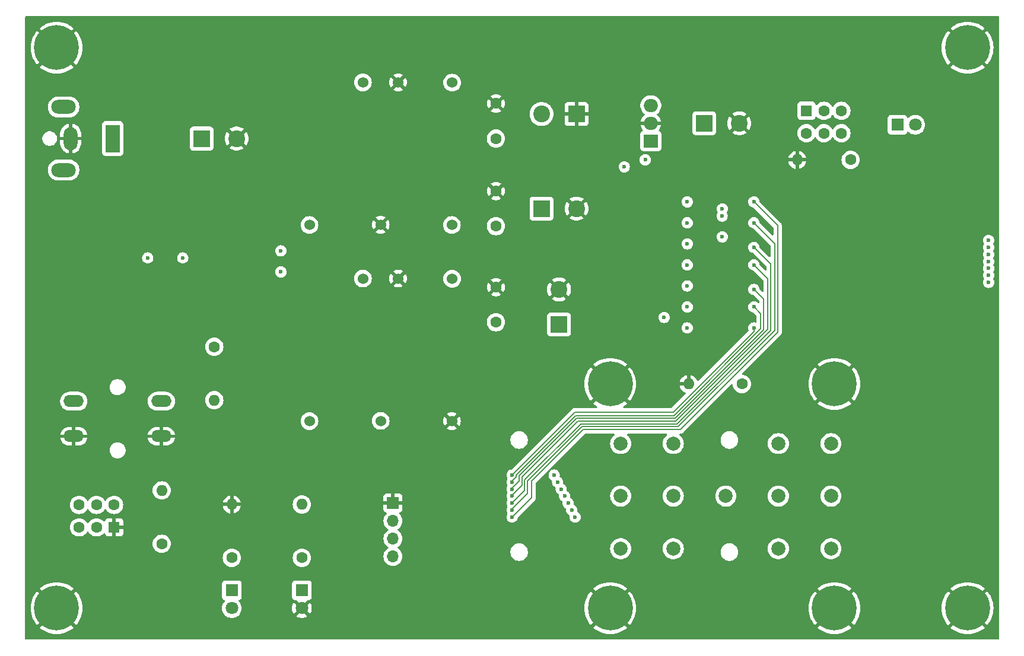
<source format=gbr>
%TF.GenerationSoftware,KiCad,Pcbnew,8.0.5-8.0.5-0~ubuntu22.04.1*%
%TF.CreationDate,2024-10-01T20:56:38-07:00*%
%TF.ProjectId,itla_driver_board_pcb,69746c61-5f64-4726-9976-65725f626f61,rev?*%
%TF.SameCoordinates,Original*%
%TF.FileFunction,Copper,L3,Inr*%
%TF.FilePolarity,Positive*%
%FSLAX46Y46*%
G04 Gerber Fmt 4.6, Leading zero omitted, Abs format (unit mm)*
G04 Created by KiCad (PCBNEW 8.0.5-8.0.5-0~ubuntu22.04.1) date 2024-10-01 20:56:38*
%MOMM*%
%LPD*%
G01*
G04 APERTURE LIST*
%TA.AperFunction,ComponentPad*%
%ADD10C,1.524000*%
%TD*%
%TA.AperFunction,ComponentPad*%
%ADD11C,1.600000*%
%TD*%
%TA.AperFunction,ComponentPad*%
%ADD12O,1.600000X1.600000*%
%TD*%
%TA.AperFunction,ComponentPad*%
%ADD13R,1.800000X1.800000*%
%TD*%
%TA.AperFunction,ComponentPad*%
%ADD14C,1.800000*%
%TD*%
%TA.AperFunction,ComponentPad*%
%ADD15R,2.000000X1.905000*%
%TD*%
%TA.AperFunction,ComponentPad*%
%ADD16O,2.000000X1.905000*%
%TD*%
%TA.AperFunction,ComponentPad*%
%ADD17R,1.600000X1.600000*%
%TD*%
%TA.AperFunction,ComponentPad*%
%ADD18R,1.700000X1.700000*%
%TD*%
%TA.AperFunction,ComponentPad*%
%ADD19O,1.700000X1.700000*%
%TD*%
%TA.AperFunction,ComponentPad*%
%ADD20R,2.400000X2.400000*%
%TD*%
%TA.AperFunction,ComponentPad*%
%ADD21C,2.400000*%
%TD*%
%TA.AperFunction,ComponentPad*%
%ADD22C,6.400000*%
%TD*%
%TA.AperFunction,ComponentPad*%
%ADD23R,2.000000X4.000000*%
%TD*%
%TA.AperFunction,ComponentPad*%
%ADD24O,2.000000X3.300000*%
%TD*%
%TA.AperFunction,ComponentPad*%
%ADD25O,3.500000X2.000000*%
%TD*%
%TA.AperFunction,ComponentPad*%
%ADD26O,2.900000X1.700000*%
%TD*%
%TA.AperFunction,ComponentPad*%
%ADD27C,2.000000*%
%TD*%
%TA.AperFunction,ViaPad*%
%ADD28C,0.600000*%
%TD*%
%TA.AperFunction,Conductor*%
%ADD29C,0.200000*%
%TD*%
G04 APERTURE END LIST*
D10*
%TO.N,+12V*%
%TO.C,U3*%
X48700000Y-37940000D03*
%TO.N,GND*%
X53740000Y-37940000D03*
%TO.N,+3V3*%
X41080000Y-58300000D03*
%TO.N,unconnected-(U3-TRIM{slash}COM-Pad4)*%
X51240000Y-58260000D03*
%TO.N,GND*%
X61400000Y-58300000D03*
%TO.N,unconnected-(U3-R.C.-Pad6)*%
X61440000Y-37980000D03*
%TD*%
%TO.N,+12V*%
%TO.C,U1*%
X48700000Y-9940000D03*
%TO.N,GND*%
X53740000Y-9940000D03*
%TO.N,+5V*%
X41080000Y-30300000D03*
%TO.N,GND*%
X51240000Y-30260000D03*
%TO.N,-5V*%
X61400000Y-30300000D03*
%TO.N,unconnected-(U1-R.C.-Pad6)*%
X61440000Y-9980000D03*
%TD*%
D11*
%TO.N,Net-(D3-K)*%
%TO.C,R1*%
X118310000Y-21000000D03*
D12*
%TO.N,GND*%
X110690000Y-21000000D03*
%TD*%
D13*
%TO.N,Net-(D3-K)*%
%TO.C,D3*%
X125000000Y-16000000D03*
D14*
%TO.N,+1V8*%
X127540000Y-16000000D03*
%TD*%
D15*
%TO.N,+5V*%
%TO.C,U4*%
X89800000Y-18320000D03*
D16*
%TO.N,GND*%
X89800000Y-15780000D03*
%TO.N,Net-(SW3-B)*%
X89800000Y-13240000D03*
%TD*%
D17*
%TO.N,+1V8*%
%TO.C,SW3*%
X112000000Y-14000000D03*
D11*
%TO.N,Net-(SW3-B)*%
X114500000Y-14000000D03*
%TO.N,N/C*%
X117000000Y-14000000D03*
X112000000Y-17200000D03*
X114500000Y-17200000D03*
X117000000Y-17200000D03*
%TD*%
D18*
%TO.N,GND*%
%TO.C,J3*%
X53000000Y-70000000D03*
D19*
%TO.N,+12V*%
X53000000Y-72540000D03*
%TO.N,unconnected-(J3-Pin_3-Pad3)*%
X53000000Y-75080000D03*
%TO.N,unconnected-(J3-Pin_4-Pad4)*%
X53000000Y-77620000D03*
%TD*%
D20*
%TO.N,Net-(SW3-B)*%
%TO.C,C8*%
X97420000Y-15780000D03*
D21*
%TO.N,GND*%
X102420000Y-15780000D03*
%TD*%
D11*
%TO.N,Net-(D2-K)*%
%TO.C,R3*%
X40000000Y-77810000D03*
D12*
%TO.N,-5V*%
X40000000Y-70190000D03*
%TD*%
D13*
%TO.N,Net-(D1-K)*%
%TO.C,D1*%
X30000000Y-82460000D03*
D14*
%TO.N,+3V3*%
X30000000Y-85000000D03*
%TD*%
D11*
%TO.N,+3V3*%
%TO.C,R4*%
X20000000Y-75810000D03*
D12*
%TO.N,/DIS*%
X20000000Y-68190000D03*
%TD*%
D22*
%TO.N,GND*%
%TO.C,H4*%
X135000000Y-5000000D03*
%TD*%
D11*
%TO.N,GND*%
%TO.C,C5*%
X67700000Y-12960000D03*
%TO.N,-5V*%
X67700000Y-17960000D03*
%TD*%
D22*
%TO.N,GND*%
%TO.C,H1*%
X5000000Y-5000000D03*
%TD*%
D11*
%TO.N,+3V3*%
%TO.C,R5*%
X27500000Y-47690000D03*
D12*
%TO.N,/RST*%
X27500000Y-55310000D03*
%TD*%
D20*
%TO.N,+12V*%
%TO.C,C1*%
X25700000Y-17960000D03*
D21*
%TO.N,GND*%
X30700000Y-17960000D03*
%TD*%
D23*
%TO.N,+12V*%
%TO.C,J2*%
X13000000Y-17960000D03*
D24*
%TO.N,GND*%
X7000000Y-17960000D03*
D25*
%TO.N,unconnected-(J2-MountPin-PadMP)*%
X6000000Y-13460000D03*
%TO.N,unconnected-(J2-MountPin-PadMP)_1*%
X6000000Y-22460000D03*
%TD*%
D11*
%TO.N,+3V3*%
%TO.C,C6*%
X67700000Y-44176041D03*
%TO.N,GND*%
X67700000Y-39176041D03*
%TD*%
%TO.N,Net-(D1-K)*%
%TO.C,R2*%
X30000000Y-77810000D03*
D12*
%TO.N,GND*%
X30000000Y-70190000D03*
%TD*%
D11*
%TO.N,+5V*%
%TO.C,C4*%
X67700000Y-30460000D03*
%TO.N,GND*%
X67700000Y-25460000D03*
%TD*%
D20*
%TO.N,+5V*%
%TO.C,C2*%
X74200000Y-27960000D03*
D21*
%TO.N,GND*%
X79200000Y-27960000D03*
%TD*%
D22*
%TO.N,GND*%
%TO.C,H2*%
X5000000Y-85000000D03*
%TD*%
D26*
%TO.N,/RST*%
%TO.C,SW2*%
X7450000Y-55460000D03*
X19950000Y-55460000D03*
%TO.N,GND*%
X7450000Y-60460000D03*
X19950000Y-60460000D03*
%TD*%
D11*
%TO.N,/TRACE_TONE*%
%TO.C,R6*%
X102810000Y-53000000D03*
D12*
%TO.N,GND*%
X95190000Y-53000000D03*
%TD*%
D13*
%TO.N,Net-(D2-K)*%
%TO.C,D2*%
X40000000Y-82460000D03*
D14*
%TO.N,GND*%
X40000000Y-85000000D03*
%TD*%
D22*
%TO.N,GND*%
%TO.C,H3*%
X135000000Y-85000000D03*
%TD*%
D20*
%TO.N,GND*%
%TO.C,C3*%
X79200000Y-14460000D03*
D21*
%TO.N,-5V*%
X74200000Y-14460000D03*
%TD*%
D17*
%TO.N,GND*%
%TO.C,SW1*%
X13200000Y-73460000D03*
D11*
%TO.N,/DIS*%
X10700000Y-73460000D03*
%TO.N,N/C*%
X8200000Y-73460000D03*
X13200000Y-70260000D03*
X10700000Y-70260000D03*
X8200000Y-70260000D03*
%TD*%
D20*
%TO.N,+3V3*%
%TO.C,C7*%
X76700000Y-44500000D03*
D21*
%TO.N,GND*%
X76700000Y-39500000D03*
%TD*%
D22*
%TO.N,GND*%
%TO.C,H8*%
X116000000Y-85000000D03*
%TD*%
%TO.N,GND*%
%TO.C,H7*%
X84000000Y-85000000D03*
%TD*%
%TO.N,GND*%
%TO.C,H5*%
X84000000Y-53000000D03*
%TD*%
%TO.N,GND*%
%TO.C,H6*%
X116000000Y-53000000D03*
%TD*%
D27*
%TO.N,N/C*%
%TO.C,J4*%
X115500000Y-76500000D03*
X115500000Y-69000000D03*
X115500000Y-61500000D03*
X108000000Y-76500000D03*
X108000000Y-69000000D03*
X108000000Y-61500000D03*
X100500000Y-69000000D03*
X93000000Y-76500000D03*
X93000000Y-69000000D03*
X93000000Y-61500000D03*
X85500000Y-76500000D03*
X85500000Y-69000000D03*
X85500000Y-61500000D03*
%TD*%
D28*
%TO.N,-5V*%
X89000000Y-21000000D03*
X37000000Y-37000000D03*
%TO.N,/RST*%
X86000000Y-22000000D03*
%TO.N,/TXD*%
X18000000Y-35000000D03*
%TO.N,/RXD*%
X23000000Y-35000000D03*
%TO.N,-5V*%
X37000000Y-34000000D03*
%TO.N,/TXD*%
X100000000Y-32000000D03*
%TO.N,/RXD*%
X99969669Y-29030331D03*
%TO.N,/RST*%
X100000000Y-28000000D03*
%TO.N,/1.8_c*%
X79000000Y-72000000D03*
%TO.N,/-5v_c2*%
X78500000Y-71000000D03*
%TO.N,/-5v_c1*%
X78000000Y-70000000D03*
%TO.N,/GND_c2*%
X77500000Y-69000000D03*
%TO.N,/GND_c1*%
X77000000Y-68000000D03*
%TO.N,/3.3v_c2*%
X76500000Y-67000000D03*
%TO.N,/3.3v_c1*%
X76000000Y-66000000D03*
%TO.N,+3V3*%
X91700000Y-43500000D03*
%TO.N,/3.3v_c1*%
X95000000Y-45000000D03*
%TO.N,/3.3v_c2*%
X95000000Y-42000000D03*
%TO.N,/GND_c1*%
X95000000Y-39000000D03*
%TO.N,/GND_c2*%
X95000000Y-36000000D03*
%TO.N,/-5v_c1*%
X95000000Y-33000000D03*
%TO.N,/-5v_c2*%
X95000000Y-30000000D03*
%TO.N,/3.3v_c1*%
X138000000Y-38500000D03*
%TO.N,/3.3v_c2*%
X138000000Y-37500000D03*
%TO.N,/GND_c1*%
X138000000Y-36500000D03*
%TO.N,/GND_c2*%
X138000000Y-35500000D03*
%TO.N,/-5v_c1*%
X138000000Y-34500000D03*
%TO.N,/-5v_c2*%
X138000000Y-33500000D03*
%TO.N,/1.8_c*%
X138000000Y-32500000D03*
X95000000Y-27000000D03*
%TO.N,GND*%
X91700000Y-37500000D03*
%TO.N,/TT_c*%
X70000000Y-72000000D03*
X104500000Y-27000000D03*
%TO.N,/RST_c*%
X104500000Y-30000000D03*
X70000000Y-71000000D03*
%TO.N,/RXD_c*%
X70000000Y-70000000D03*
X104500000Y-33500000D03*
%TO.N,/TXD_c*%
X70000000Y-69000000D03*
X104500000Y-36000000D03*
%TO.N,/6_c*%
X70000000Y-68000000D03*
X104500000Y-39500000D03*
%TO.N,/4_c*%
X104500000Y-42000000D03*
X70000000Y-67000000D03*
%TO.N,/DIS_c*%
X104500000Y-45000000D03*
X70000000Y-66000000D03*
%TD*%
D29*
%TO.N,/RST_c*%
X70000000Y-71000000D02*
X70000000Y-70848529D01*
X72200000Y-66865686D02*
X79965686Y-59100000D01*
X70000000Y-70848529D02*
X72200000Y-68648529D01*
X72200000Y-68648529D02*
X72200000Y-66865686D01*
X79965686Y-59100000D02*
X93728430Y-59100000D01*
X93728430Y-59100000D02*
X107500000Y-45328430D01*
X107500000Y-45328430D02*
X107500000Y-33000000D01*
X107500000Y-33000000D02*
X104500000Y-30000000D01*
%TO.N,/RXD_c*%
X70000000Y-70000000D02*
X71800000Y-68200000D01*
X71800000Y-68200000D02*
X71800000Y-66700000D01*
X71800000Y-66700000D02*
X79800000Y-58700000D01*
X79800000Y-58700000D02*
X93562744Y-58700000D01*
X93562744Y-58700000D02*
X106900000Y-45362744D01*
X106900000Y-45362744D02*
X106900000Y-35900000D01*
X106900000Y-35900000D02*
X104500000Y-33500000D01*
%TO.N,/TXD_c*%
X70000000Y-69000000D02*
X70000000Y-68848529D01*
X79397058Y-58300000D02*
X93397058Y-58300000D01*
X70000000Y-68848529D02*
X71400000Y-67448529D01*
X71400000Y-67448529D02*
X71400000Y-66297058D01*
X71400000Y-66297058D02*
X79397058Y-58300000D01*
X93397058Y-58300000D02*
X106500000Y-45197058D01*
X106500000Y-45197058D02*
X106500000Y-38000000D01*
X106500000Y-38000000D02*
X104500000Y-36000000D01*
%TO.N,/6_c*%
X70000000Y-68000000D02*
X70000000Y-67848529D01*
X70000000Y-67848529D02*
X71000000Y-66848529D01*
X71000000Y-66848529D02*
X71000000Y-66131372D01*
X71000000Y-66131372D02*
X79231372Y-57900000D01*
X105900000Y-45231372D02*
X105900000Y-40900000D01*
X79231372Y-57900000D02*
X93231372Y-57900000D01*
X93231372Y-57900000D02*
X105900000Y-45231372D01*
X105900000Y-40900000D02*
X104500000Y-39500000D01*
%TO.N,/4_c*%
X70000000Y-67000000D02*
X70000000Y-66848529D01*
X70000000Y-66848529D02*
X70600000Y-66248529D01*
X70600000Y-65965686D02*
X79065686Y-57500000D01*
X105500000Y-43000000D02*
X104500000Y-42000000D01*
X70600000Y-66248529D02*
X70600000Y-65965686D01*
X79065686Y-57500000D02*
X93065686Y-57500000D01*
X93065686Y-57500000D02*
X105500000Y-45065686D01*
X105500000Y-45065686D02*
X105500000Y-43000000D01*
%TO.N,/DIS_c*%
X70000000Y-66000000D02*
X79000000Y-57000000D01*
X79000000Y-57000000D02*
X93000000Y-57000000D01*
X93000000Y-57000000D02*
X104500000Y-45500000D01*
X104500000Y-45500000D02*
X104500000Y-45000000D01*
%TO.N,/TT_c*%
X107900000Y-30400000D02*
X104500000Y-27000000D01*
X107900000Y-45600000D02*
X107900000Y-30400000D01*
X94000000Y-59500000D02*
X107900000Y-45600000D01*
X80131372Y-59500000D02*
X94000000Y-59500000D01*
X72815686Y-66815686D02*
X80131372Y-59500000D01*
X72815686Y-69184314D02*
X72815686Y-66815686D01*
X70000000Y-72000000D02*
X72815686Y-69184314D01*
%TD*%
%TA.AperFunction,Conductor*%
%TO.N,GND*%
G36*
X139442539Y-520185D02*
G01*
X139488294Y-572989D01*
X139499500Y-624500D01*
X139499500Y-89375500D01*
X139479815Y-89442539D01*
X139427011Y-89488294D01*
X139375500Y-89499500D01*
X624500Y-89499500D01*
X557461Y-89479815D01*
X511706Y-89427011D01*
X500500Y-89375500D01*
X500500Y-84999999D01*
X1294922Y-84999999D01*
X1294922Y-85000000D01*
X1315219Y-85387287D01*
X1375886Y-85770323D01*
X1375887Y-85770330D01*
X1476262Y-86144936D01*
X1615244Y-86506994D01*
X1791310Y-86852543D01*
X2002531Y-87177793D01*
X2211095Y-87435350D01*
X2211096Y-87435350D01*
X3705748Y-85940698D01*
X3779588Y-86042330D01*
X3957670Y-86220412D01*
X4059300Y-86294251D01*
X2564648Y-87788903D01*
X2564649Y-87788904D01*
X2822206Y-87997468D01*
X3147456Y-88208689D01*
X3493005Y-88384755D01*
X3855063Y-88523737D01*
X4229669Y-88624112D01*
X4229676Y-88624113D01*
X4612712Y-88684780D01*
X4999999Y-88705078D01*
X5000001Y-88705078D01*
X5387287Y-88684780D01*
X5770323Y-88624113D01*
X5770330Y-88624112D01*
X6144936Y-88523737D01*
X6506994Y-88384755D01*
X6852543Y-88208689D01*
X7177783Y-87997476D01*
X7177785Y-87997475D01*
X7435349Y-87788902D01*
X5940698Y-86294251D01*
X6042330Y-86220412D01*
X6220412Y-86042330D01*
X6294251Y-85940698D01*
X7788902Y-87435349D01*
X7997475Y-87177785D01*
X7997476Y-87177783D01*
X8208689Y-86852543D01*
X8384755Y-86506994D01*
X8523737Y-86144936D01*
X8624112Y-85770330D01*
X8624113Y-85770323D01*
X8684780Y-85387287D01*
X8705078Y-85000000D01*
X8705078Y-84999999D01*
X8705078Y-84999993D01*
X28594700Y-84999993D01*
X28594700Y-85000006D01*
X28613864Y-85231297D01*
X28613866Y-85231308D01*
X28670842Y-85456300D01*
X28764075Y-85668848D01*
X28891016Y-85863147D01*
X28891019Y-85863151D01*
X28891021Y-85863153D01*
X29048216Y-86033913D01*
X29048219Y-86033915D01*
X29048222Y-86033918D01*
X29231365Y-86176464D01*
X29231371Y-86176468D01*
X29231374Y-86176470D01*
X29312572Y-86220412D01*
X29434652Y-86286479D01*
X29435497Y-86286936D01*
X29549487Y-86326068D01*
X29655015Y-86362297D01*
X29655017Y-86362297D01*
X29655019Y-86362298D01*
X29883951Y-86400500D01*
X29883952Y-86400500D01*
X30116048Y-86400500D01*
X30116049Y-86400500D01*
X30344981Y-86362298D01*
X30564503Y-86286936D01*
X30768626Y-86176470D01*
X30769170Y-86176047D01*
X30830129Y-86128600D01*
X30951784Y-86033913D01*
X31108979Y-85863153D01*
X31235924Y-85668849D01*
X31329157Y-85456300D01*
X31386134Y-85231305D01*
X31386135Y-85231297D01*
X31405300Y-85000006D01*
X31405300Y-84999994D01*
X38595202Y-84999994D01*
X38595202Y-85000005D01*
X38614361Y-85231218D01*
X38671317Y-85456135D01*
X38764515Y-85668606D01*
X38848812Y-85797633D01*
X39557861Y-85088584D01*
X39580667Y-85173694D01*
X39639910Y-85276306D01*
X39723694Y-85360090D01*
X39826306Y-85419333D01*
X39911414Y-85442138D01*
X39201201Y-86152351D01*
X39231649Y-86176050D01*
X39435697Y-86286476D01*
X39435706Y-86286479D01*
X39655139Y-86361811D01*
X39883993Y-86400000D01*
X40116007Y-86400000D01*
X40344860Y-86361811D01*
X40564293Y-86286479D01*
X40564301Y-86286476D01*
X40768355Y-86176047D01*
X40798797Y-86152351D01*
X40798798Y-86152350D01*
X40088585Y-85442137D01*
X40173694Y-85419333D01*
X40276306Y-85360090D01*
X40360090Y-85276306D01*
X40419333Y-85173694D01*
X40442138Y-85088585D01*
X41151186Y-85797633D01*
X41235482Y-85668611D01*
X41328682Y-85456135D01*
X41385638Y-85231218D01*
X41404798Y-85000005D01*
X41404798Y-84999999D01*
X80294922Y-84999999D01*
X80294922Y-85000000D01*
X80315219Y-85387287D01*
X80375886Y-85770323D01*
X80375887Y-85770330D01*
X80476262Y-86144936D01*
X80615244Y-86506994D01*
X80791310Y-86852543D01*
X81002531Y-87177793D01*
X81211095Y-87435350D01*
X81211096Y-87435350D01*
X82705748Y-85940698D01*
X82779588Y-86042330D01*
X82957670Y-86220412D01*
X83059300Y-86294251D01*
X81564648Y-87788903D01*
X81564649Y-87788904D01*
X81822206Y-87997468D01*
X82147456Y-88208689D01*
X82493005Y-88384755D01*
X82855063Y-88523737D01*
X83229669Y-88624112D01*
X83229676Y-88624113D01*
X83612712Y-88684780D01*
X83999999Y-88705078D01*
X84000001Y-88705078D01*
X84387287Y-88684780D01*
X84770323Y-88624113D01*
X84770330Y-88624112D01*
X85144936Y-88523737D01*
X85506994Y-88384755D01*
X85852543Y-88208689D01*
X86177783Y-87997476D01*
X86177785Y-87997475D01*
X86435349Y-87788902D01*
X84940698Y-86294251D01*
X85042330Y-86220412D01*
X85220412Y-86042330D01*
X85294251Y-85940698D01*
X86788902Y-87435349D01*
X86997475Y-87177785D01*
X86997476Y-87177783D01*
X87208689Y-86852543D01*
X87384755Y-86506994D01*
X87523737Y-86144936D01*
X87624112Y-85770330D01*
X87624113Y-85770323D01*
X87684780Y-85387287D01*
X87705078Y-85000000D01*
X87705078Y-84999999D01*
X112294922Y-84999999D01*
X112294922Y-85000000D01*
X112315219Y-85387287D01*
X112375886Y-85770323D01*
X112375887Y-85770330D01*
X112476262Y-86144936D01*
X112615244Y-86506994D01*
X112791310Y-86852543D01*
X113002531Y-87177793D01*
X113211095Y-87435350D01*
X113211096Y-87435350D01*
X114705748Y-85940698D01*
X114779588Y-86042330D01*
X114957670Y-86220412D01*
X115059300Y-86294251D01*
X113564648Y-87788903D01*
X113564649Y-87788904D01*
X113822206Y-87997468D01*
X114147456Y-88208689D01*
X114493005Y-88384755D01*
X114855063Y-88523737D01*
X115229669Y-88624112D01*
X115229676Y-88624113D01*
X115612712Y-88684780D01*
X115999999Y-88705078D01*
X116000001Y-88705078D01*
X116387287Y-88684780D01*
X116770323Y-88624113D01*
X116770330Y-88624112D01*
X117144936Y-88523737D01*
X117506994Y-88384755D01*
X117852543Y-88208689D01*
X118177783Y-87997476D01*
X118177785Y-87997475D01*
X118435349Y-87788902D01*
X116940698Y-86294251D01*
X117042330Y-86220412D01*
X117220412Y-86042330D01*
X117294251Y-85940698D01*
X118788902Y-87435349D01*
X118997475Y-87177785D01*
X118997476Y-87177783D01*
X119208689Y-86852543D01*
X119384755Y-86506994D01*
X119523737Y-86144936D01*
X119624112Y-85770330D01*
X119624113Y-85770323D01*
X119684780Y-85387287D01*
X119705078Y-85000000D01*
X119705078Y-84999999D01*
X131294922Y-84999999D01*
X131294922Y-85000000D01*
X131315219Y-85387287D01*
X131375886Y-85770323D01*
X131375887Y-85770330D01*
X131476262Y-86144936D01*
X131615244Y-86506994D01*
X131791310Y-86852543D01*
X132002531Y-87177793D01*
X132211095Y-87435350D01*
X132211096Y-87435350D01*
X133705748Y-85940698D01*
X133779588Y-86042330D01*
X133957670Y-86220412D01*
X134059300Y-86294251D01*
X132564648Y-87788903D01*
X132564649Y-87788904D01*
X132822206Y-87997468D01*
X133147456Y-88208689D01*
X133493005Y-88384755D01*
X133855063Y-88523737D01*
X134229669Y-88624112D01*
X134229676Y-88624113D01*
X134612712Y-88684780D01*
X134999999Y-88705078D01*
X135000001Y-88705078D01*
X135387287Y-88684780D01*
X135770323Y-88624113D01*
X135770330Y-88624112D01*
X136144936Y-88523737D01*
X136506994Y-88384755D01*
X136852543Y-88208689D01*
X137177783Y-87997476D01*
X137177785Y-87997475D01*
X137435349Y-87788902D01*
X135940698Y-86294251D01*
X136042330Y-86220412D01*
X136220412Y-86042330D01*
X136294251Y-85940698D01*
X137788902Y-87435349D01*
X137997475Y-87177785D01*
X137997476Y-87177783D01*
X138208689Y-86852543D01*
X138384755Y-86506994D01*
X138523737Y-86144936D01*
X138624112Y-85770330D01*
X138624113Y-85770323D01*
X138684780Y-85387287D01*
X138705078Y-85000000D01*
X138705078Y-84999999D01*
X138684780Y-84612712D01*
X138624113Y-84229676D01*
X138624112Y-84229669D01*
X138523737Y-83855063D01*
X138384755Y-83493005D01*
X138208689Y-83147456D01*
X137997468Y-82822206D01*
X137788904Y-82564649D01*
X137788903Y-82564648D01*
X136294251Y-84059300D01*
X136220412Y-83957670D01*
X136042330Y-83779588D01*
X135940698Y-83705748D01*
X137435350Y-82211096D01*
X137435350Y-82211095D01*
X137177793Y-82002531D01*
X136852543Y-81791310D01*
X136506994Y-81615244D01*
X136144936Y-81476262D01*
X135770330Y-81375887D01*
X135770323Y-81375886D01*
X135387287Y-81315219D01*
X135000001Y-81294922D01*
X134999999Y-81294922D01*
X134612712Y-81315219D01*
X134229676Y-81375886D01*
X134229669Y-81375887D01*
X133855063Y-81476262D01*
X133493005Y-81615244D01*
X133147456Y-81791310D01*
X132822206Y-82002531D01*
X132564648Y-82211095D01*
X132564648Y-82211096D01*
X134059301Y-83705748D01*
X133957670Y-83779588D01*
X133779588Y-83957670D01*
X133705748Y-84059300D01*
X132211096Y-82564648D01*
X132211095Y-82564648D01*
X132002531Y-82822206D01*
X131791310Y-83147456D01*
X131615244Y-83493005D01*
X131476262Y-83855063D01*
X131375887Y-84229669D01*
X131375886Y-84229676D01*
X131315219Y-84612712D01*
X131294922Y-84999999D01*
X119705078Y-84999999D01*
X119684780Y-84612712D01*
X119624113Y-84229676D01*
X119624112Y-84229669D01*
X119523737Y-83855063D01*
X119384755Y-83493005D01*
X119208689Y-83147456D01*
X118997468Y-82822206D01*
X118788904Y-82564649D01*
X118788903Y-82564648D01*
X117294251Y-84059300D01*
X117220412Y-83957670D01*
X117042330Y-83779588D01*
X116940698Y-83705748D01*
X118435350Y-82211096D01*
X118435350Y-82211095D01*
X118177793Y-82002531D01*
X117852543Y-81791310D01*
X117506994Y-81615244D01*
X117144936Y-81476262D01*
X116770330Y-81375887D01*
X116770323Y-81375886D01*
X116387287Y-81315219D01*
X116000001Y-81294922D01*
X115999999Y-81294922D01*
X115612712Y-81315219D01*
X115229676Y-81375886D01*
X115229669Y-81375887D01*
X114855063Y-81476262D01*
X114493005Y-81615244D01*
X114147456Y-81791310D01*
X113822206Y-82002531D01*
X113564648Y-82211095D01*
X113564648Y-82211096D01*
X115059301Y-83705748D01*
X114957670Y-83779588D01*
X114779588Y-83957670D01*
X114705748Y-84059300D01*
X113211096Y-82564648D01*
X113211095Y-82564648D01*
X113002531Y-82822206D01*
X112791310Y-83147456D01*
X112615244Y-83493005D01*
X112476262Y-83855063D01*
X112375887Y-84229669D01*
X112375886Y-84229676D01*
X112315219Y-84612712D01*
X112294922Y-84999999D01*
X87705078Y-84999999D01*
X87684780Y-84612712D01*
X87624113Y-84229676D01*
X87624112Y-84229669D01*
X87523737Y-83855063D01*
X87384755Y-83493005D01*
X87208689Y-83147456D01*
X86997468Y-82822206D01*
X86788904Y-82564649D01*
X86788903Y-82564648D01*
X85294251Y-84059300D01*
X85220412Y-83957670D01*
X85042330Y-83779588D01*
X84940698Y-83705748D01*
X86435350Y-82211096D01*
X86435350Y-82211095D01*
X86177793Y-82002531D01*
X85852543Y-81791310D01*
X85506994Y-81615244D01*
X85144936Y-81476262D01*
X84770330Y-81375887D01*
X84770323Y-81375886D01*
X84387287Y-81315219D01*
X84000001Y-81294922D01*
X83999999Y-81294922D01*
X83612712Y-81315219D01*
X83229676Y-81375886D01*
X83229669Y-81375887D01*
X82855063Y-81476262D01*
X82493005Y-81615244D01*
X82147456Y-81791310D01*
X81822206Y-82002531D01*
X81564648Y-82211095D01*
X81564648Y-82211096D01*
X83059301Y-83705748D01*
X82957670Y-83779588D01*
X82779588Y-83957670D01*
X82705748Y-84059300D01*
X81211096Y-82564648D01*
X81211095Y-82564648D01*
X81002531Y-82822206D01*
X80791310Y-83147456D01*
X80615244Y-83493005D01*
X80476262Y-83855063D01*
X80375887Y-84229669D01*
X80375886Y-84229676D01*
X80315219Y-84612712D01*
X80294922Y-84999999D01*
X41404798Y-84999999D01*
X41404798Y-84999994D01*
X41385638Y-84768781D01*
X41328682Y-84543864D01*
X41235484Y-84331393D01*
X41151186Y-84202365D01*
X40442137Y-84911414D01*
X40419333Y-84826306D01*
X40360090Y-84723694D01*
X40276306Y-84639910D01*
X40173694Y-84580667D01*
X40088584Y-84557861D01*
X40749627Y-83896818D01*
X40810950Y-83863333D01*
X40837307Y-83860499D01*
X40947872Y-83860499D01*
X41007483Y-83854091D01*
X41142331Y-83803796D01*
X41257546Y-83717546D01*
X41343796Y-83602331D01*
X41394091Y-83467483D01*
X41400500Y-83407873D01*
X41400499Y-81512128D01*
X41394091Y-81452517D01*
X41343796Y-81317669D01*
X41343795Y-81317668D01*
X41343793Y-81317664D01*
X41257547Y-81202455D01*
X41257544Y-81202452D01*
X41142335Y-81116206D01*
X41142328Y-81116202D01*
X41007482Y-81065908D01*
X41007483Y-81065908D01*
X40947883Y-81059501D01*
X40947881Y-81059500D01*
X40947873Y-81059500D01*
X40947864Y-81059500D01*
X39052129Y-81059500D01*
X39052123Y-81059501D01*
X38992516Y-81065908D01*
X38857671Y-81116202D01*
X38857664Y-81116206D01*
X38742455Y-81202452D01*
X38742452Y-81202455D01*
X38656206Y-81317664D01*
X38656202Y-81317671D01*
X38605908Y-81452517D01*
X38599501Y-81512116D01*
X38599501Y-81512123D01*
X38599500Y-81512135D01*
X38599500Y-83407870D01*
X38599501Y-83407876D01*
X38605908Y-83467483D01*
X38656202Y-83602328D01*
X38656206Y-83602335D01*
X38742452Y-83717544D01*
X38742455Y-83717547D01*
X38857664Y-83803793D01*
X38857671Y-83803797D01*
X38857674Y-83803798D01*
X38992517Y-83854091D01*
X39052127Y-83860500D01*
X39162693Y-83860499D01*
X39229730Y-83880183D01*
X39250372Y-83896818D01*
X39911415Y-84557861D01*
X39826306Y-84580667D01*
X39723694Y-84639910D01*
X39639910Y-84723694D01*
X39580667Y-84826306D01*
X39557861Y-84911415D01*
X38848811Y-84202365D01*
X38764516Y-84331390D01*
X38671317Y-84543864D01*
X38614361Y-84768781D01*
X38595202Y-84999994D01*
X31405300Y-84999994D01*
X31405300Y-84999993D01*
X31386135Y-84768702D01*
X31386133Y-84768691D01*
X31329157Y-84543699D01*
X31235924Y-84331151D01*
X31108983Y-84136852D01*
X31108980Y-84136849D01*
X31108979Y-84136847D01*
X31014195Y-84033884D01*
X30983275Y-83971232D01*
X30991135Y-83901806D01*
X31035283Y-83847651D01*
X31062095Y-83833722D01*
X31142326Y-83803798D01*
X31142326Y-83803797D01*
X31142331Y-83803796D01*
X31257546Y-83717546D01*
X31343796Y-83602331D01*
X31394091Y-83467483D01*
X31400500Y-83407873D01*
X31400499Y-81512128D01*
X31394091Y-81452517D01*
X31343796Y-81317669D01*
X31343795Y-81317668D01*
X31343793Y-81317664D01*
X31257547Y-81202455D01*
X31257544Y-81202452D01*
X31142335Y-81116206D01*
X31142328Y-81116202D01*
X31007482Y-81065908D01*
X31007483Y-81065908D01*
X30947883Y-81059501D01*
X30947881Y-81059500D01*
X30947873Y-81059500D01*
X30947864Y-81059500D01*
X29052129Y-81059500D01*
X29052123Y-81059501D01*
X28992516Y-81065908D01*
X28857671Y-81116202D01*
X28857664Y-81116206D01*
X28742455Y-81202452D01*
X28742452Y-81202455D01*
X28656206Y-81317664D01*
X28656202Y-81317671D01*
X28605908Y-81452517D01*
X28599501Y-81512116D01*
X28599501Y-81512123D01*
X28599500Y-81512135D01*
X28599500Y-83407870D01*
X28599501Y-83407876D01*
X28605908Y-83467483D01*
X28656202Y-83602328D01*
X28656206Y-83602335D01*
X28742452Y-83717544D01*
X28742455Y-83717547D01*
X28857664Y-83803793D01*
X28857673Y-83803798D01*
X28937904Y-83833722D01*
X28993838Y-83875593D01*
X29018256Y-83941057D01*
X29003405Y-84009330D01*
X28985802Y-84033886D01*
X28891019Y-84136849D01*
X28764075Y-84331151D01*
X28670842Y-84543699D01*
X28613866Y-84768691D01*
X28613864Y-84768702D01*
X28594700Y-84999993D01*
X8705078Y-84999993D01*
X8684780Y-84612712D01*
X8624113Y-84229676D01*
X8624112Y-84229669D01*
X8523737Y-83855063D01*
X8384755Y-83493005D01*
X8208689Y-83147456D01*
X7997468Y-82822206D01*
X7788904Y-82564649D01*
X7788903Y-82564648D01*
X6294251Y-84059300D01*
X6220412Y-83957670D01*
X6042330Y-83779588D01*
X5940698Y-83705748D01*
X7435350Y-82211096D01*
X7435350Y-82211095D01*
X7177793Y-82002531D01*
X6852543Y-81791310D01*
X6506994Y-81615244D01*
X6144936Y-81476262D01*
X5770330Y-81375887D01*
X5770323Y-81375886D01*
X5387287Y-81315219D01*
X5000001Y-81294922D01*
X4999999Y-81294922D01*
X4612712Y-81315219D01*
X4229676Y-81375886D01*
X4229669Y-81375887D01*
X3855063Y-81476262D01*
X3493005Y-81615244D01*
X3147456Y-81791310D01*
X2822206Y-82002531D01*
X2564648Y-82211095D01*
X2564648Y-82211096D01*
X4059301Y-83705748D01*
X3957670Y-83779588D01*
X3779588Y-83957670D01*
X3705748Y-84059300D01*
X2211096Y-82564648D01*
X2211095Y-82564648D01*
X2002531Y-82822206D01*
X1791310Y-83147456D01*
X1615244Y-83493005D01*
X1476262Y-83855063D01*
X1375887Y-84229669D01*
X1375886Y-84229676D01*
X1315219Y-84612712D01*
X1294922Y-84999999D01*
X500500Y-84999999D01*
X500500Y-77809998D01*
X28694532Y-77809998D01*
X28694532Y-77810001D01*
X28714364Y-78036686D01*
X28714366Y-78036697D01*
X28773258Y-78256488D01*
X28773261Y-78256497D01*
X28869431Y-78462732D01*
X28869432Y-78462734D01*
X28999954Y-78649141D01*
X29160858Y-78810045D01*
X29160861Y-78810047D01*
X29347266Y-78940568D01*
X29553504Y-79036739D01*
X29773308Y-79095635D01*
X29935230Y-79109801D01*
X29999998Y-79115468D01*
X30000000Y-79115468D01*
X30000002Y-79115468D01*
X30056673Y-79110509D01*
X30226692Y-79095635D01*
X30446496Y-79036739D01*
X30652734Y-78940568D01*
X30839139Y-78810047D01*
X31000047Y-78649139D01*
X31130568Y-78462734D01*
X31226739Y-78256496D01*
X31285635Y-78036692D01*
X31305061Y-77814648D01*
X31305468Y-77810001D01*
X31305468Y-77809998D01*
X38694532Y-77809998D01*
X38694532Y-77810001D01*
X38714364Y-78036686D01*
X38714366Y-78036697D01*
X38773258Y-78256488D01*
X38773261Y-78256497D01*
X38869431Y-78462732D01*
X38869432Y-78462734D01*
X38999954Y-78649141D01*
X39160858Y-78810045D01*
X39160861Y-78810047D01*
X39347266Y-78940568D01*
X39553504Y-79036739D01*
X39773308Y-79095635D01*
X39935230Y-79109801D01*
X39999998Y-79115468D01*
X40000000Y-79115468D01*
X40000002Y-79115468D01*
X40056673Y-79110509D01*
X40226692Y-79095635D01*
X40446496Y-79036739D01*
X40652734Y-78940568D01*
X40839139Y-78810047D01*
X41000047Y-78649139D01*
X41130568Y-78462734D01*
X41226739Y-78256496D01*
X41285635Y-78036692D01*
X41305061Y-77814648D01*
X41305468Y-77810001D01*
X41305468Y-77809998D01*
X41299801Y-77745230D01*
X41285635Y-77583308D01*
X41232391Y-77384596D01*
X41226741Y-77363511D01*
X41226738Y-77363502D01*
X41130568Y-77157267D01*
X41130567Y-77157265D01*
X41129917Y-77156337D01*
X41000047Y-76970861D01*
X41000045Y-76970858D01*
X40839141Y-76809954D01*
X40652734Y-76679432D01*
X40652732Y-76679431D01*
X40446497Y-76583261D01*
X40446488Y-76583258D01*
X40226697Y-76524366D01*
X40226693Y-76524365D01*
X40226692Y-76524365D01*
X40226691Y-76524364D01*
X40226686Y-76524364D01*
X40000002Y-76504532D01*
X39999998Y-76504532D01*
X39773313Y-76524364D01*
X39773302Y-76524366D01*
X39553511Y-76583258D01*
X39553502Y-76583261D01*
X39347267Y-76679431D01*
X39347265Y-76679432D01*
X39160858Y-76809954D01*
X38999954Y-76970858D01*
X38869432Y-77157265D01*
X38869431Y-77157267D01*
X38773261Y-77363502D01*
X38773258Y-77363511D01*
X38714366Y-77583302D01*
X38714364Y-77583313D01*
X38694532Y-77809998D01*
X31305468Y-77809998D01*
X31299801Y-77745230D01*
X31285635Y-77583308D01*
X31232391Y-77384596D01*
X31226741Y-77363511D01*
X31226738Y-77363502D01*
X31130568Y-77157267D01*
X31130567Y-77157265D01*
X31129917Y-77156337D01*
X31000047Y-76970861D01*
X31000045Y-76970858D01*
X30839141Y-76809954D01*
X30652734Y-76679432D01*
X30652732Y-76679431D01*
X30446497Y-76583261D01*
X30446488Y-76583258D01*
X30226697Y-76524366D01*
X30226693Y-76524365D01*
X30226692Y-76524365D01*
X30226691Y-76524364D01*
X30226686Y-76524364D01*
X30000002Y-76504532D01*
X29999998Y-76504532D01*
X29773313Y-76524364D01*
X29773302Y-76524366D01*
X29553511Y-76583258D01*
X29553502Y-76583261D01*
X29347267Y-76679431D01*
X29347265Y-76679432D01*
X29160858Y-76809954D01*
X28999954Y-76970858D01*
X28869432Y-77157265D01*
X28869431Y-77157267D01*
X28773261Y-77363502D01*
X28773258Y-77363511D01*
X28714366Y-77583302D01*
X28714364Y-77583313D01*
X28694532Y-77809998D01*
X500500Y-77809998D01*
X500500Y-75809998D01*
X18694532Y-75809998D01*
X18694532Y-75810001D01*
X18714364Y-76036686D01*
X18714366Y-76036697D01*
X18773258Y-76256488D01*
X18773261Y-76256497D01*
X18869431Y-76462732D01*
X18869432Y-76462734D01*
X18999954Y-76649141D01*
X19160858Y-76810045D01*
X19160861Y-76810047D01*
X19347266Y-76940568D01*
X19553504Y-77036739D01*
X19773308Y-77095635D01*
X19935230Y-77109801D01*
X19999998Y-77115468D01*
X20000000Y-77115468D01*
X20000002Y-77115468D01*
X20056673Y-77110509D01*
X20226692Y-77095635D01*
X20446496Y-77036739D01*
X20652734Y-76940568D01*
X20839139Y-76810047D01*
X21000047Y-76649139D01*
X21130568Y-76462734D01*
X21226739Y-76256496D01*
X21285635Y-76036692D01*
X21305468Y-75810000D01*
X21285635Y-75583308D01*
X21226739Y-75363504D01*
X21130568Y-75157266D01*
X21000047Y-74970861D01*
X21000045Y-74970858D01*
X20839141Y-74809954D01*
X20652734Y-74679432D01*
X20652732Y-74679431D01*
X20446497Y-74583261D01*
X20446488Y-74583258D01*
X20226697Y-74524366D01*
X20226693Y-74524365D01*
X20226692Y-74524365D01*
X20226691Y-74524364D01*
X20226686Y-74524364D01*
X20000002Y-74504532D01*
X19999998Y-74504532D01*
X19773313Y-74524364D01*
X19773302Y-74524366D01*
X19553511Y-74583258D01*
X19553502Y-74583261D01*
X19347267Y-74679431D01*
X19347265Y-74679432D01*
X19160858Y-74809954D01*
X18999954Y-74970858D01*
X18869432Y-75157265D01*
X18869431Y-75157267D01*
X18773261Y-75363502D01*
X18773258Y-75363511D01*
X18714366Y-75583302D01*
X18714364Y-75583313D01*
X18694532Y-75809998D01*
X500500Y-75809998D01*
X500500Y-73459998D01*
X6894532Y-73459998D01*
X6894532Y-73460001D01*
X6914364Y-73686686D01*
X6914366Y-73686697D01*
X6973258Y-73906488D01*
X6973261Y-73906497D01*
X7069431Y-74112732D01*
X7069432Y-74112734D01*
X7199954Y-74299141D01*
X7360858Y-74460045D01*
X7360861Y-74460047D01*
X7547266Y-74590568D01*
X7753504Y-74686739D01*
X7973308Y-74745635D01*
X8135230Y-74759801D01*
X8199998Y-74765468D01*
X8200000Y-74765468D01*
X8200002Y-74765468D01*
X8262511Y-74759999D01*
X8426692Y-74745635D01*
X8646496Y-74686739D01*
X8852734Y-74590568D01*
X9039139Y-74460047D01*
X9200047Y-74299139D01*
X9330568Y-74112734D01*
X9337618Y-74097614D01*
X9383789Y-74045176D01*
X9450982Y-74026023D01*
X9517864Y-74046238D01*
X9562381Y-74097614D01*
X9569432Y-74112733D01*
X9569432Y-74112734D01*
X9699954Y-74299141D01*
X9860858Y-74460045D01*
X9860861Y-74460047D01*
X10047266Y-74590568D01*
X10253504Y-74686739D01*
X10473308Y-74745635D01*
X10635230Y-74759801D01*
X10699998Y-74765468D01*
X10700000Y-74765468D01*
X10700002Y-74765468D01*
X10762511Y-74759999D01*
X10926692Y-74745635D01*
X11146496Y-74686739D01*
X11352734Y-74590568D01*
X11539139Y-74460047D01*
X11696694Y-74302491D01*
X11758016Y-74269008D01*
X11827707Y-74273992D01*
X11883641Y-74315863D01*
X11905051Y-74361658D01*
X11906402Y-74367378D01*
X11956645Y-74502086D01*
X11956649Y-74502093D01*
X12042809Y-74617187D01*
X12042812Y-74617190D01*
X12157906Y-74703350D01*
X12157913Y-74703354D01*
X12292620Y-74753596D01*
X12292627Y-74753598D01*
X12352155Y-74759999D01*
X12352172Y-74760000D01*
X12950000Y-74760000D01*
X12950000Y-73775686D01*
X12954394Y-73780080D01*
X13045606Y-73832741D01*
X13147339Y-73860000D01*
X13252661Y-73860000D01*
X13354394Y-73832741D01*
X13445606Y-73780080D01*
X13450000Y-73775686D01*
X13450000Y-74760000D01*
X14047828Y-74760000D01*
X14047844Y-74759999D01*
X14107372Y-74753598D01*
X14107379Y-74753596D01*
X14242086Y-74703354D01*
X14242093Y-74703350D01*
X14357187Y-74617190D01*
X14357190Y-74617187D01*
X14443350Y-74502093D01*
X14443354Y-74502086D01*
X14493596Y-74367379D01*
X14493598Y-74367372D01*
X14499999Y-74307844D01*
X14500000Y-74307827D01*
X14500000Y-73710000D01*
X13515686Y-73710000D01*
X13520080Y-73705606D01*
X13572741Y-73614394D01*
X13600000Y-73512661D01*
X13600000Y-73407339D01*
X13572741Y-73305606D01*
X13520080Y-73214394D01*
X13515686Y-73210000D01*
X14500000Y-73210000D01*
X14500000Y-72612172D01*
X14499999Y-72612155D01*
X14493598Y-72552627D01*
X14493596Y-72552620D01*
X14488889Y-72539999D01*
X51644341Y-72539999D01*
X51644341Y-72540000D01*
X51664936Y-72775403D01*
X51664938Y-72775413D01*
X51726094Y-73003655D01*
X51726096Y-73003659D01*
X51726097Y-73003663D01*
X51765079Y-73087259D01*
X51825965Y-73217830D01*
X51825967Y-73217834D01*
X51961501Y-73411395D01*
X51961506Y-73411402D01*
X52128597Y-73578493D01*
X52128603Y-73578498D01*
X52314158Y-73708425D01*
X52357783Y-73763002D01*
X52364977Y-73832500D01*
X52333454Y-73894855D01*
X52314158Y-73911575D01*
X52128597Y-74041505D01*
X51961505Y-74208597D01*
X51825965Y-74402169D01*
X51825964Y-74402171D01*
X51726098Y-74616335D01*
X51726094Y-74616344D01*
X51664938Y-74844586D01*
X51664936Y-74844596D01*
X51644341Y-75079999D01*
X51644341Y-75080000D01*
X51664936Y-75315403D01*
X51664938Y-75315413D01*
X51726094Y-75543655D01*
X51726096Y-75543659D01*
X51726097Y-75543663D01*
X51822081Y-75749500D01*
X51825965Y-75757830D01*
X51825967Y-75757834D01*
X51961501Y-75951395D01*
X51961506Y-75951402D01*
X52128597Y-76118493D01*
X52128603Y-76118498D01*
X52314158Y-76248425D01*
X52357783Y-76303002D01*
X52364977Y-76372500D01*
X52333454Y-76434855D01*
X52314158Y-76451575D01*
X52128597Y-76581505D01*
X51961505Y-76748597D01*
X51825965Y-76942169D01*
X51825964Y-76942171D01*
X51726098Y-77156335D01*
X51726094Y-77156344D01*
X51664938Y-77384586D01*
X51664936Y-77384596D01*
X51644341Y-77619999D01*
X51644341Y-77620000D01*
X51664936Y-77855403D01*
X51664938Y-77855413D01*
X51726094Y-78083655D01*
X51726096Y-78083659D01*
X51726097Y-78083663D01*
X51803895Y-78250500D01*
X51825965Y-78297830D01*
X51825967Y-78297834D01*
X51934281Y-78452521D01*
X51961505Y-78491401D01*
X52128599Y-78658495D01*
X52225384Y-78726265D01*
X52322165Y-78794032D01*
X52322167Y-78794033D01*
X52322170Y-78794035D01*
X52536337Y-78893903D01*
X52764592Y-78955063D01*
X52952918Y-78971539D01*
X52999999Y-78975659D01*
X53000000Y-78975659D01*
X53000001Y-78975659D01*
X53039234Y-78972226D01*
X53235408Y-78955063D01*
X53463663Y-78893903D01*
X53677830Y-78794035D01*
X53871401Y-78658495D01*
X54038495Y-78491401D01*
X54174035Y-78297830D01*
X54273903Y-78083663D01*
X54335063Y-77855408D01*
X54355659Y-77620000D01*
X54335063Y-77384592D01*
X54273903Y-77156337D01*
X54174035Y-76942171D01*
X54145611Y-76901577D01*
X69749500Y-76901577D01*
X69749500Y-77098422D01*
X69780290Y-77292826D01*
X69841117Y-77480029D01*
X69912436Y-77619999D01*
X69930476Y-77655405D01*
X70046172Y-77814646D01*
X70185354Y-77953828D01*
X70344595Y-78069524D01*
X70427455Y-78111743D01*
X70519970Y-78158882D01*
X70519972Y-78158882D01*
X70519975Y-78158884D01*
X70620317Y-78191487D01*
X70707173Y-78219709D01*
X70901578Y-78250500D01*
X70901583Y-78250500D01*
X71098422Y-78250500D01*
X71292826Y-78219709D01*
X71480025Y-78158884D01*
X71655405Y-78069524D01*
X71814646Y-77953828D01*
X71953828Y-77814646D01*
X72069524Y-77655405D01*
X72158884Y-77480025D01*
X72219709Y-77292826D01*
X72231781Y-77216606D01*
X72250500Y-77098422D01*
X72250500Y-76901577D01*
X72219709Y-76707173D01*
X72178875Y-76581501D01*
X72158884Y-76519975D01*
X72158882Y-76519972D01*
X72158882Y-76519970D01*
X72148704Y-76499994D01*
X83994357Y-76499994D01*
X83994357Y-76500005D01*
X84014890Y-76747812D01*
X84014892Y-76747824D01*
X84075936Y-76988881D01*
X84175826Y-77216606D01*
X84311833Y-77424782D01*
X84311836Y-77424785D01*
X84480256Y-77607738D01*
X84676491Y-77760474D01*
X84895190Y-77878828D01*
X85130386Y-77959571D01*
X85375665Y-78000500D01*
X85624335Y-78000500D01*
X85869614Y-77959571D01*
X86104810Y-77878828D01*
X86323509Y-77760474D01*
X86519744Y-77607738D01*
X86688164Y-77424785D01*
X86824173Y-77216607D01*
X86924063Y-76988881D01*
X86985108Y-76747821D01*
X86998744Y-76583258D01*
X87005643Y-76500005D01*
X87005643Y-76499994D01*
X91494357Y-76499994D01*
X91494357Y-76500005D01*
X91514890Y-76747812D01*
X91514892Y-76747824D01*
X91575936Y-76988881D01*
X91675826Y-77216606D01*
X91811833Y-77424782D01*
X91811836Y-77424785D01*
X91980256Y-77607738D01*
X92176491Y-77760474D01*
X92395190Y-77878828D01*
X92630386Y-77959571D01*
X92875665Y-78000500D01*
X93124335Y-78000500D01*
X93369614Y-77959571D01*
X93604810Y-77878828D01*
X93823509Y-77760474D01*
X94019744Y-77607738D01*
X94188164Y-77424785D01*
X94324173Y-77216607D01*
X94424063Y-76988881D01*
X94446171Y-76901577D01*
X99749500Y-76901577D01*
X99749500Y-77098422D01*
X99780290Y-77292826D01*
X99841117Y-77480029D01*
X99912436Y-77619999D01*
X99930476Y-77655405D01*
X100046172Y-77814646D01*
X100185354Y-77953828D01*
X100344595Y-78069524D01*
X100427455Y-78111743D01*
X100519970Y-78158882D01*
X100519972Y-78158882D01*
X100519975Y-78158884D01*
X100620317Y-78191487D01*
X100707173Y-78219709D01*
X100901578Y-78250500D01*
X100901583Y-78250500D01*
X101098422Y-78250500D01*
X101292826Y-78219709D01*
X101480025Y-78158884D01*
X101655405Y-78069524D01*
X101814646Y-77953828D01*
X101953828Y-77814646D01*
X102069524Y-77655405D01*
X102158884Y-77480025D01*
X102219709Y-77292826D01*
X102231781Y-77216606D01*
X102250500Y-77098422D01*
X102250500Y-76901577D01*
X102219709Y-76707173D01*
X102178875Y-76581501D01*
X102158884Y-76519975D01*
X102158882Y-76519972D01*
X102158882Y-76519970D01*
X102148704Y-76499994D01*
X106494357Y-76499994D01*
X106494357Y-76500005D01*
X106514890Y-76747812D01*
X106514892Y-76747824D01*
X106575936Y-76988881D01*
X106675826Y-77216606D01*
X106811833Y-77424782D01*
X106811836Y-77424785D01*
X106980256Y-77607738D01*
X107176491Y-77760474D01*
X107395190Y-77878828D01*
X107630386Y-77959571D01*
X107875665Y-78000500D01*
X108124335Y-78000500D01*
X108369614Y-77959571D01*
X108604810Y-77878828D01*
X108823509Y-77760474D01*
X109019744Y-77607738D01*
X109188164Y-77424785D01*
X109324173Y-77216607D01*
X109424063Y-76988881D01*
X109485108Y-76747821D01*
X109498744Y-76583258D01*
X109505643Y-76500005D01*
X109505643Y-76499994D01*
X113994357Y-76499994D01*
X113994357Y-76500005D01*
X114014890Y-76747812D01*
X114014892Y-76747824D01*
X114075936Y-76988881D01*
X114175826Y-77216606D01*
X114311833Y-77424782D01*
X114311836Y-77424785D01*
X114480256Y-77607738D01*
X114676491Y-77760474D01*
X114895190Y-77878828D01*
X115130386Y-77959571D01*
X115375665Y-78000500D01*
X115624335Y-78000500D01*
X115869614Y-77959571D01*
X116104810Y-77878828D01*
X116323509Y-77760474D01*
X116519744Y-77607738D01*
X116688164Y-77424785D01*
X116824173Y-77216607D01*
X116924063Y-76988881D01*
X116985108Y-76747821D01*
X116998744Y-76583258D01*
X117005643Y-76500005D01*
X117005643Y-76499994D01*
X116985109Y-76252187D01*
X116985107Y-76252175D01*
X116924063Y-76011118D01*
X116824173Y-75783393D01*
X116688166Y-75575217D01*
X116659111Y-75543655D01*
X116519744Y-75392262D01*
X116323509Y-75239526D01*
X116323507Y-75239525D01*
X116323506Y-75239524D01*
X116104811Y-75121172D01*
X116104802Y-75121169D01*
X115869616Y-75040429D01*
X115624335Y-74999500D01*
X115375665Y-74999500D01*
X115130383Y-75040429D01*
X114895197Y-75121169D01*
X114895188Y-75121172D01*
X114676493Y-75239524D01*
X114480257Y-75392261D01*
X114311833Y-75575217D01*
X114175826Y-75783393D01*
X114075936Y-76011118D01*
X114014892Y-76252175D01*
X114014890Y-76252187D01*
X113994357Y-76499994D01*
X109505643Y-76499994D01*
X109485109Y-76252187D01*
X109485107Y-76252175D01*
X109424063Y-76011118D01*
X109324173Y-75783393D01*
X109188166Y-75575217D01*
X109159111Y-75543655D01*
X109019744Y-75392262D01*
X108823509Y-75239526D01*
X108823507Y-75239525D01*
X108823506Y-75239524D01*
X108604811Y-75121172D01*
X108604802Y-75121169D01*
X108369616Y-75040429D01*
X108124335Y-74999500D01*
X107875665Y-74999500D01*
X107630383Y-75040429D01*
X107395197Y-75121169D01*
X107395188Y-75121172D01*
X107176493Y-75239524D01*
X106980257Y-75392261D01*
X106811833Y-75575217D01*
X106675826Y-75783393D01*
X106575936Y-76011118D01*
X106514892Y-76252175D01*
X106514890Y-76252187D01*
X106494357Y-76499994D01*
X102148704Y-76499994D01*
X102069523Y-76344594D01*
X101953828Y-76185354D01*
X101814646Y-76046172D01*
X101655405Y-75930476D01*
X101480029Y-75841117D01*
X101292826Y-75780290D01*
X101098422Y-75749500D01*
X101098417Y-75749500D01*
X100901583Y-75749500D01*
X100901578Y-75749500D01*
X100707173Y-75780290D01*
X100519970Y-75841117D01*
X100344594Y-75930476D01*
X100253741Y-75996485D01*
X100185354Y-76046172D01*
X100185352Y-76046174D01*
X100185351Y-76046174D01*
X100046174Y-76185351D01*
X100046174Y-76185352D01*
X100046172Y-76185354D01*
X100000348Y-76248425D01*
X99930476Y-76344594D01*
X99841117Y-76519970D01*
X99780290Y-76707173D01*
X99749500Y-76901577D01*
X94446171Y-76901577D01*
X94485108Y-76747821D01*
X94498744Y-76583258D01*
X94505643Y-76500005D01*
X94505643Y-76499994D01*
X94485109Y-76252187D01*
X94485107Y-76252175D01*
X94424063Y-76011118D01*
X94324173Y-75783393D01*
X94188166Y-75575217D01*
X94159111Y-75543655D01*
X94019744Y-75392262D01*
X93823509Y-75239526D01*
X93823507Y-75239525D01*
X93823506Y-75239524D01*
X93604811Y-75121172D01*
X93604802Y-75121169D01*
X93369616Y-75040429D01*
X93124335Y-74999500D01*
X92875665Y-74999500D01*
X92630383Y-75040429D01*
X92395197Y-75121169D01*
X92395188Y-75121172D01*
X92176493Y-75239524D01*
X91980257Y-75392261D01*
X91811833Y-75575217D01*
X91675826Y-75783393D01*
X91575936Y-76011118D01*
X91514892Y-76252175D01*
X91514890Y-76252187D01*
X91494357Y-76499994D01*
X87005643Y-76499994D01*
X86985109Y-76252187D01*
X86985107Y-76252175D01*
X86924063Y-76011118D01*
X86824173Y-75783393D01*
X86688166Y-75575217D01*
X86659111Y-75543655D01*
X86519744Y-75392262D01*
X86323509Y-75239526D01*
X86323507Y-75239525D01*
X86323506Y-75239524D01*
X86104811Y-75121172D01*
X86104802Y-75121169D01*
X85869616Y-75040429D01*
X85624335Y-74999500D01*
X85375665Y-74999500D01*
X85130383Y-75040429D01*
X84895197Y-75121169D01*
X84895188Y-75121172D01*
X84676493Y-75239524D01*
X84480257Y-75392261D01*
X84311833Y-75575217D01*
X84175826Y-75783393D01*
X84075936Y-76011118D01*
X84014892Y-76252175D01*
X84014890Y-76252187D01*
X83994357Y-76499994D01*
X72148704Y-76499994D01*
X72069523Y-76344594D01*
X71953828Y-76185354D01*
X71814646Y-76046172D01*
X71655405Y-75930476D01*
X71480029Y-75841117D01*
X71292826Y-75780290D01*
X71098422Y-75749500D01*
X71098417Y-75749500D01*
X70901583Y-75749500D01*
X70901578Y-75749500D01*
X70707173Y-75780290D01*
X70519970Y-75841117D01*
X70344594Y-75930476D01*
X70253741Y-75996485D01*
X70185354Y-76046172D01*
X70185352Y-76046174D01*
X70185351Y-76046174D01*
X70046174Y-76185351D01*
X70046174Y-76185352D01*
X70046172Y-76185354D01*
X70000348Y-76248425D01*
X69930476Y-76344594D01*
X69841117Y-76519970D01*
X69780290Y-76707173D01*
X69749500Y-76901577D01*
X54145611Y-76901577D01*
X54081522Y-76810047D01*
X54038494Y-76748597D01*
X53871402Y-76581506D01*
X53871396Y-76581501D01*
X53685842Y-76451575D01*
X53642217Y-76396998D01*
X53635023Y-76327500D01*
X53666546Y-76265145D01*
X53685842Y-76248425D01*
X53708026Y-76232891D01*
X53871401Y-76118495D01*
X54038495Y-75951401D01*
X54174035Y-75757830D01*
X54273903Y-75543663D01*
X54335063Y-75315408D01*
X54355659Y-75080000D01*
X54335063Y-74844592D01*
X54273903Y-74616337D01*
X54174035Y-74402171D01*
X54149674Y-74367379D01*
X54038494Y-74208597D01*
X53871402Y-74041506D01*
X53871396Y-74041501D01*
X53685842Y-73911575D01*
X53642217Y-73856998D01*
X53635023Y-73787500D01*
X53666546Y-73725145D01*
X53685842Y-73708425D01*
X53716888Y-73686686D01*
X53871401Y-73578495D01*
X54038495Y-73411401D01*
X54174035Y-73217830D01*
X54273903Y-73003663D01*
X54335063Y-72775408D01*
X54355659Y-72540000D01*
X54335063Y-72304592D01*
X54273903Y-72076337D01*
X54174035Y-71862171D01*
X54163507Y-71847136D01*
X54038496Y-71668600D01*
X53999711Y-71629815D01*
X53916179Y-71546283D01*
X53882696Y-71484963D01*
X53887680Y-71415271D01*
X53929551Y-71359337D01*
X53960529Y-71342422D01*
X54092086Y-71293354D01*
X54092093Y-71293350D01*
X54207187Y-71207190D01*
X54207190Y-71207187D01*
X54293350Y-71092093D01*
X54293354Y-71092086D01*
X54343596Y-70957379D01*
X54343598Y-70957372D01*
X54349999Y-70897844D01*
X54350000Y-70897827D01*
X54350000Y-70250000D01*
X53433012Y-70250000D01*
X53465925Y-70192993D01*
X53500000Y-70065826D01*
X53500000Y-69934174D01*
X53465925Y-69807007D01*
X53433012Y-69750000D01*
X54350000Y-69750000D01*
X54350000Y-69102172D01*
X54349999Y-69102155D01*
X54343598Y-69042627D01*
X54343596Y-69042620D01*
X54293354Y-68907913D01*
X54293350Y-68907906D01*
X54207190Y-68792812D01*
X54207187Y-68792809D01*
X54092093Y-68706649D01*
X54092086Y-68706645D01*
X53957379Y-68656403D01*
X53957372Y-68656401D01*
X53897844Y-68650000D01*
X53250000Y-68650000D01*
X53250000Y-69566988D01*
X53192993Y-69534075D01*
X53065826Y-69500000D01*
X52934174Y-69500000D01*
X52807007Y-69534075D01*
X52750000Y-69566988D01*
X52750000Y-68650000D01*
X52102155Y-68650000D01*
X52042627Y-68656401D01*
X52042620Y-68656403D01*
X51907913Y-68706645D01*
X51907906Y-68706649D01*
X51792812Y-68792809D01*
X51792809Y-68792812D01*
X51706649Y-68907906D01*
X51706645Y-68907913D01*
X51656403Y-69042620D01*
X51656401Y-69042627D01*
X51650000Y-69102155D01*
X51650000Y-69750000D01*
X52566988Y-69750000D01*
X52534075Y-69807007D01*
X52500000Y-69934174D01*
X52500000Y-70065826D01*
X52534075Y-70192993D01*
X52566988Y-70250000D01*
X51650000Y-70250000D01*
X51650000Y-70897844D01*
X51656401Y-70957372D01*
X51656403Y-70957379D01*
X51706645Y-71092086D01*
X51706649Y-71092093D01*
X51792809Y-71207187D01*
X51792812Y-71207190D01*
X51907906Y-71293350D01*
X51907913Y-71293354D01*
X52039470Y-71342421D01*
X52095403Y-71384292D01*
X52119821Y-71449756D01*
X52104970Y-71518029D01*
X52083819Y-71546284D01*
X51961503Y-71668600D01*
X51825965Y-71862169D01*
X51825964Y-71862171D01*
X51726098Y-72076335D01*
X51726094Y-72076344D01*
X51664938Y-72304586D01*
X51664936Y-72304596D01*
X51644341Y-72539999D01*
X14488889Y-72539999D01*
X14443354Y-72417913D01*
X14443350Y-72417906D01*
X14357190Y-72302812D01*
X14357187Y-72302809D01*
X14242093Y-72216649D01*
X14242086Y-72216645D01*
X14107379Y-72166403D01*
X14107372Y-72166401D01*
X14047844Y-72160000D01*
X13450000Y-72160000D01*
X13450000Y-73144314D01*
X13445606Y-73139920D01*
X13354394Y-73087259D01*
X13252661Y-73060000D01*
X13147339Y-73060000D01*
X13045606Y-73087259D01*
X12954394Y-73139920D01*
X12950000Y-73144314D01*
X12950000Y-72160000D01*
X12352155Y-72160000D01*
X12292627Y-72166401D01*
X12292620Y-72166403D01*
X12157913Y-72216645D01*
X12157906Y-72216649D01*
X12042812Y-72302809D01*
X12042809Y-72302812D01*
X11956649Y-72417906D01*
X11956645Y-72417913D01*
X11906401Y-72552626D01*
X11905050Y-72558343D01*
X11870475Y-72619058D01*
X11808564Y-72651443D01*
X11738972Y-72645214D01*
X11696693Y-72617506D01*
X11539141Y-72459954D01*
X11352734Y-72329432D01*
X11352732Y-72329431D01*
X11146497Y-72233261D01*
X11146488Y-72233258D01*
X10926697Y-72174366D01*
X10926693Y-72174365D01*
X10926692Y-72174365D01*
X10926691Y-72174364D01*
X10926686Y-72174364D01*
X10700002Y-72154532D01*
X10699998Y-72154532D01*
X10473313Y-72174364D01*
X10473302Y-72174366D01*
X10253511Y-72233258D01*
X10253502Y-72233261D01*
X10047267Y-72329431D01*
X10047265Y-72329432D01*
X9860858Y-72459954D01*
X9699954Y-72620858D01*
X9584765Y-72785368D01*
X9569432Y-72807266D01*
X9562380Y-72822387D01*
X9516209Y-72874825D01*
X9449015Y-72893976D01*
X9382134Y-72873760D01*
X9337619Y-72822387D01*
X9330568Y-72807266D01*
X9200047Y-72620861D01*
X9200045Y-72620858D01*
X9039141Y-72459954D01*
X8852734Y-72329432D01*
X8852732Y-72329431D01*
X8646497Y-72233261D01*
X8646488Y-72233258D01*
X8426697Y-72174366D01*
X8426693Y-72174365D01*
X8426692Y-72174365D01*
X8426691Y-72174364D01*
X8426686Y-72174364D01*
X8200002Y-72154532D01*
X8199998Y-72154532D01*
X7973313Y-72174364D01*
X7973302Y-72174366D01*
X7753511Y-72233258D01*
X7753502Y-72233261D01*
X7547267Y-72329431D01*
X7547265Y-72329432D01*
X7360858Y-72459954D01*
X7199954Y-72620858D01*
X7069432Y-72807265D01*
X7069431Y-72807267D01*
X6973261Y-73013502D01*
X6973258Y-73013511D01*
X6914366Y-73233302D01*
X6914364Y-73233313D01*
X6894532Y-73459998D01*
X500500Y-73459998D01*
X500500Y-70259998D01*
X6894532Y-70259998D01*
X6894532Y-70260001D01*
X6914364Y-70486686D01*
X6914366Y-70486697D01*
X6973258Y-70706488D01*
X6973261Y-70706497D01*
X7069431Y-70912732D01*
X7069432Y-70912734D01*
X7199954Y-71099141D01*
X7360858Y-71260045D01*
X7360861Y-71260047D01*
X7547266Y-71390568D01*
X7753504Y-71486739D01*
X7973308Y-71545635D01*
X8135230Y-71559801D01*
X8199998Y-71565468D01*
X8200000Y-71565468D01*
X8200002Y-71565468D01*
X8256673Y-71560509D01*
X8426692Y-71545635D01*
X8646496Y-71486739D01*
X8852734Y-71390568D01*
X9039139Y-71260047D01*
X9200047Y-71099139D01*
X9330568Y-70912734D01*
X9337618Y-70897614D01*
X9383789Y-70845176D01*
X9450982Y-70826023D01*
X9517864Y-70846238D01*
X9562381Y-70897614D01*
X9569432Y-70912733D01*
X9569432Y-70912734D01*
X9699954Y-71099141D01*
X9860858Y-71260045D01*
X9860861Y-71260047D01*
X10047266Y-71390568D01*
X10253504Y-71486739D01*
X10473308Y-71545635D01*
X10635230Y-71559801D01*
X10699998Y-71565468D01*
X10700000Y-71565468D01*
X10700002Y-71565468D01*
X10756673Y-71560509D01*
X10926692Y-71545635D01*
X11146496Y-71486739D01*
X11352734Y-71390568D01*
X11539139Y-71260047D01*
X11700047Y-71099139D01*
X11830568Y-70912734D01*
X11837618Y-70897614D01*
X11883789Y-70845176D01*
X11950982Y-70826023D01*
X12017864Y-70846238D01*
X12062381Y-70897614D01*
X12069432Y-70912733D01*
X12069432Y-70912734D01*
X12199954Y-71099141D01*
X12360858Y-71260045D01*
X12360861Y-71260047D01*
X12547266Y-71390568D01*
X12753504Y-71486739D01*
X12973308Y-71545635D01*
X13135230Y-71559801D01*
X13199998Y-71565468D01*
X13200000Y-71565468D01*
X13200002Y-71565468D01*
X13256673Y-71560509D01*
X13426692Y-71545635D01*
X13646496Y-71486739D01*
X13852734Y-71390568D01*
X14039139Y-71260047D01*
X14200047Y-71099139D01*
X14330568Y-70912734D01*
X14426739Y-70706496D01*
X14485635Y-70486692D01*
X14504441Y-70271740D01*
X14505468Y-70260001D01*
X14505468Y-70259998D01*
X14496095Y-70152862D01*
X14485635Y-70033308D01*
X14460633Y-69939999D01*
X28721127Y-69939999D01*
X28721128Y-69940000D01*
X29684314Y-69940000D01*
X29679920Y-69944394D01*
X29627259Y-70035606D01*
X29600000Y-70137339D01*
X29600000Y-70242661D01*
X29627259Y-70344394D01*
X29679920Y-70435606D01*
X29684314Y-70440000D01*
X28721128Y-70440000D01*
X28773730Y-70636317D01*
X28773734Y-70636326D01*
X28869865Y-70842482D01*
X29000342Y-71028820D01*
X29161179Y-71189657D01*
X29347517Y-71320134D01*
X29553673Y-71416265D01*
X29553682Y-71416269D01*
X29749999Y-71468872D01*
X29750000Y-71468871D01*
X29750000Y-70505686D01*
X29754394Y-70510080D01*
X29845606Y-70562741D01*
X29947339Y-70590000D01*
X30052661Y-70590000D01*
X30154394Y-70562741D01*
X30245606Y-70510080D01*
X30250000Y-70505686D01*
X30250000Y-71468872D01*
X30446317Y-71416269D01*
X30446326Y-71416265D01*
X30652482Y-71320134D01*
X30838820Y-71189657D01*
X30999657Y-71028820D01*
X31130134Y-70842482D01*
X31226265Y-70636326D01*
X31226269Y-70636317D01*
X31278872Y-70440000D01*
X30315686Y-70440000D01*
X30320080Y-70435606D01*
X30372741Y-70344394D01*
X30400000Y-70242661D01*
X30400000Y-70189998D01*
X38694532Y-70189998D01*
X38694532Y-70190001D01*
X38714364Y-70416686D01*
X38714366Y-70416697D01*
X38773258Y-70636488D01*
X38773261Y-70636497D01*
X38869431Y-70842732D01*
X38869432Y-70842734D01*
X38999954Y-71029141D01*
X39160858Y-71190045D01*
X39160861Y-71190047D01*
X39347266Y-71320568D01*
X39553504Y-71416739D01*
X39773308Y-71475635D01*
X39935230Y-71489801D01*
X39999998Y-71495468D01*
X40000000Y-71495468D01*
X40000002Y-71495468D01*
X40056673Y-71490509D01*
X40226692Y-71475635D01*
X40446496Y-71416739D01*
X40652734Y-71320568D01*
X40839139Y-71190047D01*
X41000047Y-71029139D01*
X41130568Y-70842734D01*
X41226739Y-70636496D01*
X41285635Y-70416692D01*
X41305468Y-70190000D01*
X41304527Y-70179249D01*
X41291960Y-70035606D01*
X41285635Y-69963308D01*
X41226739Y-69743504D01*
X41130568Y-69537266D01*
X41000047Y-69350861D01*
X41000045Y-69350858D01*
X40839141Y-69189954D01*
X40652734Y-69059432D01*
X40652732Y-69059431D01*
X40446497Y-68963261D01*
X40446488Y-68963258D01*
X40226697Y-68904366D01*
X40226693Y-68904365D01*
X40226692Y-68904365D01*
X40226691Y-68904364D01*
X40226686Y-68904364D01*
X40000002Y-68884532D01*
X39999998Y-68884532D01*
X39773313Y-68904364D01*
X39773302Y-68904366D01*
X39553511Y-68963258D01*
X39553502Y-68963261D01*
X39347267Y-69059431D01*
X39347265Y-69059432D01*
X39160858Y-69189954D01*
X38999954Y-69350858D01*
X38869432Y-69537265D01*
X38869431Y-69537267D01*
X38773261Y-69743502D01*
X38773258Y-69743511D01*
X38714366Y-69963302D01*
X38714364Y-69963313D01*
X38694532Y-70189998D01*
X30400000Y-70189998D01*
X30400000Y-70137339D01*
X30372741Y-70035606D01*
X30320080Y-69944394D01*
X30315686Y-69940000D01*
X31278872Y-69940000D01*
X31278872Y-69939999D01*
X31226269Y-69743682D01*
X31226265Y-69743673D01*
X31130134Y-69537517D01*
X30999657Y-69351179D01*
X30838820Y-69190342D01*
X30652482Y-69059865D01*
X30446328Y-68963734D01*
X30250000Y-68911127D01*
X30250000Y-69874314D01*
X30245606Y-69869920D01*
X30154394Y-69817259D01*
X30052661Y-69790000D01*
X29947339Y-69790000D01*
X29845606Y-69817259D01*
X29754394Y-69869920D01*
X29750000Y-69874314D01*
X29750000Y-68911127D01*
X29553671Y-68963734D01*
X29347517Y-69059865D01*
X29161179Y-69190342D01*
X29000342Y-69351179D01*
X28869865Y-69537517D01*
X28773734Y-69743673D01*
X28773730Y-69743682D01*
X28721127Y-69939999D01*
X14460633Y-69939999D01*
X14426739Y-69813504D01*
X14330568Y-69607266D01*
X14200047Y-69420861D01*
X14200045Y-69420858D01*
X14039141Y-69259954D01*
X13852734Y-69129432D01*
X13852732Y-69129431D01*
X13646497Y-69033261D01*
X13646488Y-69033258D01*
X13426697Y-68974366D01*
X13426693Y-68974365D01*
X13426692Y-68974365D01*
X13426691Y-68974364D01*
X13426686Y-68974364D01*
X13200002Y-68954532D01*
X13199998Y-68954532D01*
X12973313Y-68974364D01*
X12973302Y-68974366D01*
X12753511Y-69033258D01*
X12753502Y-69033261D01*
X12547267Y-69129431D01*
X12547265Y-69129432D01*
X12360858Y-69259954D01*
X12199954Y-69420858D01*
X12074589Y-69599901D01*
X12069432Y-69607266D01*
X12062380Y-69622387D01*
X12016209Y-69674825D01*
X11949015Y-69693976D01*
X11882134Y-69673760D01*
X11837619Y-69622387D01*
X11830568Y-69607266D01*
X11700047Y-69420861D01*
X11700045Y-69420858D01*
X11539141Y-69259954D01*
X11352734Y-69129432D01*
X11352732Y-69129431D01*
X11146497Y-69033261D01*
X11146488Y-69033258D01*
X10926697Y-68974366D01*
X10926693Y-68974365D01*
X10926692Y-68974365D01*
X10926691Y-68974364D01*
X10926686Y-68974364D01*
X10700002Y-68954532D01*
X10699998Y-68954532D01*
X10473313Y-68974364D01*
X10473302Y-68974366D01*
X10253511Y-69033258D01*
X10253502Y-69033261D01*
X10047267Y-69129431D01*
X10047265Y-69129432D01*
X9860858Y-69259954D01*
X9699954Y-69420858D01*
X9574589Y-69599901D01*
X9569432Y-69607266D01*
X9562380Y-69622387D01*
X9516209Y-69674825D01*
X9449015Y-69693976D01*
X9382134Y-69673760D01*
X9337619Y-69622387D01*
X9330568Y-69607266D01*
X9200047Y-69420861D01*
X9200045Y-69420858D01*
X9039141Y-69259954D01*
X8852734Y-69129432D01*
X8852732Y-69129431D01*
X8646497Y-69033261D01*
X8646488Y-69033258D01*
X8426697Y-68974366D01*
X8426693Y-68974365D01*
X8426692Y-68974365D01*
X8426691Y-68974364D01*
X8426686Y-68974364D01*
X8200002Y-68954532D01*
X8199998Y-68954532D01*
X7973313Y-68974364D01*
X7973302Y-68974366D01*
X7753511Y-69033258D01*
X7753502Y-69033261D01*
X7547267Y-69129431D01*
X7547265Y-69129432D01*
X7360858Y-69259954D01*
X7199954Y-69420858D01*
X7069432Y-69607265D01*
X7069431Y-69607267D01*
X6973261Y-69813502D01*
X6973258Y-69813511D01*
X6914366Y-70033302D01*
X6914364Y-70033313D01*
X6894532Y-70259998D01*
X500500Y-70259998D01*
X500500Y-68189998D01*
X18694532Y-68189998D01*
X18694532Y-68190001D01*
X18714364Y-68416686D01*
X18714366Y-68416697D01*
X18773258Y-68636488D01*
X18773261Y-68636497D01*
X18869431Y-68842732D01*
X18869432Y-68842734D01*
X18999954Y-69029141D01*
X19160858Y-69190045D01*
X19160861Y-69190047D01*
X19347266Y-69320568D01*
X19553504Y-69416739D01*
X19553509Y-69416740D01*
X19553511Y-69416741D01*
X19606415Y-69430916D01*
X19773308Y-69475635D01*
X19935230Y-69489801D01*
X19999998Y-69495468D01*
X20000000Y-69495468D01*
X20000002Y-69495468D01*
X20056673Y-69490509D01*
X20226692Y-69475635D01*
X20446496Y-69416739D01*
X20652734Y-69320568D01*
X20839139Y-69190047D01*
X21000047Y-69029139D01*
X21130568Y-68842734D01*
X21226739Y-68636496D01*
X21285635Y-68416692D01*
X21305468Y-68190000D01*
X21304527Y-68179249D01*
X21295426Y-68075217D01*
X21285635Y-67963308D01*
X21226739Y-67743504D01*
X21130568Y-67537266D01*
X21000047Y-67350861D01*
X21000045Y-67350858D01*
X20839141Y-67189954D01*
X20652734Y-67059432D01*
X20652732Y-67059431D01*
X20446497Y-66963261D01*
X20446488Y-66963258D01*
X20226697Y-66904366D01*
X20226693Y-66904365D01*
X20226692Y-66904365D01*
X20226691Y-66904364D01*
X20226686Y-66904364D01*
X20000002Y-66884532D01*
X19999998Y-66884532D01*
X19773313Y-66904364D01*
X19773302Y-66904366D01*
X19553511Y-66963258D01*
X19553502Y-66963261D01*
X19347267Y-67059431D01*
X19347265Y-67059432D01*
X19160858Y-67189954D01*
X18999954Y-67350858D01*
X18869432Y-67537265D01*
X18869431Y-67537267D01*
X18773261Y-67743502D01*
X18773258Y-67743511D01*
X18714366Y-67963302D01*
X18714364Y-67963313D01*
X18694532Y-68189998D01*
X500500Y-68189998D01*
X500500Y-65999996D01*
X69194435Y-65999996D01*
X69194435Y-66000003D01*
X69214630Y-66179249D01*
X69214633Y-66179262D01*
X69274209Y-66349520D01*
X69327309Y-66434029D01*
X69346309Y-66501266D01*
X69327309Y-66565971D01*
X69274209Y-66650479D01*
X69214633Y-66820737D01*
X69214630Y-66820750D01*
X69194435Y-66999996D01*
X69194435Y-67000003D01*
X69214630Y-67179249D01*
X69214633Y-67179262D01*
X69274209Y-67349520D01*
X69327309Y-67434029D01*
X69346309Y-67501266D01*
X69327309Y-67565971D01*
X69274209Y-67650479D01*
X69214633Y-67820737D01*
X69214630Y-67820750D01*
X69194435Y-67999996D01*
X69194435Y-68000003D01*
X69214630Y-68179249D01*
X69214633Y-68179262D01*
X69274209Y-68349520D01*
X69327309Y-68434029D01*
X69346309Y-68501266D01*
X69327309Y-68565971D01*
X69274209Y-68650479D01*
X69214633Y-68820737D01*
X69214630Y-68820750D01*
X69194435Y-68999996D01*
X69194435Y-69000003D01*
X69214630Y-69179249D01*
X69214633Y-69179262D01*
X69274209Y-69349520D01*
X69327309Y-69434029D01*
X69346309Y-69501266D01*
X69327309Y-69565971D01*
X69274209Y-69650479D01*
X69214633Y-69820737D01*
X69214630Y-69820750D01*
X69194435Y-69999996D01*
X69194435Y-70000003D01*
X69214630Y-70179249D01*
X69214633Y-70179262D01*
X69274209Y-70349520D01*
X69327309Y-70434029D01*
X69346309Y-70501266D01*
X69327309Y-70565971D01*
X69274209Y-70650479D01*
X69214633Y-70820737D01*
X69214630Y-70820750D01*
X69194435Y-70999996D01*
X69194435Y-71000003D01*
X69214630Y-71179249D01*
X69214633Y-71179262D01*
X69274209Y-71349520D01*
X69327309Y-71434029D01*
X69346309Y-71501266D01*
X69327309Y-71565971D01*
X69274209Y-71650479D01*
X69214633Y-71820737D01*
X69214630Y-71820750D01*
X69194435Y-71999996D01*
X69194435Y-72000003D01*
X69214630Y-72179249D01*
X69214631Y-72179254D01*
X69274211Y-72349523D01*
X69317184Y-72417913D01*
X69370184Y-72502262D01*
X69497738Y-72629816D01*
X69650478Y-72725789D01*
X69792267Y-72775403D01*
X69820745Y-72785368D01*
X69820750Y-72785369D01*
X69999996Y-72805565D01*
X70000000Y-72805565D01*
X70000004Y-72805565D01*
X70179249Y-72785369D01*
X70179252Y-72785368D01*
X70179255Y-72785368D01*
X70349522Y-72725789D01*
X70502262Y-72629816D01*
X70629816Y-72502262D01*
X70725789Y-72349522D01*
X70785368Y-72179255D01*
X70795161Y-72092329D01*
X70822226Y-72027918D01*
X70830690Y-72018543D01*
X73174192Y-69675042D01*
X73174197Y-69675038D01*
X73184400Y-69664834D01*
X73184402Y-69664834D01*
X73296206Y-69553030D01*
X73375263Y-69416098D01*
X73409185Y-69289500D01*
X73416186Y-69263372D01*
X73416186Y-69105257D01*
X73416186Y-67115783D01*
X73435871Y-67048744D01*
X73452505Y-67028102D01*
X74480611Y-65999996D01*
X75194435Y-65999996D01*
X75194435Y-66000003D01*
X75214630Y-66179249D01*
X75214631Y-66179254D01*
X75274211Y-66349523D01*
X75327310Y-66434029D01*
X75370184Y-66502262D01*
X75497738Y-66629816D01*
X75530623Y-66650479D01*
X75654409Y-66728259D01*
X75700700Y-66780594D01*
X75711657Y-66847136D01*
X75694435Y-66999995D01*
X75694435Y-67000003D01*
X75714630Y-67179249D01*
X75714631Y-67179254D01*
X75774211Y-67349523D01*
X75827310Y-67434029D01*
X75870184Y-67502262D01*
X75997738Y-67629816D01*
X76030623Y-67650479D01*
X76154409Y-67728259D01*
X76200700Y-67780594D01*
X76211657Y-67847136D01*
X76194435Y-67999995D01*
X76194435Y-68000003D01*
X76214630Y-68179249D01*
X76214631Y-68179254D01*
X76274211Y-68349523D01*
X76316420Y-68416697D01*
X76370184Y-68502262D01*
X76497738Y-68629816D01*
X76530623Y-68650479D01*
X76654409Y-68728259D01*
X76700700Y-68780594D01*
X76711657Y-68847136D01*
X76694435Y-68999995D01*
X76694435Y-69000003D01*
X76714630Y-69179249D01*
X76714631Y-69179254D01*
X76774211Y-69349523D01*
X76819034Y-69420858D01*
X76870184Y-69502262D01*
X76997738Y-69629816D01*
X77069721Y-69675046D01*
X77154409Y-69728259D01*
X77200700Y-69780594D01*
X77211657Y-69847136D01*
X77194435Y-69999995D01*
X77194435Y-70000003D01*
X77214630Y-70179249D01*
X77214631Y-70179254D01*
X77274211Y-70349523D01*
X77316420Y-70416697D01*
X77370184Y-70502262D01*
X77497738Y-70629816D01*
X77619775Y-70706497D01*
X77654409Y-70728259D01*
X77700700Y-70780594D01*
X77711657Y-70847136D01*
X77694435Y-70999995D01*
X77694435Y-71000003D01*
X77714630Y-71179249D01*
X77714631Y-71179254D01*
X77774211Y-71349523D01*
X77827310Y-71434029D01*
X77870184Y-71502262D01*
X77997738Y-71629816D01*
X78150478Y-71725789D01*
X78154409Y-71728259D01*
X78200700Y-71780594D01*
X78211657Y-71847136D01*
X78194435Y-71999995D01*
X78194435Y-72000003D01*
X78214630Y-72179249D01*
X78214631Y-72179254D01*
X78274211Y-72349523D01*
X78317184Y-72417913D01*
X78370184Y-72502262D01*
X78497738Y-72629816D01*
X78650478Y-72725789D01*
X78792267Y-72775403D01*
X78820745Y-72785368D01*
X78820750Y-72785369D01*
X78999996Y-72805565D01*
X79000000Y-72805565D01*
X79000004Y-72805565D01*
X79179249Y-72785369D01*
X79179252Y-72785368D01*
X79179255Y-72785368D01*
X79349522Y-72725789D01*
X79502262Y-72629816D01*
X79629816Y-72502262D01*
X79725789Y-72349522D01*
X79785368Y-72179255D01*
X79786816Y-72166403D01*
X79805565Y-72000003D01*
X79805565Y-71999996D01*
X79785369Y-71820750D01*
X79785368Y-71820745D01*
X79785365Y-71820737D01*
X79725789Y-71650478D01*
X79629816Y-71497738D01*
X79502262Y-71370184D01*
X79469379Y-71349522D01*
X79345590Y-71271740D01*
X79299299Y-71219405D01*
X79288342Y-71152862D01*
X79305565Y-71000002D01*
X79305565Y-70999996D01*
X79285369Y-70820750D01*
X79285368Y-70820745D01*
X79285365Y-70820737D01*
X79225789Y-70650478D01*
X79216998Y-70636488D01*
X79137571Y-70510080D01*
X79129816Y-70497738D01*
X79002262Y-70370184D01*
X78969379Y-70349522D01*
X78845590Y-70271740D01*
X78799299Y-70219405D01*
X78788342Y-70152862D01*
X78805565Y-70000002D01*
X78805565Y-69999996D01*
X78785369Y-69820750D01*
X78785368Y-69820745D01*
X78774610Y-69790000D01*
X78725789Y-69650478D01*
X78698636Y-69607265D01*
X78652648Y-69534075D01*
X78629816Y-69497738D01*
X78502262Y-69370184D01*
X78469379Y-69349522D01*
X78345590Y-69271740D01*
X78299299Y-69219405D01*
X78288342Y-69152862D01*
X78305565Y-69000002D01*
X78305565Y-68999996D01*
X78305565Y-68999994D01*
X83994357Y-68999994D01*
X83994357Y-69000005D01*
X84014890Y-69247812D01*
X84014892Y-69247824D01*
X84075936Y-69488881D01*
X84175826Y-69716606D01*
X84311833Y-69924782D01*
X84311836Y-69924785D01*
X84480256Y-70107738D01*
X84676491Y-70260474D01*
X84676493Y-70260475D01*
X84841033Y-70349520D01*
X84895190Y-70378828D01*
X85130386Y-70459571D01*
X85375665Y-70500500D01*
X85624335Y-70500500D01*
X85869614Y-70459571D01*
X86104810Y-70378828D01*
X86323509Y-70260474D01*
X86519744Y-70107738D01*
X86688164Y-69924785D01*
X86824173Y-69716607D01*
X86924063Y-69488881D01*
X86985108Y-69247821D01*
X86989871Y-69190342D01*
X87005643Y-69000005D01*
X87005643Y-68999994D01*
X91494357Y-68999994D01*
X91494357Y-69000005D01*
X91514890Y-69247812D01*
X91514892Y-69247824D01*
X91575936Y-69488881D01*
X91675826Y-69716606D01*
X91811833Y-69924782D01*
X91811836Y-69924785D01*
X91980256Y-70107738D01*
X92176491Y-70260474D01*
X92176493Y-70260475D01*
X92341033Y-70349520D01*
X92395190Y-70378828D01*
X92630386Y-70459571D01*
X92875665Y-70500500D01*
X93124335Y-70500500D01*
X93369614Y-70459571D01*
X93604810Y-70378828D01*
X93823509Y-70260474D01*
X94019744Y-70107738D01*
X94188164Y-69924785D01*
X94324173Y-69716607D01*
X94424063Y-69488881D01*
X94485108Y-69247821D01*
X94489871Y-69190342D01*
X94505643Y-69000005D01*
X94505643Y-68999994D01*
X98994357Y-68999994D01*
X98994357Y-69000005D01*
X99014890Y-69247812D01*
X99014892Y-69247824D01*
X99075936Y-69488881D01*
X99175826Y-69716606D01*
X99311833Y-69924782D01*
X99311836Y-69924785D01*
X99480256Y-70107738D01*
X99676491Y-70260474D01*
X99676493Y-70260475D01*
X99841033Y-70349520D01*
X99895190Y-70378828D01*
X100130386Y-70459571D01*
X100375665Y-70500500D01*
X100624335Y-70500500D01*
X100869614Y-70459571D01*
X101104810Y-70378828D01*
X101323509Y-70260474D01*
X101519744Y-70107738D01*
X101688164Y-69924785D01*
X101824173Y-69716607D01*
X101924063Y-69488881D01*
X101985108Y-69247821D01*
X101989871Y-69190342D01*
X102005643Y-69000005D01*
X102005643Y-68999994D01*
X106494357Y-68999994D01*
X106494357Y-69000005D01*
X106514890Y-69247812D01*
X106514892Y-69247824D01*
X106575936Y-69488881D01*
X106675826Y-69716606D01*
X106811833Y-69924782D01*
X106811836Y-69924785D01*
X106980256Y-70107738D01*
X107176491Y-70260474D01*
X107176493Y-70260475D01*
X107341033Y-70349520D01*
X107395190Y-70378828D01*
X107630386Y-70459571D01*
X107875665Y-70500500D01*
X108124335Y-70500500D01*
X108369614Y-70459571D01*
X108604810Y-70378828D01*
X108823509Y-70260474D01*
X109019744Y-70107738D01*
X109188164Y-69924785D01*
X109324173Y-69716607D01*
X109424063Y-69488881D01*
X109485108Y-69247821D01*
X109489871Y-69190342D01*
X109505643Y-69000005D01*
X109505643Y-68999994D01*
X113994357Y-68999994D01*
X113994357Y-69000005D01*
X114014890Y-69247812D01*
X114014892Y-69247824D01*
X114075936Y-69488881D01*
X114175826Y-69716606D01*
X114311833Y-69924782D01*
X114311836Y-69924785D01*
X114480256Y-70107738D01*
X114676491Y-70260474D01*
X114676493Y-70260475D01*
X114841033Y-70349520D01*
X114895190Y-70378828D01*
X115130386Y-70459571D01*
X115375665Y-70500500D01*
X115624335Y-70500500D01*
X115869614Y-70459571D01*
X116104810Y-70378828D01*
X116323509Y-70260474D01*
X116519744Y-70107738D01*
X116688164Y-69924785D01*
X116824173Y-69716607D01*
X116924063Y-69488881D01*
X116985108Y-69247821D01*
X116989871Y-69190342D01*
X117005643Y-69000005D01*
X117005643Y-68999994D01*
X116985109Y-68752187D01*
X116985107Y-68752175D01*
X116924063Y-68511118D01*
X116824173Y-68283393D01*
X116688166Y-68075217D01*
X116666557Y-68051744D01*
X116519744Y-67892262D01*
X116323509Y-67739526D01*
X116323507Y-67739525D01*
X116323506Y-67739524D01*
X116104811Y-67621172D01*
X116104802Y-67621169D01*
X115869616Y-67540429D01*
X115624335Y-67499500D01*
X115375665Y-67499500D01*
X115130383Y-67540429D01*
X114895197Y-67621169D01*
X114895188Y-67621172D01*
X114676493Y-67739524D01*
X114480257Y-67892261D01*
X114311833Y-68075217D01*
X114175826Y-68283393D01*
X114075936Y-68511118D01*
X114014892Y-68752175D01*
X114014890Y-68752187D01*
X113994357Y-68999994D01*
X109505643Y-68999994D01*
X109485109Y-68752187D01*
X109485107Y-68752175D01*
X109424063Y-68511118D01*
X109324173Y-68283393D01*
X109188166Y-68075217D01*
X109166557Y-68051744D01*
X109019744Y-67892262D01*
X108823509Y-67739526D01*
X108823507Y-67739525D01*
X108823506Y-67739524D01*
X108604811Y-67621172D01*
X108604802Y-67621169D01*
X108369616Y-67540429D01*
X108124335Y-67499500D01*
X107875665Y-67499500D01*
X107630383Y-67540429D01*
X107395197Y-67621169D01*
X107395188Y-67621172D01*
X107176493Y-67739524D01*
X106980257Y-67892261D01*
X106811833Y-68075217D01*
X106675826Y-68283393D01*
X106575936Y-68511118D01*
X106514892Y-68752175D01*
X106514890Y-68752187D01*
X106494357Y-68999994D01*
X102005643Y-68999994D01*
X101985109Y-68752187D01*
X101985107Y-68752175D01*
X101924063Y-68511118D01*
X101824173Y-68283393D01*
X101688166Y-68075217D01*
X101666557Y-68051744D01*
X101519744Y-67892262D01*
X101323509Y-67739526D01*
X101323507Y-67739525D01*
X101323506Y-67739524D01*
X101104811Y-67621172D01*
X101104802Y-67621169D01*
X100869616Y-67540429D01*
X100624335Y-67499500D01*
X100375665Y-67499500D01*
X100130383Y-67540429D01*
X99895197Y-67621169D01*
X99895188Y-67621172D01*
X99676493Y-67739524D01*
X99480257Y-67892261D01*
X99311833Y-68075217D01*
X99175826Y-68283393D01*
X99075936Y-68511118D01*
X99014892Y-68752175D01*
X99014890Y-68752187D01*
X98994357Y-68999994D01*
X94505643Y-68999994D01*
X94485109Y-68752187D01*
X94485107Y-68752175D01*
X94424063Y-68511118D01*
X94324173Y-68283393D01*
X94188166Y-68075217D01*
X94166557Y-68051744D01*
X94019744Y-67892262D01*
X93823509Y-67739526D01*
X93823507Y-67739525D01*
X93823506Y-67739524D01*
X93604811Y-67621172D01*
X93604802Y-67621169D01*
X93369616Y-67540429D01*
X93124335Y-67499500D01*
X92875665Y-67499500D01*
X92630383Y-67540429D01*
X92395197Y-67621169D01*
X92395188Y-67621172D01*
X92176493Y-67739524D01*
X91980257Y-67892261D01*
X91811833Y-68075217D01*
X91675826Y-68283393D01*
X91575936Y-68511118D01*
X91514892Y-68752175D01*
X91514890Y-68752187D01*
X91494357Y-68999994D01*
X87005643Y-68999994D01*
X86985109Y-68752187D01*
X86985107Y-68752175D01*
X86924063Y-68511118D01*
X86824173Y-68283393D01*
X86688166Y-68075217D01*
X86666557Y-68051744D01*
X86519744Y-67892262D01*
X86323509Y-67739526D01*
X86323507Y-67739525D01*
X86323506Y-67739524D01*
X86104811Y-67621172D01*
X86104802Y-67621169D01*
X85869616Y-67540429D01*
X85624335Y-67499500D01*
X85375665Y-67499500D01*
X85130383Y-67540429D01*
X84895197Y-67621169D01*
X84895188Y-67621172D01*
X84676493Y-67739524D01*
X84480257Y-67892261D01*
X84311833Y-68075217D01*
X84175826Y-68283393D01*
X84075936Y-68511118D01*
X84014892Y-68752175D01*
X84014890Y-68752187D01*
X83994357Y-68999994D01*
X78305565Y-68999994D01*
X78285369Y-68820750D01*
X78285368Y-68820745D01*
X78275593Y-68792809D01*
X78225789Y-68650478D01*
X78216998Y-68636488D01*
X78138223Y-68511118D01*
X78129816Y-68497738D01*
X78002262Y-68370184D01*
X77969379Y-68349522D01*
X77845590Y-68271740D01*
X77799299Y-68219405D01*
X77788342Y-68152862D01*
X77805565Y-68000002D01*
X77805565Y-67999996D01*
X77785369Y-67820750D01*
X77785368Y-67820745D01*
X77785365Y-67820737D01*
X77725789Y-67650478D01*
X77629816Y-67497738D01*
X77502262Y-67370184D01*
X77469379Y-67349522D01*
X77345590Y-67271740D01*
X77299299Y-67219405D01*
X77288342Y-67152862D01*
X77305565Y-67000002D01*
X77305565Y-66999996D01*
X77285369Y-66820750D01*
X77285368Y-66820745D01*
X77285365Y-66820737D01*
X77225789Y-66650478D01*
X77129816Y-66497738D01*
X77002262Y-66370184D01*
X76969379Y-66349522D01*
X76845590Y-66271740D01*
X76799299Y-66219405D01*
X76788342Y-66152862D01*
X76805565Y-66000002D01*
X76805565Y-65999996D01*
X76785369Y-65820750D01*
X76785368Y-65820745D01*
X76725788Y-65650476D01*
X76629815Y-65497737D01*
X76502262Y-65370184D01*
X76349523Y-65274211D01*
X76179254Y-65214631D01*
X76179249Y-65214630D01*
X76000004Y-65194435D01*
X75999996Y-65194435D01*
X75820750Y-65214630D01*
X75820745Y-65214631D01*
X75650476Y-65274211D01*
X75497737Y-65370184D01*
X75370184Y-65497737D01*
X75274211Y-65650476D01*
X75214631Y-65820745D01*
X75214630Y-65820750D01*
X75194435Y-65999996D01*
X74480611Y-65999996D01*
X80343788Y-60136819D01*
X80405111Y-60103334D01*
X80431469Y-60100500D01*
X84493912Y-60100500D01*
X84560951Y-60120185D01*
X84606706Y-60172989D01*
X84616650Y-60242147D01*
X84587625Y-60305703D01*
X84570074Y-60322353D01*
X84480262Y-60392256D01*
X84480259Y-60392259D01*
X84311833Y-60575217D01*
X84175826Y-60783393D01*
X84075936Y-61011118D01*
X84014892Y-61252175D01*
X84014890Y-61252187D01*
X83994357Y-61499994D01*
X83994357Y-61500005D01*
X84014890Y-61747812D01*
X84014892Y-61747824D01*
X84075936Y-61988881D01*
X84175826Y-62216606D01*
X84311833Y-62424782D01*
X84311836Y-62424785D01*
X84480256Y-62607738D01*
X84676491Y-62760474D01*
X84895190Y-62878828D01*
X85130386Y-62959571D01*
X85375665Y-63000500D01*
X85624335Y-63000500D01*
X85869614Y-62959571D01*
X86104810Y-62878828D01*
X86323509Y-62760474D01*
X86519744Y-62607738D01*
X86688164Y-62424785D01*
X86824173Y-62216607D01*
X86924063Y-61988881D01*
X86985108Y-61747821D01*
X86992766Y-61655405D01*
X87005643Y-61500005D01*
X87005643Y-61499994D01*
X86985109Y-61252187D01*
X86985107Y-61252175D01*
X86924063Y-61011118D01*
X86824173Y-60783393D01*
X86688166Y-60575217D01*
X86637307Y-60519970D01*
X86519744Y-60392262D01*
X86519739Y-60392258D01*
X86519737Y-60392256D01*
X86429926Y-60322353D01*
X86389113Y-60265643D01*
X86385438Y-60195870D01*
X86420070Y-60135187D01*
X86482011Y-60102860D01*
X86506088Y-60100500D01*
X91993912Y-60100500D01*
X92060951Y-60120185D01*
X92106706Y-60172989D01*
X92116650Y-60242147D01*
X92087625Y-60305703D01*
X92070074Y-60322353D01*
X91980262Y-60392256D01*
X91980259Y-60392259D01*
X91811833Y-60575217D01*
X91675826Y-60783393D01*
X91575936Y-61011118D01*
X91514892Y-61252175D01*
X91514890Y-61252187D01*
X91494357Y-61499994D01*
X91494357Y-61500005D01*
X91514890Y-61747812D01*
X91514892Y-61747824D01*
X91575936Y-61988881D01*
X91675826Y-62216606D01*
X91811833Y-62424782D01*
X91811836Y-62424785D01*
X91980256Y-62607738D01*
X92176491Y-62760474D01*
X92395190Y-62878828D01*
X92630386Y-62959571D01*
X92875665Y-63000500D01*
X93124335Y-63000500D01*
X93369614Y-62959571D01*
X93604810Y-62878828D01*
X93823509Y-62760474D01*
X94019744Y-62607738D01*
X94188164Y-62424785D01*
X94324173Y-62216607D01*
X94424063Y-61988881D01*
X94485108Y-61747821D01*
X94492766Y-61655405D01*
X94505643Y-61500005D01*
X94505643Y-61499994D01*
X94485109Y-61252187D01*
X94485107Y-61252175D01*
X94424063Y-61011118D01*
X94376014Y-60901577D01*
X99749500Y-60901577D01*
X99749500Y-61098422D01*
X99780290Y-61292826D01*
X99841117Y-61480029D01*
X99893299Y-61582441D01*
X99930476Y-61655405D01*
X100046172Y-61814646D01*
X100185354Y-61953828D01*
X100344595Y-62069524D01*
X100427455Y-62111743D01*
X100519970Y-62158882D01*
X100519972Y-62158882D01*
X100519975Y-62158884D01*
X100617552Y-62190589D01*
X100707173Y-62219709D01*
X100901578Y-62250500D01*
X100901583Y-62250500D01*
X101098422Y-62250500D01*
X101292826Y-62219709D01*
X101302376Y-62216606D01*
X101480025Y-62158884D01*
X101655405Y-62069524D01*
X101814646Y-61953828D01*
X101953828Y-61814646D01*
X102069524Y-61655405D01*
X102148709Y-61499994D01*
X106494357Y-61499994D01*
X106494357Y-61500005D01*
X106514890Y-61747812D01*
X106514892Y-61747824D01*
X106575936Y-61988881D01*
X106675826Y-62216606D01*
X106811833Y-62424782D01*
X106811836Y-62424785D01*
X106980256Y-62607738D01*
X107176491Y-62760474D01*
X107395190Y-62878828D01*
X107630386Y-62959571D01*
X107875665Y-63000500D01*
X108124335Y-63000500D01*
X108369614Y-62959571D01*
X108604810Y-62878828D01*
X108823509Y-62760474D01*
X109019744Y-62607738D01*
X109188164Y-62424785D01*
X109324173Y-62216607D01*
X109424063Y-61988881D01*
X109485108Y-61747821D01*
X109492766Y-61655405D01*
X109505643Y-61500005D01*
X109505643Y-61499994D01*
X113994357Y-61499994D01*
X113994357Y-61500005D01*
X114014890Y-61747812D01*
X114014892Y-61747824D01*
X114075936Y-61988881D01*
X114175826Y-62216606D01*
X114311833Y-62424782D01*
X114311836Y-62424785D01*
X114480256Y-62607738D01*
X114676491Y-62760474D01*
X114895190Y-62878828D01*
X115130386Y-62959571D01*
X115375665Y-63000500D01*
X115624335Y-63000500D01*
X115869614Y-62959571D01*
X116104810Y-62878828D01*
X116323509Y-62760474D01*
X116519744Y-62607738D01*
X116688164Y-62424785D01*
X116824173Y-62216607D01*
X116924063Y-61988881D01*
X116985108Y-61747821D01*
X116992766Y-61655405D01*
X117005643Y-61500005D01*
X117005643Y-61499994D01*
X116985109Y-61252187D01*
X116985107Y-61252175D01*
X116924063Y-61011118D01*
X116824173Y-60783393D01*
X116688166Y-60575217D01*
X116637307Y-60519970D01*
X116519744Y-60392262D01*
X116323509Y-60239526D01*
X116323507Y-60239525D01*
X116323506Y-60239524D01*
X116104811Y-60121172D01*
X116104802Y-60121169D01*
X115869616Y-60040429D01*
X115624335Y-59999500D01*
X115375665Y-59999500D01*
X115130383Y-60040429D01*
X114895197Y-60121169D01*
X114895188Y-60121172D01*
X114676493Y-60239524D01*
X114480257Y-60392261D01*
X114311833Y-60575217D01*
X114175826Y-60783393D01*
X114075936Y-61011118D01*
X114014892Y-61252175D01*
X114014890Y-61252187D01*
X113994357Y-61499994D01*
X109505643Y-61499994D01*
X109485109Y-61252187D01*
X109485107Y-61252175D01*
X109424063Y-61011118D01*
X109324173Y-60783393D01*
X109188166Y-60575217D01*
X109137307Y-60519970D01*
X109019744Y-60392262D01*
X108823509Y-60239526D01*
X108823507Y-60239525D01*
X108823506Y-60239524D01*
X108604811Y-60121172D01*
X108604802Y-60121169D01*
X108369616Y-60040429D01*
X108124335Y-59999500D01*
X107875665Y-59999500D01*
X107630383Y-60040429D01*
X107395197Y-60121169D01*
X107395188Y-60121172D01*
X107176493Y-60239524D01*
X106980257Y-60392261D01*
X106811833Y-60575217D01*
X106675826Y-60783393D01*
X106575936Y-61011118D01*
X106514892Y-61252175D01*
X106514890Y-61252187D01*
X106494357Y-61499994D01*
X102148709Y-61499994D01*
X102158884Y-61480025D01*
X102219709Y-61292826D01*
X102226147Y-61252179D01*
X102250500Y-61098422D01*
X102250500Y-60901577D01*
X102219709Y-60707173D01*
X102176833Y-60575215D01*
X102158884Y-60519975D01*
X102158882Y-60519972D01*
X102158882Y-60519970D01*
X102093808Y-60392256D01*
X102069524Y-60344595D01*
X101953828Y-60185354D01*
X101814646Y-60046172D01*
X101655405Y-59930476D01*
X101480029Y-59841117D01*
X101292826Y-59780290D01*
X101098422Y-59749500D01*
X101098417Y-59749500D01*
X100901583Y-59749500D01*
X100901578Y-59749500D01*
X100707173Y-59780290D01*
X100519970Y-59841117D01*
X100344594Y-59930476D01*
X100253741Y-59996485D01*
X100185354Y-60046172D01*
X100185352Y-60046174D01*
X100185351Y-60046174D01*
X100046174Y-60185351D01*
X100046174Y-60185352D01*
X100046172Y-60185354D01*
X100038532Y-60195870D01*
X99930476Y-60344594D01*
X99841117Y-60519970D01*
X99780290Y-60707173D01*
X99749500Y-60901577D01*
X94376014Y-60901577D01*
X94324173Y-60783393D01*
X94188166Y-60575217D01*
X94137307Y-60519970D01*
X94019744Y-60392262D01*
X94019739Y-60392258D01*
X94019737Y-60392256D01*
X93929927Y-60322354D01*
X93889114Y-60265644D01*
X93885439Y-60195871D01*
X93920071Y-60135188D01*
X93982012Y-60102861D01*
X94006089Y-60100501D01*
X94079054Y-60100501D01*
X94079057Y-60100501D01*
X94231785Y-60059577D01*
X94281904Y-60030639D01*
X94368716Y-59980520D01*
X94480520Y-59868716D01*
X94480520Y-59868714D01*
X94490728Y-59858507D01*
X94490729Y-59858504D01*
X101304007Y-53045227D01*
X101365328Y-53011744D01*
X101435020Y-53016728D01*
X101490953Y-53058600D01*
X101515214Y-53122102D01*
X101524364Y-53226687D01*
X101524366Y-53226697D01*
X101583258Y-53446488D01*
X101583261Y-53446497D01*
X101679431Y-53652732D01*
X101679432Y-53652734D01*
X101809954Y-53839141D01*
X101970858Y-54000045D01*
X101970861Y-54000047D01*
X102157266Y-54130568D01*
X102363504Y-54226739D01*
X102583308Y-54285635D01*
X102745230Y-54299801D01*
X102809998Y-54305468D01*
X102810000Y-54305468D01*
X102810002Y-54305468D01*
X102866673Y-54300509D01*
X103036692Y-54285635D01*
X103256496Y-54226739D01*
X103462734Y-54130568D01*
X103649139Y-54000047D01*
X103810047Y-53839139D01*
X103940568Y-53652734D01*
X104036739Y-53446496D01*
X104095635Y-53226692D01*
X104113862Y-53018360D01*
X104115468Y-53000001D01*
X104115468Y-52999999D01*
X112294922Y-52999999D01*
X112294922Y-53000000D01*
X112315219Y-53387287D01*
X112375886Y-53770323D01*
X112375887Y-53770330D01*
X112476262Y-54144936D01*
X112615244Y-54506994D01*
X112791310Y-54852543D01*
X113002531Y-55177793D01*
X113211095Y-55435350D01*
X113211096Y-55435350D01*
X114705748Y-53940698D01*
X114779588Y-54042330D01*
X114957670Y-54220412D01*
X115059300Y-54294251D01*
X113564648Y-55788903D01*
X113564649Y-55788904D01*
X113822206Y-55997468D01*
X114147456Y-56208689D01*
X114493005Y-56384755D01*
X114855063Y-56523737D01*
X115229669Y-56624112D01*
X115229676Y-56624113D01*
X115612712Y-56684780D01*
X115999999Y-56705078D01*
X116000001Y-56705078D01*
X116387287Y-56684780D01*
X116770323Y-56624113D01*
X116770330Y-56624112D01*
X117144936Y-56523737D01*
X117506994Y-56384755D01*
X117852543Y-56208689D01*
X118177783Y-55997476D01*
X118177785Y-55997475D01*
X118435349Y-55788902D01*
X116940698Y-54294251D01*
X117042330Y-54220412D01*
X117220412Y-54042330D01*
X117294251Y-53940698D01*
X118788902Y-55435349D01*
X118997475Y-55177785D01*
X118997476Y-55177783D01*
X119208689Y-54852543D01*
X119384755Y-54506994D01*
X119523737Y-54144936D01*
X119624112Y-53770330D01*
X119624113Y-53770323D01*
X119684780Y-53387287D01*
X119705078Y-53000000D01*
X119705078Y-52999999D01*
X119684780Y-52612712D01*
X119624113Y-52229676D01*
X119624112Y-52229669D01*
X119523737Y-51855063D01*
X119384755Y-51493005D01*
X119208689Y-51147456D01*
X118997468Y-50822206D01*
X118788904Y-50564649D01*
X118788903Y-50564648D01*
X117294251Y-52059300D01*
X117220412Y-51957670D01*
X117042330Y-51779588D01*
X116940698Y-51705748D01*
X118435350Y-50211096D01*
X118435350Y-50211095D01*
X118177793Y-50002531D01*
X117852543Y-49791310D01*
X117506994Y-49615244D01*
X117144936Y-49476262D01*
X116770330Y-49375887D01*
X116770323Y-49375886D01*
X116387287Y-49315219D01*
X116000001Y-49294922D01*
X115999999Y-49294922D01*
X115612712Y-49315219D01*
X115229676Y-49375886D01*
X115229669Y-49375887D01*
X114855063Y-49476262D01*
X114493005Y-49615244D01*
X114147456Y-49791310D01*
X113822206Y-50002531D01*
X113564648Y-50211095D01*
X113564648Y-50211096D01*
X115059301Y-51705748D01*
X114957670Y-51779588D01*
X114779588Y-51957670D01*
X114705748Y-52059300D01*
X113211096Y-50564648D01*
X113211095Y-50564648D01*
X113002531Y-50822206D01*
X112791310Y-51147456D01*
X112615244Y-51493005D01*
X112476262Y-51855063D01*
X112375887Y-52229669D01*
X112375886Y-52229676D01*
X112315219Y-52612712D01*
X112294922Y-52999999D01*
X104115468Y-52999999D01*
X104115468Y-52999998D01*
X104104451Y-52874077D01*
X104095635Y-52773308D01*
X104036739Y-52553504D01*
X103940568Y-52347266D01*
X103810047Y-52160861D01*
X103810045Y-52160858D01*
X103649141Y-51999954D01*
X103462734Y-51869432D01*
X103462732Y-51869431D01*
X103256497Y-51773261D01*
X103256488Y-51773258D01*
X103036697Y-51714366D01*
X103036687Y-51714364D01*
X102932102Y-51705214D01*
X102867033Y-51679761D01*
X102826055Y-51623170D01*
X102822177Y-51553408D01*
X102855227Y-51494007D01*
X108380520Y-45968716D01*
X108459577Y-45831784D01*
X108500501Y-45679057D01*
X108500501Y-45520942D01*
X108500501Y-45513347D01*
X108500500Y-45513329D01*
X108500500Y-32499996D01*
X137194435Y-32499996D01*
X137194435Y-32500003D01*
X137214630Y-32679249D01*
X137214633Y-32679262D01*
X137274209Y-32849520D01*
X137327309Y-32934029D01*
X137346309Y-33001266D01*
X137327309Y-33065971D01*
X137274209Y-33150479D01*
X137214633Y-33320737D01*
X137214630Y-33320750D01*
X137194435Y-33499996D01*
X137194435Y-33500003D01*
X137214630Y-33679249D01*
X137214633Y-33679262D01*
X137274209Y-33849520D01*
X137327309Y-33934029D01*
X137346309Y-34001266D01*
X137327309Y-34065971D01*
X137274209Y-34150479D01*
X137214633Y-34320737D01*
X137214630Y-34320750D01*
X137194435Y-34499996D01*
X137194435Y-34500003D01*
X137214630Y-34679249D01*
X137214633Y-34679262D01*
X137274209Y-34849520D01*
X137327309Y-34934029D01*
X137346309Y-35001266D01*
X137327309Y-35065971D01*
X137274209Y-35150479D01*
X137214633Y-35320737D01*
X137214630Y-35320750D01*
X137194435Y-35499996D01*
X137194435Y-35500003D01*
X137214630Y-35679249D01*
X137214633Y-35679262D01*
X137274209Y-35849520D01*
X137327309Y-35934029D01*
X137346309Y-36001266D01*
X137327309Y-36065971D01*
X137274209Y-36150479D01*
X137214633Y-36320737D01*
X137214630Y-36320750D01*
X137194435Y-36499996D01*
X137194435Y-36500003D01*
X137214630Y-36679249D01*
X137214633Y-36679262D01*
X137274209Y-36849520D01*
X137327309Y-36934029D01*
X137346309Y-37001266D01*
X137327309Y-37065971D01*
X137274209Y-37150479D01*
X137214633Y-37320737D01*
X137214630Y-37320750D01*
X137194435Y-37499996D01*
X137194435Y-37500003D01*
X137214630Y-37679249D01*
X137214633Y-37679262D01*
X137274209Y-37849520D01*
X137327309Y-37934029D01*
X137346309Y-38001266D01*
X137327309Y-38065971D01*
X137274209Y-38150479D01*
X137214633Y-38320737D01*
X137214630Y-38320750D01*
X137194435Y-38499996D01*
X137194435Y-38500003D01*
X137214630Y-38679249D01*
X137214631Y-38679254D01*
X137274211Y-38849523D01*
X137337866Y-38950829D01*
X137370184Y-39002262D01*
X137497738Y-39129816D01*
X137563110Y-39170892D01*
X137621089Y-39207323D01*
X137650478Y-39225789D01*
X137712019Y-39247323D01*
X137820745Y-39285368D01*
X137820750Y-39285369D01*
X137999996Y-39305565D01*
X138000000Y-39305565D01*
X138000004Y-39305565D01*
X138179249Y-39285369D01*
X138179252Y-39285368D01*
X138179255Y-39285368D01*
X138349522Y-39225789D01*
X138502262Y-39129816D01*
X138629816Y-39002262D01*
X138725789Y-38849522D01*
X138785368Y-38679255D01*
X138785369Y-38679249D01*
X138805565Y-38500003D01*
X138805565Y-38499996D01*
X138785369Y-38320750D01*
X138785368Y-38320745D01*
X138725788Y-38150475D01*
X138672691Y-38065973D01*
X138653690Y-37998736D01*
X138672691Y-37934027D01*
X138725788Y-37849524D01*
X138725789Y-37849522D01*
X138785368Y-37679255D01*
X138785369Y-37679249D01*
X138805565Y-37500003D01*
X138805565Y-37499996D01*
X138785369Y-37320750D01*
X138785368Y-37320745D01*
X138725788Y-37150475D01*
X138672691Y-37065973D01*
X138653690Y-36998736D01*
X138672691Y-36934027D01*
X138725788Y-36849524D01*
X138725789Y-36849522D01*
X138785368Y-36679255D01*
X138786109Y-36672677D01*
X138805565Y-36500003D01*
X138805565Y-36499996D01*
X138785369Y-36320750D01*
X138785368Y-36320745D01*
X138725788Y-36150475D01*
X138672691Y-36065973D01*
X138653690Y-35998736D01*
X138672691Y-35934027D01*
X138725788Y-35849524D01*
X138725789Y-35849522D01*
X138785368Y-35679255D01*
X138785369Y-35679249D01*
X138805565Y-35500003D01*
X138805565Y-35499996D01*
X138785369Y-35320750D01*
X138785368Y-35320745D01*
X138725788Y-35150475D01*
X138672691Y-35065973D01*
X138653690Y-34998736D01*
X138672691Y-34934027D01*
X138725788Y-34849524D01*
X138725789Y-34849522D01*
X138785368Y-34679255D01*
X138785369Y-34679249D01*
X138805565Y-34500003D01*
X138805565Y-34499996D01*
X138785369Y-34320750D01*
X138785368Y-34320745D01*
X138725788Y-34150475D01*
X138672691Y-34065973D01*
X138653690Y-33998736D01*
X138672691Y-33934027D01*
X138725788Y-33849524D01*
X138725789Y-33849522D01*
X138785368Y-33679255D01*
X138785369Y-33679249D01*
X138805565Y-33500003D01*
X138805565Y-33499996D01*
X138785369Y-33320750D01*
X138785368Y-33320745D01*
X138725788Y-33150475D01*
X138672691Y-33065973D01*
X138653690Y-32998736D01*
X138672691Y-32934027D01*
X138725788Y-32849524D01*
X138725789Y-32849522D01*
X138785368Y-32679255D01*
X138785369Y-32679249D01*
X138805565Y-32500003D01*
X138805565Y-32499996D01*
X138785369Y-32320750D01*
X138785368Y-32320745D01*
X138741170Y-32194435D01*
X138725789Y-32150478D01*
X138629816Y-31997738D01*
X138502262Y-31870184D01*
X138349523Y-31774211D01*
X138179254Y-31714631D01*
X138179249Y-31714630D01*
X138000004Y-31694435D01*
X137999996Y-31694435D01*
X137820750Y-31714630D01*
X137820745Y-31714631D01*
X137650476Y-31774211D01*
X137497737Y-31870184D01*
X137370184Y-31997737D01*
X137274211Y-32150476D01*
X137214631Y-32320745D01*
X137214630Y-32320750D01*
X137194435Y-32499996D01*
X108500500Y-32499996D01*
X108500500Y-30320945D01*
X108500500Y-30320943D01*
X108459577Y-30168216D01*
X108459577Y-30168215D01*
X108459577Y-30168214D01*
X108430639Y-30118095D01*
X108430637Y-30118092D01*
X108385565Y-30040023D01*
X108380520Y-30031284D01*
X108268716Y-29919480D01*
X108268715Y-29919479D01*
X108264385Y-29915149D01*
X108264374Y-29915139D01*
X105330700Y-26981465D01*
X105297215Y-26920142D01*
X105295163Y-26907686D01*
X105285368Y-26820745D01*
X105225789Y-26650478D01*
X105129816Y-26497738D01*
X105002262Y-26370184D01*
X104916357Y-26316206D01*
X104849523Y-26274211D01*
X104679254Y-26214631D01*
X104679249Y-26214630D01*
X104500004Y-26194435D01*
X104499996Y-26194435D01*
X104320750Y-26214630D01*
X104320745Y-26214631D01*
X104150476Y-26274211D01*
X103997737Y-26370184D01*
X103870184Y-26497737D01*
X103774211Y-26650476D01*
X103714631Y-26820745D01*
X103714630Y-26820750D01*
X103694435Y-26999996D01*
X103694435Y-27000003D01*
X103714630Y-27179249D01*
X103714631Y-27179254D01*
X103774211Y-27349523D01*
X103806487Y-27400889D01*
X103870184Y-27502262D01*
X103997738Y-27629816D01*
X104150478Y-27725789D01*
X104320745Y-27785368D01*
X104407669Y-27795161D01*
X104472080Y-27822226D01*
X104481465Y-27830700D01*
X107263181Y-30612416D01*
X107296666Y-30673739D01*
X107299500Y-30700097D01*
X107299500Y-31650902D01*
X107279815Y-31717941D01*
X107227011Y-31763696D01*
X107157853Y-31773640D01*
X107094297Y-31744615D01*
X107087819Y-31738583D01*
X105330700Y-29981465D01*
X105297215Y-29920142D01*
X105295163Y-29907686D01*
X105285368Y-29820745D01*
X105225789Y-29650478D01*
X105129816Y-29497738D01*
X105002262Y-29370184D01*
X104936989Y-29329170D01*
X104849523Y-29274211D01*
X104679254Y-29214631D01*
X104679249Y-29214630D01*
X104500004Y-29194435D01*
X104499996Y-29194435D01*
X104320750Y-29214630D01*
X104320745Y-29214631D01*
X104150476Y-29274211D01*
X103997737Y-29370184D01*
X103870184Y-29497737D01*
X103774211Y-29650476D01*
X103714631Y-29820745D01*
X103714630Y-29820750D01*
X103694435Y-29999996D01*
X103694435Y-30000003D01*
X103714630Y-30179249D01*
X103714631Y-30179254D01*
X103774211Y-30349523D01*
X103856181Y-30479976D01*
X103870184Y-30502262D01*
X103997738Y-30629816D01*
X104150478Y-30725789D01*
X104320745Y-30785368D01*
X104407669Y-30795161D01*
X104472080Y-30822226D01*
X104481465Y-30830700D01*
X106863181Y-33212416D01*
X106896666Y-33273739D01*
X106899500Y-33300097D01*
X106899500Y-34750902D01*
X106879815Y-34817941D01*
X106827011Y-34863696D01*
X106757853Y-34873640D01*
X106694297Y-34844615D01*
X106687819Y-34838583D01*
X105330700Y-33481465D01*
X105297215Y-33420142D01*
X105295163Y-33407686D01*
X105285368Y-33320745D01*
X105225789Y-33150478D01*
X105129816Y-32997738D01*
X105002262Y-32870184D01*
X104969379Y-32849522D01*
X104849523Y-32774211D01*
X104679254Y-32714631D01*
X104679249Y-32714630D01*
X104500004Y-32694435D01*
X104499996Y-32694435D01*
X104320750Y-32714630D01*
X104320745Y-32714631D01*
X104150476Y-32774211D01*
X103997737Y-32870184D01*
X103870184Y-32997737D01*
X103774211Y-33150476D01*
X103714631Y-33320745D01*
X103714630Y-33320750D01*
X103694435Y-33499996D01*
X103694435Y-33500003D01*
X103714630Y-33679249D01*
X103714631Y-33679254D01*
X103774211Y-33849523D01*
X103774212Y-33849524D01*
X103870184Y-34002262D01*
X103997738Y-34129816D01*
X104150478Y-34225789D01*
X104320745Y-34285368D01*
X104407669Y-34295161D01*
X104472080Y-34322226D01*
X104481465Y-34330700D01*
X106263181Y-36112416D01*
X106296666Y-36173739D01*
X106299500Y-36200097D01*
X106299500Y-36650903D01*
X106279815Y-36717942D01*
X106227011Y-36763697D01*
X106157853Y-36773641D01*
X106094297Y-36744616D01*
X106087819Y-36738584D01*
X105330700Y-35981465D01*
X105297215Y-35920142D01*
X105295163Y-35907686D01*
X105285368Y-35820745D01*
X105225789Y-35650478D01*
X105129816Y-35497738D01*
X105002262Y-35370184D01*
X104969379Y-35349522D01*
X104849523Y-35274211D01*
X104679254Y-35214631D01*
X104679249Y-35214630D01*
X104500004Y-35194435D01*
X104499996Y-35194435D01*
X104320750Y-35214630D01*
X104320745Y-35214631D01*
X104150476Y-35274211D01*
X103997737Y-35370184D01*
X103870184Y-35497737D01*
X103774211Y-35650476D01*
X103714631Y-35820745D01*
X103714630Y-35820750D01*
X103694435Y-35999996D01*
X103694435Y-36000003D01*
X103714630Y-36179249D01*
X103714631Y-36179254D01*
X103774211Y-36349523D01*
X103867341Y-36497737D01*
X103870184Y-36502262D01*
X103997738Y-36629816D01*
X104150478Y-36725789D01*
X104320745Y-36785368D01*
X104407669Y-36795161D01*
X104472080Y-36822226D01*
X104481465Y-36830700D01*
X105863181Y-38212416D01*
X105896666Y-38273739D01*
X105899500Y-38300097D01*
X105899500Y-39750903D01*
X105879815Y-39817942D01*
X105827011Y-39863697D01*
X105757853Y-39873641D01*
X105694297Y-39844616D01*
X105687819Y-39838584D01*
X105330700Y-39481465D01*
X105297215Y-39420142D01*
X105295163Y-39407686D01*
X105285368Y-39320745D01*
X105225789Y-39150478D01*
X105129816Y-38997738D01*
X105002262Y-38870184D01*
X104969379Y-38849522D01*
X104849523Y-38774211D01*
X104679254Y-38714631D01*
X104679249Y-38714630D01*
X104500004Y-38694435D01*
X104499996Y-38694435D01*
X104320750Y-38714630D01*
X104320745Y-38714631D01*
X104150476Y-38774211D01*
X103997737Y-38870184D01*
X103870184Y-38997737D01*
X103774211Y-39150476D01*
X103714631Y-39320745D01*
X103714630Y-39320750D01*
X103694435Y-39499996D01*
X103694435Y-39500003D01*
X103714630Y-39679249D01*
X103714631Y-39679254D01*
X103774211Y-39849523D01*
X103806879Y-39901513D01*
X103870184Y-40002262D01*
X103997738Y-40129816D01*
X104150478Y-40225789D01*
X104320745Y-40285368D01*
X104407669Y-40295161D01*
X104472080Y-40322226D01*
X104481465Y-40330700D01*
X105263181Y-41112416D01*
X105296666Y-41173739D01*
X105299500Y-41200097D01*
X105299500Y-41368060D01*
X105279815Y-41435099D01*
X105227011Y-41480854D01*
X105157853Y-41490798D01*
X105094297Y-41461773D01*
X105087819Y-41455741D01*
X105002262Y-41370184D01*
X104849523Y-41274211D01*
X104679254Y-41214631D01*
X104679249Y-41214630D01*
X104500004Y-41194435D01*
X104499996Y-41194435D01*
X104320750Y-41214630D01*
X104320745Y-41214631D01*
X104150476Y-41274211D01*
X103997737Y-41370184D01*
X103870184Y-41497737D01*
X103774211Y-41650476D01*
X103714631Y-41820745D01*
X103714630Y-41820750D01*
X103694435Y-41999996D01*
X103694435Y-42000003D01*
X103714630Y-42179249D01*
X103714631Y-42179254D01*
X103774211Y-42349523D01*
X103870184Y-42502262D01*
X103997738Y-42629816D01*
X104150478Y-42725789D01*
X104320745Y-42785368D01*
X104407669Y-42795161D01*
X104472080Y-42822226D01*
X104481465Y-42830700D01*
X104863181Y-43212416D01*
X104896666Y-43273739D01*
X104899500Y-43300097D01*
X104899500Y-44116936D01*
X104879815Y-44183975D01*
X104827011Y-44229730D01*
X104757853Y-44239674D01*
X104734547Y-44233978D01*
X104679260Y-44214633D01*
X104679249Y-44214630D01*
X104500004Y-44194435D01*
X104499996Y-44194435D01*
X104320750Y-44214630D01*
X104320745Y-44214631D01*
X104150476Y-44274211D01*
X103997737Y-44370184D01*
X103870184Y-44497737D01*
X103774211Y-44650476D01*
X103714631Y-44820745D01*
X103714630Y-44820750D01*
X103694435Y-44999996D01*
X103694435Y-45000003D01*
X103714630Y-45179249D01*
X103714632Y-45179257D01*
X103755484Y-45296005D01*
X103759045Y-45365783D01*
X103726123Y-45424640D01*
X96598992Y-52551771D01*
X96537669Y-52585256D01*
X96467977Y-52580272D01*
X96412044Y-52538400D01*
X96398929Y-52516494D01*
X96320135Y-52347520D01*
X96320134Y-52347518D01*
X96189657Y-52161179D01*
X96028820Y-52000342D01*
X95842482Y-51869865D01*
X95636328Y-51773734D01*
X95440000Y-51721127D01*
X95440000Y-52684314D01*
X95435606Y-52679920D01*
X95344394Y-52627259D01*
X95242661Y-52600000D01*
X95137339Y-52600000D01*
X95035606Y-52627259D01*
X94944394Y-52679920D01*
X94940000Y-52684314D01*
X94940000Y-51721127D01*
X94743671Y-51773734D01*
X94537517Y-51869865D01*
X94351179Y-52000342D01*
X94190342Y-52161179D01*
X94059865Y-52347517D01*
X93963734Y-52553673D01*
X93963730Y-52553682D01*
X93911127Y-52749999D01*
X93911128Y-52750000D01*
X94874314Y-52750000D01*
X94869920Y-52754394D01*
X94817259Y-52845606D01*
X94790000Y-52947339D01*
X94790000Y-53052661D01*
X94817259Y-53154394D01*
X94869920Y-53245606D01*
X94874314Y-53250000D01*
X93911128Y-53250000D01*
X93963730Y-53446317D01*
X93963734Y-53446326D01*
X94059865Y-53652482D01*
X94190342Y-53838820D01*
X94351179Y-53999657D01*
X94537518Y-54130134D01*
X94537520Y-54130135D01*
X94706494Y-54208929D01*
X94758934Y-54255101D01*
X94778086Y-54322294D01*
X94757870Y-54389176D01*
X94741771Y-54408992D01*
X92787584Y-56363181D01*
X92726261Y-56396666D01*
X92699903Y-56399500D01*
X85977338Y-56399500D01*
X85910299Y-56379815D01*
X85864544Y-56327011D01*
X85854600Y-56257853D01*
X85883625Y-56194297D01*
X85909803Y-56171505D01*
X86177783Y-55997476D01*
X86177785Y-55997475D01*
X86435349Y-55788902D01*
X84940698Y-54294251D01*
X85042330Y-54220412D01*
X85220412Y-54042330D01*
X85294251Y-53940698D01*
X86788902Y-55435349D01*
X86997475Y-55177785D01*
X86997476Y-55177783D01*
X87208689Y-54852543D01*
X87384755Y-54506994D01*
X87523737Y-54144936D01*
X87624112Y-53770330D01*
X87624113Y-53770323D01*
X87684780Y-53387287D01*
X87705078Y-53000000D01*
X87705078Y-52999999D01*
X87684780Y-52612712D01*
X87624113Y-52229676D01*
X87624112Y-52229669D01*
X87523737Y-51855063D01*
X87384755Y-51493005D01*
X87208689Y-51147456D01*
X86997468Y-50822206D01*
X86788904Y-50564649D01*
X86788903Y-50564648D01*
X85294251Y-52059300D01*
X85220412Y-51957670D01*
X85042330Y-51779588D01*
X84940698Y-51705748D01*
X86435350Y-50211096D01*
X86435350Y-50211095D01*
X86177793Y-50002531D01*
X85852543Y-49791310D01*
X85506994Y-49615244D01*
X85144936Y-49476262D01*
X84770330Y-49375887D01*
X84770323Y-49375886D01*
X84387287Y-49315219D01*
X84000001Y-49294922D01*
X83999999Y-49294922D01*
X83612712Y-49315219D01*
X83229676Y-49375886D01*
X83229669Y-49375887D01*
X82855063Y-49476262D01*
X82493005Y-49615244D01*
X82147456Y-49791310D01*
X81822206Y-50002531D01*
X81564648Y-50211095D01*
X81564648Y-50211096D01*
X83059301Y-51705748D01*
X82957670Y-51779588D01*
X82779588Y-51957670D01*
X82705748Y-52059300D01*
X81211096Y-50564648D01*
X81211095Y-50564648D01*
X81002531Y-50822206D01*
X80791310Y-51147456D01*
X80615244Y-51493005D01*
X80476262Y-51855063D01*
X80375887Y-52229669D01*
X80375886Y-52229676D01*
X80315219Y-52612712D01*
X80294922Y-52999999D01*
X80294922Y-53000000D01*
X80315219Y-53387287D01*
X80375886Y-53770323D01*
X80375887Y-53770330D01*
X80476262Y-54144936D01*
X80615244Y-54506994D01*
X80791310Y-54852543D01*
X81002531Y-55177793D01*
X81211095Y-55435350D01*
X81211096Y-55435350D01*
X82705748Y-53940698D01*
X82779588Y-54042330D01*
X82957670Y-54220412D01*
X83059300Y-54294251D01*
X81564648Y-55788903D01*
X81564649Y-55788904D01*
X81822206Y-55997468D01*
X82090197Y-56171505D01*
X82135700Y-56224526D01*
X82145314Y-56293731D01*
X82115987Y-56357148D01*
X82057030Y-56394642D01*
X82022662Y-56399500D01*
X79079057Y-56399500D01*
X78920943Y-56399500D01*
X78768215Y-56440423D01*
X78768214Y-56440423D01*
X78768212Y-56440424D01*
X78768209Y-56440425D01*
X78718096Y-56469359D01*
X78718095Y-56469360D01*
X78674689Y-56494420D01*
X78631285Y-56519479D01*
X78631282Y-56519481D01*
X78519478Y-56631286D01*
X69981465Y-65169298D01*
X69920142Y-65202783D01*
X69907668Y-65204837D01*
X69820750Y-65214630D01*
X69650478Y-65274210D01*
X69497737Y-65370184D01*
X69370184Y-65497737D01*
X69274211Y-65650476D01*
X69214631Y-65820745D01*
X69214630Y-65820750D01*
X69194435Y-65999996D01*
X500500Y-65999996D01*
X500500Y-62369448D01*
X12549500Y-62369448D01*
X12549500Y-62550551D01*
X12577829Y-62729410D01*
X12633787Y-62901636D01*
X12633788Y-62901639D01*
X12716006Y-63062997D01*
X12822441Y-63209494D01*
X12822445Y-63209499D01*
X12950500Y-63337554D01*
X12950505Y-63337558D01*
X13078287Y-63430396D01*
X13097006Y-63443996D01*
X13202484Y-63497740D01*
X13258360Y-63526211D01*
X13258363Y-63526212D01*
X13344476Y-63554191D01*
X13430591Y-63582171D01*
X13513429Y-63595291D01*
X13609449Y-63610500D01*
X13609454Y-63610500D01*
X13790551Y-63610500D01*
X13877259Y-63596765D01*
X13969409Y-63582171D01*
X14141639Y-63526211D01*
X14302994Y-63443996D01*
X14449501Y-63337553D01*
X14577553Y-63209501D01*
X14683996Y-63062994D01*
X14766211Y-62901639D01*
X14822171Y-62729409D01*
X14841442Y-62607738D01*
X14850500Y-62550551D01*
X14850500Y-62369448D01*
X14834019Y-62265397D01*
X14822171Y-62190591D01*
X14766211Y-62018361D01*
X14766211Y-62018360D01*
X14733328Y-61953825D01*
X14683996Y-61857006D01*
X14625692Y-61776757D01*
X14577558Y-61710505D01*
X14577554Y-61710500D01*
X14449499Y-61582445D01*
X14449494Y-61582441D01*
X14302997Y-61476006D01*
X14302996Y-61476005D01*
X14302994Y-61476004D01*
X14251300Y-61449664D01*
X14141639Y-61393788D01*
X14141636Y-61393787D01*
X13969410Y-61337829D01*
X13790551Y-61309500D01*
X13790546Y-61309500D01*
X13609454Y-61309500D01*
X13609449Y-61309500D01*
X13430589Y-61337829D01*
X13258363Y-61393787D01*
X13258360Y-61393788D01*
X13097002Y-61476006D01*
X12950505Y-61582441D01*
X12950500Y-61582445D01*
X12822445Y-61710500D01*
X12822441Y-61710505D01*
X12716006Y-61857002D01*
X12633788Y-62018360D01*
X12633787Y-62018363D01*
X12577829Y-62190589D01*
X12549500Y-62369448D01*
X500500Y-62369448D01*
X500500Y-60210000D01*
X5522769Y-60210000D01*
X6901518Y-60210000D01*
X6890889Y-60228409D01*
X6850000Y-60381009D01*
X6850000Y-60538991D01*
X6890889Y-60691591D01*
X6901518Y-60710000D01*
X5522769Y-60710000D01*
X5533242Y-60776126D01*
X5533242Y-60776129D01*
X5598904Y-60978217D01*
X5695379Y-61167557D01*
X5820272Y-61339459D01*
X5820276Y-61339464D01*
X5970535Y-61489723D01*
X5970540Y-61489727D01*
X6142442Y-61614620D01*
X6331782Y-61711095D01*
X6533870Y-61776757D01*
X6743754Y-61810000D01*
X7200000Y-61810000D01*
X7200000Y-61008482D01*
X7218409Y-61019111D01*
X7371009Y-61060000D01*
X7528991Y-61060000D01*
X7681591Y-61019111D01*
X7700000Y-61008482D01*
X7700000Y-61810000D01*
X8156246Y-61810000D01*
X8366127Y-61776757D01*
X8366130Y-61776757D01*
X8568217Y-61711095D01*
X8757557Y-61614620D01*
X8929459Y-61489727D01*
X8929464Y-61489723D01*
X9079723Y-61339464D01*
X9079727Y-61339459D01*
X9204620Y-61167557D01*
X9301095Y-60978217D01*
X9366757Y-60776129D01*
X9366757Y-60776126D01*
X9377231Y-60710000D01*
X7998482Y-60710000D01*
X8009111Y-60691591D01*
X8050000Y-60538991D01*
X8050000Y-60381009D01*
X8009111Y-60228409D01*
X7998482Y-60210000D01*
X9377231Y-60210000D01*
X18022769Y-60210000D01*
X19401518Y-60210000D01*
X19390889Y-60228409D01*
X19350000Y-60381009D01*
X19350000Y-60538991D01*
X19390889Y-60691591D01*
X19401518Y-60710000D01*
X18022769Y-60710000D01*
X18033242Y-60776126D01*
X18033242Y-60776129D01*
X18098904Y-60978217D01*
X18195379Y-61167557D01*
X18320272Y-61339459D01*
X18320276Y-61339464D01*
X18470535Y-61489723D01*
X18470540Y-61489727D01*
X18642442Y-61614620D01*
X18831782Y-61711095D01*
X19033870Y-61776757D01*
X19243754Y-61810000D01*
X19700000Y-61810000D01*
X19700000Y-61008482D01*
X19718409Y-61019111D01*
X19871009Y-61060000D01*
X20028991Y-61060000D01*
X20181591Y-61019111D01*
X20200000Y-61008482D01*
X20200000Y-61810000D01*
X20656246Y-61810000D01*
X20866127Y-61776757D01*
X20866130Y-61776757D01*
X21068217Y-61711095D01*
X21257557Y-61614620D01*
X21429459Y-61489727D01*
X21429464Y-61489723D01*
X21579723Y-61339464D01*
X21579727Y-61339459D01*
X21704620Y-61167557D01*
X21801095Y-60978217D01*
X21825997Y-60901577D01*
X69749500Y-60901577D01*
X69749500Y-61098422D01*
X69780290Y-61292826D01*
X69841117Y-61480029D01*
X69893299Y-61582441D01*
X69930476Y-61655405D01*
X70046172Y-61814646D01*
X70185354Y-61953828D01*
X70344595Y-62069524D01*
X70427455Y-62111743D01*
X70519970Y-62158882D01*
X70519972Y-62158882D01*
X70519975Y-62158884D01*
X70617552Y-62190589D01*
X70707173Y-62219709D01*
X70901578Y-62250500D01*
X70901583Y-62250500D01*
X71098422Y-62250500D01*
X71292826Y-62219709D01*
X71302376Y-62216606D01*
X71480025Y-62158884D01*
X71655405Y-62069524D01*
X71814646Y-61953828D01*
X71953828Y-61814646D01*
X72069524Y-61655405D01*
X72158884Y-61480025D01*
X72219709Y-61292826D01*
X72226147Y-61252179D01*
X72250500Y-61098422D01*
X72250500Y-60901577D01*
X72219709Y-60707173D01*
X72176833Y-60575215D01*
X72158884Y-60519975D01*
X72158882Y-60519972D01*
X72158882Y-60519970D01*
X72093808Y-60392256D01*
X72069524Y-60344595D01*
X71953828Y-60185354D01*
X71814646Y-60046172D01*
X71655405Y-59930476D01*
X71480029Y-59841117D01*
X71292826Y-59780290D01*
X71098422Y-59749500D01*
X71098417Y-59749500D01*
X70901583Y-59749500D01*
X70901578Y-59749500D01*
X70707173Y-59780290D01*
X70519970Y-59841117D01*
X70344594Y-59930476D01*
X70253741Y-59996485D01*
X70185354Y-60046172D01*
X70185352Y-60046174D01*
X70185351Y-60046174D01*
X70046174Y-60185351D01*
X70046174Y-60185352D01*
X70046172Y-60185354D01*
X70038532Y-60195870D01*
X69930476Y-60344594D01*
X69841117Y-60519970D01*
X69780290Y-60707173D01*
X69749500Y-60901577D01*
X21825997Y-60901577D01*
X21866757Y-60776129D01*
X21866757Y-60776126D01*
X21877231Y-60710000D01*
X20498482Y-60710000D01*
X20509111Y-60691591D01*
X20550000Y-60538991D01*
X20550000Y-60381009D01*
X20509111Y-60228409D01*
X20498482Y-60210000D01*
X21877231Y-60210000D01*
X21866757Y-60143873D01*
X21866757Y-60143870D01*
X21801095Y-59941782D01*
X21704620Y-59752442D01*
X21579727Y-59580540D01*
X21579723Y-59580535D01*
X21429464Y-59430276D01*
X21429459Y-59430272D01*
X21257557Y-59305379D01*
X21068217Y-59208904D01*
X20866129Y-59143242D01*
X20656246Y-59110000D01*
X20200000Y-59110000D01*
X20200000Y-59911517D01*
X20181591Y-59900889D01*
X20028991Y-59860000D01*
X19871009Y-59860000D01*
X19718409Y-59900889D01*
X19700000Y-59911517D01*
X19700000Y-59110000D01*
X19243754Y-59110000D01*
X19033872Y-59143242D01*
X19033869Y-59143242D01*
X18831782Y-59208904D01*
X18642442Y-59305379D01*
X18470540Y-59430272D01*
X18470535Y-59430276D01*
X18320276Y-59580535D01*
X18320272Y-59580540D01*
X18195379Y-59752442D01*
X18098904Y-59941782D01*
X18033242Y-60143870D01*
X18033242Y-60143873D01*
X18022769Y-60210000D01*
X9377231Y-60210000D01*
X9366757Y-60143873D01*
X9366757Y-60143870D01*
X9301095Y-59941782D01*
X9204620Y-59752442D01*
X9079727Y-59580540D01*
X9079723Y-59580535D01*
X8929464Y-59430276D01*
X8929459Y-59430272D01*
X8757557Y-59305379D01*
X8568217Y-59208904D01*
X8366129Y-59143242D01*
X8156246Y-59110000D01*
X7700000Y-59110000D01*
X7700000Y-59911517D01*
X7681591Y-59900889D01*
X7528991Y-59860000D01*
X7371009Y-59860000D01*
X7218409Y-59900889D01*
X7200000Y-59911517D01*
X7200000Y-59110000D01*
X6743754Y-59110000D01*
X6533872Y-59143242D01*
X6533869Y-59143242D01*
X6331782Y-59208904D01*
X6142442Y-59305379D01*
X5970540Y-59430272D01*
X5970535Y-59430276D01*
X5820276Y-59580535D01*
X5820272Y-59580540D01*
X5695379Y-59752442D01*
X5598904Y-59941782D01*
X5533242Y-60143870D01*
X5533242Y-60143873D01*
X5522769Y-60210000D01*
X500500Y-60210000D01*
X500500Y-58299997D01*
X39812677Y-58299997D01*
X39812677Y-58300002D01*
X39831929Y-58520062D01*
X39831930Y-58520070D01*
X39889104Y-58733445D01*
X39889105Y-58733447D01*
X39889106Y-58733450D01*
X39963814Y-58893662D01*
X39982466Y-58933662D01*
X39982468Y-58933666D01*
X40109170Y-59114615D01*
X40109175Y-59114621D01*
X40265378Y-59270824D01*
X40265384Y-59270829D01*
X40446333Y-59397531D01*
X40446335Y-59397532D01*
X40446338Y-59397534D01*
X40646550Y-59490894D01*
X40859932Y-59548070D01*
X41017123Y-59561822D01*
X41079998Y-59567323D01*
X41080000Y-59567323D01*
X41080002Y-59567323D01*
X41135017Y-59562509D01*
X41300068Y-59548070D01*
X41513450Y-59490894D01*
X41713662Y-59397534D01*
X41894620Y-59270826D01*
X42050826Y-59114620D01*
X42177534Y-58933662D01*
X42270894Y-58733450D01*
X42328070Y-58520068D01*
X42347323Y-58300000D01*
X42343823Y-58259997D01*
X49972677Y-58259997D01*
X49972677Y-58260002D01*
X49991929Y-58480062D01*
X49991930Y-58480070D01*
X50049104Y-58693445D01*
X50049105Y-58693447D01*
X50049106Y-58693450D01*
X50067759Y-58733451D01*
X50142466Y-58893662D01*
X50142468Y-58893666D01*
X50269170Y-59074615D01*
X50269175Y-59074621D01*
X50425378Y-59230824D01*
X50425384Y-59230829D01*
X50606333Y-59357531D01*
X50606335Y-59357532D01*
X50606338Y-59357534D01*
X50806550Y-59450894D01*
X51019932Y-59508070D01*
X51177123Y-59521822D01*
X51239998Y-59527323D01*
X51240000Y-59527323D01*
X51240002Y-59527323D01*
X51295017Y-59522509D01*
X51460068Y-59508070D01*
X51673450Y-59450894D01*
X51873662Y-59357534D01*
X52054620Y-59230826D01*
X52210826Y-59074620D01*
X52337534Y-58893662D01*
X52430894Y-58693450D01*
X52488070Y-58480068D01*
X52503824Y-58299999D01*
X60133179Y-58299999D01*
X60133179Y-58300000D01*
X60152424Y-58519976D01*
X60152426Y-58519986D01*
X60209575Y-58733270D01*
X60209580Y-58733284D01*
X60302898Y-58933405D01*
X60302901Y-58933411D01*
X60348258Y-58998187D01*
X60348259Y-58998188D01*
X61019000Y-58327447D01*
X61019000Y-58350160D01*
X61044964Y-58447061D01*
X61095124Y-58533940D01*
X61166060Y-58604876D01*
X61252939Y-58655036D01*
X61349840Y-58681000D01*
X61372553Y-58681000D01*
X60701810Y-59351740D01*
X60766590Y-59397099D01*
X60766592Y-59397100D01*
X60966715Y-59490419D01*
X60966729Y-59490424D01*
X61180013Y-59547573D01*
X61180023Y-59547575D01*
X61399999Y-59566821D01*
X61400001Y-59566821D01*
X61619976Y-59547575D01*
X61619986Y-59547573D01*
X61833270Y-59490424D01*
X61833284Y-59490419D01*
X62033407Y-59397100D01*
X62033417Y-59397094D01*
X62098188Y-59351741D01*
X61427448Y-58681000D01*
X61450160Y-58681000D01*
X61547061Y-58655036D01*
X61633940Y-58604876D01*
X61704876Y-58533940D01*
X61755036Y-58447061D01*
X61781000Y-58350160D01*
X61781000Y-58327447D01*
X62451741Y-58998188D01*
X62497094Y-58933417D01*
X62497100Y-58933407D01*
X62590419Y-58733284D01*
X62590424Y-58733270D01*
X62647573Y-58519986D01*
X62647575Y-58519976D01*
X62666821Y-58300000D01*
X62666821Y-58299999D01*
X62647575Y-58080023D01*
X62647573Y-58080013D01*
X62590424Y-57866729D01*
X62590420Y-57866720D01*
X62497096Y-57666586D01*
X62451741Y-57601811D01*
X62451740Y-57601810D01*
X61781000Y-58272551D01*
X61781000Y-58249840D01*
X61755036Y-58152939D01*
X61704876Y-58066060D01*
X61633940Y-57995124D01*
X61547061Y-57944964D01*
X61450160Y-57919000D01*
X61427448Y-57919000D01*
X62098188Y-57248259D01*
X62098187Y-57248258D01*
X62033411Y-57202901D01*
X62033405Y-57202898D01*
X61833284Y-57109580D01*
X61833270Y-57109575D01*
X61619986Y-57052426D01*
X61619976Y-57052424D01*
X61400001Y-57033179D01*
X61399999Y-57033179D01*
X61180023Y-57052424D01*
X61180013Y-57052426D01*
X60966729Y-57109575D01*
X60966720Y-57109579D01*
X60766590Y-57202901D01*
X60701811Y-57248258D01*
X61372553Y-57919000D01*
X61349840Y-57919000D01*
X61252939Y-57944964D01*
X61166060Y-57995124D01*
X61095124Y-58066060D01*
X61044964Y-58152939D01*
X61019000Y-58249840D01*
X61019000Y-58272553D01*
X60348258Y-57601811D01*
X60302901Y-57666590D01*
X60209579Y-57866720D01*
X60209575Y-57866729D01*
X60152426Y-58080013D01*
X60152424Y-58080023D01*
X60133179Y-58299999D01*
X52503824Y-58299999D01*
X52507323Y-58260000D01*
X52488070Y-58039932D01*
X52430894Y-57826550D01*
X52337534Y-57626339D01*
X52210826Y-57445380D01*
X52054620Y-57289174D01*
X52054616Y-57289171D01*
X52054615Y-57289170D01*
X51873666Y-57162468D01*
X51873662Y-57162466D01*
X51873660Y-57162465D01*
X51673450Y-57069106D01*
X51673447Y-57069105D01*
X51673445Y-57069104D01*
X51460070Y-57011930D01*
X51460062Y-57011929D01*
X51240002Y-56992677D01*
X51239998Y-56992677D01*
X51019937Y-57011929D01*
X51019929Y-57011930D01*
X50806554Y-57069104D01*
X50806548Y-57069107D01*
X50606340Y-57162465D01*
X50606338Y-57162466D01*
X50425377Y-57289175D01*
X50269175Y-57445377D01*
X50142466Y-57626338D01*
X50142465Y-57626340D01*
X50049107Y-57826548D01*
X50049104Y-57826554D01*
X49991930Y-58039929D01*
X49991929Y-58039937D01*
X49972677Y-58259997D01*
X42343823Y-58259997D01*
X42328070Y-58079932D01*
X42270894Y-57866550D01*
X42177534Y-57666339D01*
X42050826Y-57485380D01*
X41894620Y-57329174D01*
X41894616Y-57329171D01*
X41894615Y-57329170D01*
X41713666Y-57202468D01*
X41713662Y-57202466D01*
X41713660Y-57202465D01*
X41513450Y-57109106D01*
X41513447Y-57109105D01*
X41513445Y-57109104D01*
X41300070Y-57051930D01*
X41300062Y-57051929D01*
X41080002Y-57032677D01*
X41079998Y-57032677D01*
X40859937Y-57051929D01*
X40859929Y-57051930D01*
X40646554Y-57109104D01*
X40646548Y-57109107D01*
X40446340Y-57202465D01*
X40446338Y-57202466D01*
X40265377Y-57329175D01*
X40109175Y-57485377D01*
X39982466Y-57666338D01*
X39982465Y-57666340D01*
X39889107Y-57866548D01*
X39889104Y-57866554D01*
X39831930Y-58079929D01*
X39831929Y-58079937D01*
X39812677Y-58299997D01*
X500500Y-58299997D01*
X500500Y-55353713D01*
X5499500Y-55353713D01*
X5499500Y-55566286D01*
X5529626Y-55756497D01*
X5532754Y-55776243D01*
X5593348Y-55962732D01*
X5598444Y-55978414D01*
X5694951Y-56167820D01*
X5819890Y-56339786D01*
X5970213Y-56490109D01*
X6142179Y-56615048D01*
X6142181Y-56615049D01*
X6142184Y-56615051D01*
X6331588Y-56711557D01*
X6533757Y-56777246D01*
X6743713Y-56810500D01*
X6743714Y-56810500D01*
X8156286Y-56810500D01*
X8156287Y-56810500D01*
X8366243Y-56777246D01*
X8568412Y-56711557D01*
X8757816Y-56615051D01*
X8784543Y-56595633D01*
X8929786Y-56490109D01*
X8929788Y-56490106D01*
X8929792Y-56490104D01*
X9080104Y-56339792D01*
X9080106Y-56339788D01*
X9080109Y-56339786D01*
X9205048Y-56167820D01*
X9205047Y-56167820D01*
X9205051Y-56167816D01*
X9301557Y-55978412D01*
X9367246Y-55776243D01*
X9400500Y-55566287D01*
X9400500Y-55353713D01*
X17999500Y-55353713D01*
X17999500Y-55566286D01*
X18029626Y-55756497D01*
X18032754Y-55776243D01*
X18093348Y-55962732D01*
X18098444Y-55978414D01*
X18194951Y-56167820D01*
X18319890Y-56339786D01*
X18470213Y-56490109D01*
X18642179Y-56615048D01*
X18642181Y-56615049D01*
X18642184Y-56615051D01*
X18831588Y-56711557D01*
X19033757Y-56777246D01*
X19243713Y-56810500D01*
X19243714Y-56810500D01*
X20656286Y-56810500D01*
X20656287Y-56810500D01*
X20866243Y-56777246D01*
X21068412Y-56711557D01*
X21257816Y-56615051D01*
X21284543Y-56595633D01*
X21429786Y-56490109D01*
X21429788Y-56490106D01*
X21429792Y-56490104D01*
X21580104Y-56339792D01*
X21580106Y-56339788D01*
X21580109Y-56339786D01*
X21705048Y-56167820D01*
X21705047Y-56167820D01*
X21705051Y-56167816D01*
X21801557Y-55978412D01*
X21867246Y-55776243D01*
X21900500Y-55566287D01*
X21900500Y-55353713D01*
X21893576Y-55309998D01*
X26194532Y-55309998D01*
X26194532Y-55310001D01*
X26214364Y-55536686D01*
X26214366Y-55536697D01*
X26273258Y-55756488D01*
X26273261Y-55756497D01*
X26369431Y-55962732D01*
X26369432Y-55962734D01*
X26499954Y-56149141D01*
X26660858Y-56310045D01*
X26660861Y-56310047D01*
X26847266Y-56440568D01*
X27053504Y-56536739D01*
X27273308Y-56595635D01*
X27435230Y-56609801D01*
X27499998Y-56615468D01*
X27500000Y-56615468D01*
X27500002Y-56615468D01*
X27556673Y-56610509D01*
X27726692Y-56595635D01*
X27946496Y-56536739D01*
X28152734Y-56440568D01*
X28339139Y-56310047D01*
X28500047Y-56149139D01*
X28630568Y-55962734D01*
X28726739Y-55756496D01*
X28785635Y-55536692D01*
X28805468Y-55310000D01*
X28785635Y-55083308D01*
X28726739Y-54863504D01*
X28630568Y-54657266D01*
X28500047Y-54470861D01*
X28500045Y-54470858D01*
X28339141Y-54309954D01*
X28152734Y-54179432D01*
X28152732Y-54179431D01*
X27946497Y-54083261D01*
X27946488Y-54083258D01*
X27726697Y-54024366D01*
X27726693Y-54024365D01*
X27726692Y-54024365D01*
X27726691Y-54024364D01*
X27726686Y-54024364D01*
X27500002Y-54004532D01*
X27499998Y-54004532D01*
X27273313Y-54024364D01*
X27273302Y-54024366D01*
X27053511Y-54083258D01*
X27053502Y-54083261D01*
X26847267Y-54179431D01*
X26847265Y-54179432D01*
X26660858Y-54309954D01*
X26499954Y-54470858D01*
X26369432Y-54657265D01*
X26369431Y-54657267D01*
X26273261Y-54863502D01*
X26273258Y-54863511D01*
X26214366Y-55083302D01*
X26214364Y-55083313D01*
X26194532Y-55309998D01*
X21893576Y-55309998D01*
X21867246Y-55143757D01*
X21801557Y-54941588D01*
X21705051Y-54752184D01*
X21705049Y-54752181D01*
X21705048Y-54752179D01*
X21580109Y-54580213D01*
X21429786Y-54429890D01*
X21257820Y-54304951D01*
X21068414Y-54208444D01*
X21068413Y-54208443D01*
X21068412Y-54208443D01*
X20866243Y-54142754D01*
X20866241Y-54142753D01*
X20866240Y-54142753D01*
X20704957Y-54117208D01*
X20656287Y-54109500D01*
X19243713Y-54109500D01*
X19195042Y-54117208D01*
X19033760Y-54142753D01*
X18831585Y-54208444D01*
X18642179Y-54304951D01*
X18470213Y-54429890D01*
X18319890Y-54580213D01*
X18194951Y-54752179D01*
X18098444Y-54941585D01*
X18032753Y-55143760D01*
X17999500Y-55353713D01*
X9400500Y-55353713D01*
X9367246Y-55143757D01*
X9301557Y-54941588D01*
X9205051Y-54752184D01*
X9205049Y-54752181D01*
X9205048Y-54752179D01*
X9080109Y-54580213D01*
X8929786Y-54429890D01*
X8757820Y-54304951D01*
X8568414Y-54208444D01*
X8568413Y-54208443D01*
X8568412Y-54208443D01*
X8366243Y-54142754D01*
X8366241Y-54142753D01*
X8366240Y-54142753D01*
X8204957Y-54117208D01*
X8156287Y-54109500D01*
X6743713Y-54109500D01*
X6695042Y-54117208D01*
X6533760Y-54142753D01*
X6331585Y-54208444D01*
X6142179Y-54304951D01*
X5970213Y-54429890D01*
X5819890Y-54580213D01*
X5694951Y-54752179D01*
X5598444Y-54941585D01*
X5532753Y-55143760D01*
X5499500Y-55353713D01*
X500500Y-55353713D01*
X500500Y-53369448D01*
X12549500Y-53369448D01*
X12549500Y-53550551D01*
X12577829Y-53729410D01*
X12633787Y-53901636D01*
X12633788Y-53901639D01*
X12683732Y-53999657D01*
X12696321Y-54024365D01*
X12716006Y-54062997D01*
X12822441Y-54209494D01*
X12822445Y-54209499D01*
X12950500Y-54337554D01*
X12950505Y-54337558D01*
X13021552Y-54389176D01*
X13097006Y-54443996D01*
X13202484Y-54497740D01*
X13258360Y-54526211D01*
X13258363Y-54526212D01*
X13344476Y-54554191D01*
X13430591Y-54582171D01*
X13513429Y-54595291D01*
X13609449Y-54610500D01*
X13609454Y-54610500D01*
X13790551Y-54610500D01*
X13877259Y-54596765D01*
X13969409Y-54582171D01*
X14141639Y-54526211D01*
X14302994Y-54443996D01*
X14449501Y-54337553D01*
X14577553Y-54209501D01*
X14683996Y-54062994D01*
X14766211Y-53901639D01*
X14822171Y-53729409D01*
X14836765Y-53637259D01*
X14850500Y-53550551D01*
X14850500Y-53369448D01*
X14830884Y-53245606D01*
X14822171Y-53190591D01*
X14766211Y-53018361D01*
X14766211Y-53018360D01*
X14730023Y-52947339D01*
X14683996Y-52857006D01*
X14623182Y-52773302D01*
X14577558Y-52710505D01*
X14577554Y-52710500D01*
X14449499Y-52582445D01*
X14449494Y-52582441D01*
X14302997Y-52476006D01*
X14302996Y-52476005D01*
X14302994Y-52476004D01*
X14251300Y-52449664D01*
X14141639Y-52393788D01*
X14141636Y-52393787D01*
X13969410Y-52337829D01*
X13790551Y-52309500D01*
X13790546Y-52309500D01*
X13609454Y-52309500D01*
X13609449Y-52309500D01*
X13430589Y-52337829D01*
X13258363Y-52393787D01*
X13258360Y-52393788D01*
X13097002Y-52476006D01*
X12950505Y-52582441D01*
X12950500Y-52582445D01*
X12822445Y-52710500D01*
X12822441Y-52710505D01*
X12716006Y-52857002D01*
X12633788Y-53018360D01*
X12633787Y-53018363D01*
X12577829Y-53190589D01*
X12549500Y-53369448D01*
X500500Y-53369448D01*
X500500Y-47689998D01*
X26194532Y-47689998D01*
X26194532Y-47690001D01*
X26214364Y-47916686D01*
X26214366Y-47916697D01*
X26273258Y-48136488D01*
X26273261Y-48136497D01*
X26369431Y-48342732D01*
X26369432Y-48342734D01*
X26499954Y-48529141D01*
X26660858Y-48690045D01*
X26660861Y-48690047D01*
X26847266Y-48820568D01*
X27053504Y-48916739D01*
X27273308Y-48975635D01*
X27435230Y-48989801D01*
X27499998Y-48995468D01*
X27500000Y-48995468D01*
X27500002Y-48995468D01*
X27556673Y-48990509D01*
X27726692Y-48975635D01*
X27946496Y-48916739D01*
X28152734Y-48820568D01*
X28339139Y-48690047D01*
X28500047Y-48529139D01*
X28630568Y-48342734D01*
X28726739Y-48136496D01*
X28785635Y-47916692D01*
X28805468Y-47690000D01*
X28785635Y-47463308D01*
X28726739Y-47243504D01*
X28630568Y-47037266D01*
X28500047Y-46850861D01*
X28500045Y-46850858D01*
X28339141Y-46689954D01*
X28152734Y-46559432D01*
X28152732Y-46559431D01*
X27946497Y-46463261D01*
X27946488Y-46463258D01*
X27726697Y-46404366D01*
X27726693Y-46404365D01*
X27726692Y-46404365D01*
X27726691Y-46404364D01*
X27726686Y-46404364D01*
X27500002Y-46384532D01*
X27499998Y-46384532D01*
X27273313Y-46404364D01*
X27273302Y-46404366D01*
X27053511Y-46463258D01*
X27053502Y-46463261D01*
X26847267Y-46559431D01*
X26847265Y-46559432D01*
X26660858Y-46689954D01*
X26499954Y-46850858D01*
X26369432Y-47037265D01*
X26369431Y-47037267D01*
X26273261Y-47243502D01*
X26273258Y-47243511D01*
X26214366Y-47463302D01*
X26214364Y-47463313D01*
X26194532Y-47689998D01*
X500500Y-47689998D01*
X500500Y-44176039D01*
X66394532Y-44176039D01*
X66394532Y-44176042D01*
X66414364Y-44402727D01*
X66414366Y-44402738D01*
X66473258Y-44622529D01*
X66473261Y-44622538D01*
X66569431Y-44828773D01*
X66569432Y-44828775D01*
X66699954Y-45015182D01*
X66860858Y-45176086D01*
X66865384Y-45179255D01*
X67047266Y-45306609D01*
X67253504Y-45402780D01*
X67473308Y-45461676D01*
X67635230Y-45475842D01*
X67699998Y-45481509D01*
X67700000Y-45481509D01*
X67700002Y-45481509D01*
X67756673Y-45476550D01*
X67926692Y-45461676D01*
X68146496Y-45402780D01*
X68352734Y-45306609D01*
X68539139Y-45176088D01*
X68700047Y-45015180D01*
X68830568Y-44828775D01*
X68926739Y-44622537D01*
X68985635Y-44402733D01*
X69005468Y-44176041D01*
X68985635Y-43949349D01*
X68926739Y-43729545D01*
X68830568Y-43523307D01*
X68700047Y-43336902D01*
X68700045Y-43336899D01*
X68615281Y-43252135D01*
X74999500Y-43252135D01*
X74999500Y-45747870D01*
X74999501Y-45747876D01*
X75005908Y-45807483D01*
X75056202Y-45942328D01*
X75056206Y-45942335D01*
X75142452Y-46057544D01*
X75142455Y-46057547D01*
X75257664Y-46143793D01*
X75257671Y-46143797D01*
X75392517Y-46194091D01*
X75392516Y-46194091D01*
X75399444Y-46194835D01*
X75452127Y-46200500D01*
X77947872Y-46200499D01*
X78007483Y-46194091D01*
X78142331Y-46143796D01*
X78257546Y-46057546D01*
X78343796Y-45942331D01*
X78394091Y-45807483D01*
X78400500Y-45747873D01*
X78400500Y-44999996D01*
X94194435Y-44999996D01*
X94194435Y-45000003D01*
X94214630Y-45179249D01*
X94214631Y-45179254D01*
X94274211Y-45349523D01*
X94344681Y-45461674D01*
X94370184Y-45502262D01*
X94497738Y-45629816D01*
X94650478Y-45725789D01*
X94820745Y-45785368D01*
X94820750Y-45785369D01*
X94999996Y-45805565D01*
X95000000Y-45805565D01*
X95000004Y-45805565D01*
X95179249Y-45785369D01*
X95179252Y-45785368D01*
X95179255Y-45785368D01*
X95349522Y-45725789D01*
X95502262Y-45629816D01*
X95629816Y-45502262D01*
X95725789Y-45349522D01*
X95785368Y-45179255D01*
X95785725Y-45176086D01*
X95805565Y-45000003D01*
X95805565Y-44999996D01*
X95785369Y-44820750D01*
X95785368Y-44820745D01*
X95725788Y-44650476D01*
X95629815Y-44497737D01*
X95502262Y-44370184D01*
X95349523Y-44274211D01*
X95179254Y-44214631D01*
X95179249Y-44214630D01*
X95000004Y-44194435D01*
X94999996Y-44194435D01*
X94820750Y-44214630D01*
X94820745Y-44214631D01*
X94650476Y-44274211D01*
X94497737Y-44370184D01*
X94370184Y-44497737D01*
X94274211Y-44650476D01*
X94214631Y-44820745D01*
X94214630Y-44820750D01*
X94194435Y-44999996D01*
X78400500Y-44999996D01*
X78400499Y-43499996D01*
X90894435Y-43499996D01*
X90894435Y-43500003D01*
X90914630Y-43679249D01*
X90914631Y-43679254D01*
X90974211Y-43849523D01*
X91070184Y-44002262D01*
X91197738Y-44129816D01*
X91271305Y-44176041D01*
X91332721Y-44214632D01*
X91350478Y-44225789D01*
X91488860Y-44274211D01*
X91520745Y-44285368D01*
X91520750Y-44285369D01*
X91699996Y-44305565D01*
X91700000Y-44305565D01*
X91700004Y-44305565D01*
X91879249Y-44285369D01*
X91879252Y-44285368D01*
X91879255Y-44285368D01*
X92049522Y-44225789D01*
X92202262Y-44129816D01*
X92329816Y-44002262D01*
X92425789Y-43849522D01*
X92485368Y-43679255D01*
X92505565Y-43500000D01*
X92487188Y-43336902D01*
X92485369Y-43320750D01*
X92485368Y-43320745D01*
X92461358Y-43252128D01*
X92425789Y-43150478D01*
X92329816Y-42997738D01*
X92202262Y-42870184D01*
X92139424Y-42830700D01*
X92049523Y-42774211D01*
X91879254Y-42714631D01*
X91879249Y-42714630D01*
X91700004Y-42694435D01*
X91699996Y-42694435D01*
X91520750Y-42714630D01*
X91520745Y-42714631D01*
X91350476Y-42774211D01*
X91197737Y-42870184D01*
X91070184Y-42997737D01*
X90974211Y-43150476D01*
X90914631Y-43320745D01*
X90914630Y-43320750D01*
X90894435Y-43499996D01*
X78400499Y-43499996D01*
X78400499Y-43252128D01*
X78394091Y-43192517D01*
X78387928Y-43175994D01*
X78343797Y-43057671D01*
X78343793Y-43057664D01*
X78257547Y-42942455D01*
X78257544Y-42942452D01*
X78142335Y-42856206D01*
X78142328Y-42856202D01*
X78007482Y-42805908D01*
X78007483Y-42805908D01*
X77947883Y-42799501D01*
X77947881Y-42799500D01*
X77947873Y-42799500D01*
X77947864Y-42799500D01*
X75452129Y-42799500D01*
X75452123Y-42799501D01*
X75392516Y-42805908D01*
X75257671Y-42856202D01*
X75257664Y-42856206D01*
X75142455Y-42942452D01*
X75142452Y-42942455D01*
X75056206Y-43057664D01*
X75056202Y-43057671D01*
X75005908Y-43192517D01*
X74999501Y-43252116D01*
X74999501Y-43252123D01*
X74999500Y-43252135D01*
X68615281Y-43252135D01*
X68539141Y-43175995D01*
X68352734Y-43045473D01*
X68352732Y-43045472D01*
X68146497Y-42949302D01*
X68146488Y-42949299D01*
X67926697Y-42890407D01*
X67926693Y-42890406D01*
X67926692Y-42890406D01*
X67926691Y-42890405D01*
X67926686Y-42890405D01*
X67700002Y-42870573D01*
X67699998Y-42870573D01*
X67473313Y-42890405D01*
X67473302Y-42890407D01*
X67253511Y-42949299D01*
X67253502Y-42949302D01*
X67047267Y-43045472D01*
X67047265Y-43045473D01*
X66860858Y-43175995D01*
X66699954Y-43336899D01*
X66569432Y-43523306D01*
X66569431Y-43523308D01*
X66473261Y-43729543D01*
X66473258Y-43729552D01*
X66414366Y-43949343D01*
X66414364Y-43949354D01*
X66394532Y-44176039D01*
X500500Y-44176039D01*
X500500Y-41999996D01*
X94194435Y-41999996D01*
X94194435Y-42000003D01*
X94214630Y-42179249D01*
X94214631Y-42179254D01*
X94274211Y-42349523D01*
X94370184Y-42502262D01*
X94497738Y-42629816D01*
X94588080Y-42686582D01*
X94632721Y-42714632D01*
X94650478Y-42725789D01*
X94788860Y-42774211D01*
X94820745Y-42785368D01*
X94820750Y-42785369D01*
X94999996Y-42805565D01*
X95000000Y-42805565D01*
X95000004Y-42805565D01*
X95179249Y-42785369D01*
X95179252Y-42785368D01*
X95179255Y-42785368D01*
X95349522Y-42725789D01*
X95502262Y-42629816D01*
X95629816Y-42502262D01*
X95725789Y-42349522D01*
X95785368Y-42179255D01*
X95805565Y-42000000D01*
X95785368Y-41820745D01*
X95725789Y-41650478D01*
X95629816Y-41497738D01*
X95502262Y-41370184D01*
X95498882Y-41368060D01*
X95349523Y-41274211D01*
X95179254Y-41214631D01*
X95179249Y-41214630D01*
X95000004Y-41194435D01*
X94999996Y-41194435D01*
X94820750Y-41214630D01*
X94820745Y-41214631D01*
X94650476Y-41274211D01*
X94497737Y-41370184D01*
X94370184Y-41497737D01*
X94274211Y-41650476D01*
X94214631Y-41820745D01*
X94214630Y-41820750D01*
X94194435Y-41999996D01*
X500500Y-41999996D01*
X500500Y-37939997D01*
X47432677Y-37939997D01*
X47432677Y-37940002D01*
X47451929Y-38160062D01*
X47451930Y-38160070D01*
X47509104Y-38373445D01*
X47509105Y-38373447D01*
X47509106Y-38373450D01*
X47579100Y-38523553D01*
X47602466Y-38573662D01*
X47602468Y-38573666D01*
X47729170Y-38754615D01*
X47729175Y-38754621D01*
X47885378Y-38910824D01*
X47885384Y-38910829D01*
X48066333Y-39037531D01*
X48066335Y-39037532D01*
X48066338Y-39037534D01*
X48266550Y-39130894D01*
X48479932Y-39188070D01*
X48637123Y-39201822D01*
X48699998Y-39207323D01*
X48700000Y-39207323D01*
X48700002Y-39207323D01*
X48755017Y-39202509D01*
X48920068Y-39188070D01*
X49133450Y-39130894D01*
X49333662Y-39037534D01*
X49514620Y-38910826D01*
X49670826Y-38754620D01*
X49797534Y-38573662D01*
X49890894Y-38373450D01*
X49948070Y-38160068D01*
X49967323Y-37940000D01*
X49967323Y-37939999D01*
X52473179Y-37939999D01*
X52473179Y-37940000D01*
X52492424Y-38159976D01*
X52492426Y-38159986D01*
X52549575Y-38373270D01*
X52549580Y-38373284D01*
X52642898Y-38573405D01*
X52642901Y-38573411D01*
X52688258Y-38638187D01*
X52688259Y-38638188D01*
X53359000Y-37967447D01*
X53359000Y-37990160D01*
X53384964Y-38087061D01*
X53435124Y-38173940D01*
X53506060Y-38244876D01*
X53592939Y-38295036D01*
X53689840Y-38321000D01*
X53712553Y-38321000D01*
X53041810Y-38991740D01*
X53106590Y-39037099D01*
X53106592Y-39037100D01*
X53306715Y-39130419D01*
X53306729Y-39130424D01*
X53520013Y-39187573D01*
X53520023Y-39187575D01*
X53739999Y-39206821D01*
X53740001Y-39206821D01*
X53959976Y-39187575D01*
X53959986Y-39187573D01*
X54173270Y-39130424D01*
X54173284Y-39130419D01*
X54373407Y-39037100D01*
X54373417Y-39037094D01*
X54438188Y-38991741D01*
X53767448Y-38321000D01*
X53790160Y-38321000D01*
X53887061Y-38295036D01*
X53973940Y-38244876D01*
X54044876Y-38173940D01*
X54095036Y-38087061D01*
X54121000Y-37990160D01*
X54121000Y-37967447D01*
X54791741Y-38638188D01*
X54837094Y-38573417D01*
X54837100Y-38573407D01*
X54930419Y-38373284D01*
X54930424Y-38373270D01*
X54987573Y-38159986D01*
X54987575Y-38159976D01*
X55003322Y-37979997D01*
X60172677Y-37979997D01*
X60172677Y-37980002D01*
X60191929Y-38200062D01*
X60191930Y-38200070D01*
X60249104Y-38413445D01*
X60249105Y-38413447D01*
X60249106Y-38413450D01*
X60266414Y-38450567D01*
X60342466Y-38613662D01*
X60342468Y-38613666D01*
X60469170Y-38794615D01*
X60469175Y-38794621D01*
X60625378Y-38950824D01*
X60625384Y-38950829D01*
X60806333Y-39077531D01*
X60806335Y-39077532D01*
X60806338Y-39077534D01*
X61006550Y-39170894D01*
X61219932Y-39228070D01*
X61377123Y-39241822D01*
X61439998Y-39247323D01*
X61440000Y-39247323D01*
X61440002Y-39247323D01*
X61495017Y-39242509D01*
X61660068Y-39228070D01*
X61854252Y-39176038D01*
X66395034Y-39176038D01*
X66395034Y-39176043D01*
X66414858Y-39402640D01*
X66414860Y-39402651D01*
X66473730Y-39622358D01*
X66473735Y-39622372D01*
X66569863Y-39828519D01*
X66620974Y-39901513D01*
X67300000Y-39222487D01*
X67300000Y-39228702D01*
X67327259Y-39330435D01*
X67379920Y-39421647D01*
X67454394Y-39496121D01*
X67545606Y-39548782D01*
X67647339Y-39576041D01*
X67653553Y-39576041D01*
X66974526Y-40255066D01*
X67047513Y-40306173D01*
X67047521Y-40306177D01*
X67253668Y-40402305D01*
X67253682Y-40402310D01*
X67473389Y-40461180D01*
X67473400Y-40461182D01*
X67699998Y-40481007D01*
X67700002Y-40481007D01*
X67926599Y-40461182D01*
X67926610Y-40461180D01*
X68146317Y-40402310D01*
X68146331Y-40402305D01*
X68352478Y-40306177D01*
X68425471Y-40255065D01*
X67746447Y-39576041D01*
X67752661Y-39576041D01*
X67854394Y-39548782D01*
X67945606Y-39496121D01*
X68020080Y-39421647D01*
X68072741Y-39330435D01*
X68100000Y-39228702D01*
X68100000Y-39222488D01*
X68779024Y-39901512D01*
X68830136Y-39828519D01*
X68926264Y-39622372D01*
X68926269Y-39622358D01*
X68959056Y-39499995D01*
X74995233Y-39499995D01*
X74995233Y-39500004D01*
X75014273Y-39754079D01*
X75070968Y-40002477D01*
X75070973Y-40002494D01*
X75164058Y-40239671D01*
X75164057Y-40239671D01*
X75291454Y-40460327D01*
X75291461Y-40460338D01*
X75333452Y-40512991D01*
X75333453Y-40512992D01*
X76135387Y-39711058D01*
X76140889Y-39731591D01*
X76219881Y-39868408D01*
X76331592Y-39980119D01*
X76468409Y-40059111D01*
X76488940Y-40064612D01*
X75686813Y-40866738D01*
X75847616Y-40976371D01*
X75847624Y-40976376D01*
X76077176Y-41086921D01*
X76077174Y-41086921D01*
X76320652Y-41162024D01*
X76320658Y-41162026D01*
X76572595Y-41199999D01*
X76572604Y-41200000D01*
X76827396Y-41200000D01*
X76827404Y-41199999D01*
X77079341Y-41162026D01*
X77079347Y-41162024D01*
X77322824Y-41086921D01*
X77552376Y-40976376D01*
X77552377Y-40976375D01*
X77713185Y-40866738D01*
X76911060Y-40064612D01*
X76931591Y-40059111D01*
X77068408Y-39980119D01*
X77180119Y-39868408D01*
X77259111Y-39731591D01*
X77264612Y-39711059D01*
X78066545Y-40512992D01*
X78066546Y-40512991D01*
X78108544Y-40460330D01*
X78235941Y-40239671D01*
X78329026Y-40002494D01*
X78329031Y-40002477D01*
X78385726Y-39754079D01*
X78404767Y-39500004D01*
X78404767Y-39499995D01*
X78385726Y-39245920D01*
X78329596Y-38999996D01*
X94194435Y-38999996D01*
X94194435Y-39000003D01*
X94214630Y-39179249D01*
X94214631Y-39179254D01*
X94274211Y-39349523D01*
X94319129Y-39421009D01*
X94370184Y-39502262D01*
X94497738Y-39629816D01*
X94650478Y-39725789D01*
X94820745Y-39785368D01*
X94820750Y-39785369D01*
X94999996Y-39805565D01*
X95000000Y-39805565D01*
X95000004Y-39805565D01*
X95179249Y-39785369D01*
X95179252Y-39785368D01*
X95179255Y-39785368D01*
X95349522Y-39725789D01*
X95502262Y-39629816D01*
X95629816Y-39502262D01*
X95725789Y-39349522D01*
X95785368Y-39179255D01*
X95785730Y-39176041D01*
X95805565Y-39000003D01*
X95805565Y-38999996D01*
X95785369Y-38820750D01*
X95785368Y-38820745D01*
X95741170Y-38694435D01*
X95725789Y-38650478D01*
X95702658Y-38613666D01*
X95677368Y-38573417D01*
X95629816Y-38497738D01*
X95502262Y-38370184D01*
X95349523Y-38274211D01*
X95179254Y-38214631D01*
X95179249Y-38214630D01*
X95000004Y-38194435D01*
X94999996Y-38194435D01*
X94820750Y-38214630D01*
X94820745Y-38214631D01*
X94650476Y-38274211D01*
X94497737Y-38370184D01*
X94370184Y-38497737D01*
X94274211Y-38650476D01*
X94214631Y-38820745D01*
X94214630Y-38820750D01*
X94194435Y-38999996D01*
X78329596Y-38999996D01*
X78329031Y-38997522D01*
X78329026Y-38997505D01*
X78235941Y-38760328D01*
X78235942Y-38760328D01*
X78108545Y-38539672D01*
X78066545Y-38487006D01*
X77264612Y-39288939D01*
X77259111Y-39268409D01*
X77180119Y-39131592D01*
X77068408Y-39019881D01*
X76931591Y-38940889D01*
X76911059Y-38935387D01*
X77713185Y-38133260D01*
X77552384Y-38023628D01*
X77552376Y-38023623D01*
X77322823Y-37913078D01*
X77322825Y-37913078D01*
X77079347Y-37837975D01*
X77079341Y-37837973D01*
X76827404Y-37800000D01*
X76572595Y-37800000D01*
X76320658Y-37837973D01*
X76320652Y-37837975D01*
X76077175Y-37913078D01*
X75847622Y-38023625D01*
X75847609Y-38023632D01*
X75686813Y-38133259D01*
X76488941Y-38935387D01*
X76468409Y-38940889D01*
X76331592Y-39019881D01*
X76219881Y-39131592D01*
X76140889Y-39268409D01*
X76135387Y-39288941D01*
X75333452Y-38487006D01*
X75291457Y-38539667D01*
X75164058Y-38760328D01*
X75070973Y-38997505D01*
X75070968Y-38997522D01*
X75014273Y-39245920D01*
X74995233Y-39499995D01*
X68959056Y-39499995D01*
X68985139Y-39402651D01*
X68985141Y-39402640D01*
X69004966Y-39176043D01*
X69004966Y-39176038D01*
X68985141Y-38949441D01*
X68985139Y-38949430D01*
X68926269Y-38729723D01*
X68926264Y-38729709D01*
X68830136Y-38523562D01*
X68830132Y-38523554D01*
X68779025Y-38450567D01*
X68100000Y-39129592D01*
X68100000Y-39123380D01*
X68072741Y-39021647D01*
X68020080Y-38930435D01*
X67945606Y-38855961D01*
X67854394Y-38803300D01*
X67752661Y-38776041D01*
X67746448Y-38776041D01*
X68425472Y-38097015D01*
X68352478Y-38045904D01*
X68146331Y-37949776D01*
X68146317Y-37949771D01*
X67926610Y-37890901D01*
X67926599Y-37890899D01*
X67700002Y-37871075D01*
X67699998Y-37871075D01*
X67473400Y-37890899D01*
X67473389Y-37890901D01*
X67253682Y-37949771D01*
X67253673Y-37949775D01*
X67047516Y-38045907D01*
X67047512Y-38045909D01*
X66974526Y-38097014D01*
X66974526Y-38097015D01*
X67653553Y-38776041D01*
X67647339Y-38776041D01*
X67545606Y-38803300D01*
X67454394Y-38855961D01*
X67379920Y-38930435D01*
X67327259Y-39021647D01*
X67300000Y-39123380D01*
X67300000Y-39129593D01*
X66620974Y-38450567D01*
X66620973Y-38450567D01*
X66569868Y-38523553D01*
X66569866Y-38523557D01*
X66473734Y-38729714D01*
X66473730Y-38729723D01*
X66414860Y-38949430D01*
X66414858Y-38949441D01*
X66395034Y-39176038D01*
X61854252Y-39176038D01*
X61873450Y-39170894D01*
X62073662Y-39077534D01*
X62254620Y-38950826D01*
X62410826Y-38794620D01*
X62537534Y-38613662D01*
X62630894Y-38413450D01*
X62688070Y-38200068D01*
X62707323Y-37980000D01*
X62704678Y-37949771D01*
X62699435Y-37889840D01*
X62688070Y-37759932D01*
X62630894Y-37546550D01*
X62537534Y-37346339D01*
X62464343Y-37241810D01*
X62410827Y-37165381D01*
X62370823Y-37125377D01*
X62254620Y-37009174D01*
X62254616Y-37009171D01*
X62254615Y-37009170D01*
X62073666Y-36882468D01*
X62073662Y-36882466D01*
X62003013Y-36849522D01*
X61873450Y-36789106D01*
X61873447Y-36789105D01*
X61873445Y-36789104D01*
X61660070Y-36731930D01*
X61660062Y-36731929D01*
X61440002Y-36712677D01*
X61439998Y-36712677D01*
X61219937Y-36731929D01*
X61219929Y-36731930D01*
X61006554Y-36789104D01*
X61006548Y-36789107D01*
X60806340Y-36882465D01*
X60806338Y-36882466D01*
X60625377Y-37009175D01*
X60469175Y-37165377D01*
X60342466Y-37346338D01*
X60342465Y-37346340D01*
X60249107Y-37546548D01*
X60249104Y-37546554D01*
X60191930Y-37759929D01*
X60191929Y-37759937D01*
X60172677Y-37979997D01*
X55003322Y-37979997D01*
X55006821Y-37940000D01*
X55006821Y-37939999D01*
X54987575Y-37720023D01*
X54987573Y-37720013D01*
X54930424Y-37506729D01*
X54930420Y-37506720D01*
X54837096Y-37306586D01*
X54791741Y-37241811D01*
X54791740Y-37241810D01*
X54121000Y-37912551D01*
X54121000Y-37889840D01*
X54095036Y-37792939D01*
X54044876Y-37706060D01*
X53973940Y-37635124D01*
X53887061Y-37584964D01*
X53790160Y-37559000D01*
X53767448Y-37559000D01*
X54438188Y-36888259D01*
X54438187Y-36888258D01*
X54373411Y-36842901D01*
X54373405Y-36842898D01*
X54173284Y-36749580D01*
X54173270Y-36749575D01*
X53959986Y-36692426D01*
X53959976Y-36692424D01*
X53740001Y-36673179D01*
X53739999Y-36673179D01*
X53520023Y-36692424D01*
X53520013Y-36692426D01*
X53306729Y-36749575D01*
X53306720Y-36749579D01*
X53106590Y-36842901D01*
X53041811Y-36888258D01*
X53712553Y-37559000D01*
X53689840Y-37559000D01*
X53592939Y-37584964D01*
X53506060Y-37635124D01*
X53435124Y-37706060D01*
X53384964Y-37792939D01*
X53359000Y-37889840D01*
X53359000Y-37912553D01*
X52688258Y-37241811D01*
X52642901Y-37306590D01*
X52549579Y-37506720D01*
X52549575Y-37506729D01*
X52492426Y-37720013D01*
X52492424Y-37720023D01*
X52473179Y-37939999D01*
X49967323Y-37939999D01*
X49966800Y-37934027D01*
X49948070Y-37719937D01*
X49948070Y-37719932D01*
X49890894Y-37506550D01*
X49797534Y-37306339D01*
X49734180Y-37215859D01*
X49670827Y-37125381D01*
X49611417Y-37065971D01*
X49514620Y-36969174D01*
X49514616Y-36969171D01*
X49514615Y-36969170D01*
X49333666Y-36842468D01*
X49333662Y-36842466D01*
X49333660Y-36842465D01*
X49133450Y-36749106D01*
X49133447Y-36749105D01*
X49133445Y-36749104D01*
X48920070Y-36691930D01*
X48920062Y-36691929D01*
X48700002Y-36672677D01*
X48699998Y-36672677D01*
X48479937Y-36691929D01*
X48479929Y-36691930D01*
X48266554Y-36749104D01*
X48266548Y-36749107D01*
X48066340Y-36842465D01*
X48066338Y-36842466D01*
X47885377Y-36969175D01*
X47729175Y-37125377D01*
X47602466Y-37306338D01*
X47602465Y-37306340D01*
X47509107Y-37506548D01*
X47509104Y-37506554D01*
X47451930Y-37719929D01*
X47451929Y-37719937D01*
X47432677Y-37939997D01*
X500500Y-37939997D01*
X500500Y-36999996D01*
X36194435Y-36999996D01*
X36194435Y-37000003D01*
X36214630Y-37179249D01*
X36214631Y-37179254D01*
X36274211Y-37349523D01*
X36368760Y-37499996D01*
X36370184Y-37502262D01*
X36497738Y-37629816D01*
X36506186Y-37635124D01*
X36641285Y-37720013D01*
X36650478Y-37725789D01*
X36820745Y-37785368D01*
X36820750Y-37785369D01*
X36999996Y-37805565D01*
X37000000Y-37805565D01*
X37000004Y-37805565D01*
X37179249Y-37785369D01*
X37179252Y-37785368D01*
X37179255Y-37785368D01*
X37349522Y-37725789D01*
X37502262Y-37629816D01*
X37629816Y-37502262D01*
X37725789Y-37349522D01*
X37785368Y-37179255D01*
X37785369Y-37179249D01*
X37805565Y-37000003D01*
X37805565Y-36999996D01*
X37785369Y-36820750D01*
X37785368Y-36820745D01*
X37760466Y-36749579D01*
X37725789Y-36650478D01*
X37629816Y-36497738D01*
X37502262Y-36370184D01*
X37469379Y-36349522D01*
X37349523Y-36274211D01*
X37179254Y-36214631D01*
X37179249Y-36214630D01*
X37000004Y-36194435D01*
X36999996Y-36194435D01*
X36820750Y-36214630D01*
X36820745Y-36214631D01*
X36650476Y-36274211D01*
X36497737Y-36370184D01*
X36370184Y-36497737D01*
X36274211Y-36650476D01*
X36214631Y-36820745D01*
X36214630Y-36820750D01*
X36194435Y-36999996D01*
X500500Y-36999996D01*
X500500Y-35999996D01*
X94194435Y-35999996D01*
X94194435Y-36000003D01*
X94214630Y-36179249D01*
X94214631Y-36179254D01*
X94274211Y-36349523D01*
X94367341Y-36497737D01*
X94370184Y-36502262D01*
X94497738Y-36629816D01*
X94531298Y-36650903D01*
X94637989Y-36717942D01*
X94650478Y-36725789D01*
X94718466Y-36749579D01*
X94820745Y-36785368D01*
X94820750Y-36785369D01*
X94999996Y-36805565D01*
X95000000Y-36805565D01*
X95000004Y-36805565D01*
X95179249Y-36785369D01*
X95179252Y-36785368D01*
X95179255Y-36785368D01*
X95349522Y-36725789D01*
X95502262Y-36629816D01*
X95629816Y-36502262D01*
X95725789Y-36349522D01*
X95785368Y-36179255D01*
X95785369Y-36179249D01*
X95805565Y-36000003D01*
X95805565Y-35999996D01*
X95785369Y-35820750D01*
X95785368Y-35820745D01*
X95735861Y-35679262D01*
X95725789Y-35650478D01*
X95629816Y-35497738D01*
X95502262Y-35370184D01*
X95469379Y-35349522D01*
X95349523Y-35274211D01*
X95179254Y-35214631D01*
X95179249Y-35214630D01*
X95000004Y-35194435D01*
X94999996Y-35194435D01*
X94820750Y-35214630D01*
X94820745Y-35214631D01*
X94650476Y-35274211D01*
X94497737Y-35370184D01*
X94370184Y-35497737D01*
X94274211Y-35650476D01*
X94214631Y-35820745D01*
X94214630Y-35820750D01*
X94194435Y-35999996D01*
X500500Y-35999996D01*
X500500Y-34999996D01*
X17194435Y-34999996D01*
X17194435Y-35000003D01*
X17214630Y-35179249D01*
X17214631Y-35179254D01*
X17274211Y-35349523D01*
X17367341Y-35497737D01*
X17370184Y-35502262D01*
X17497738Y-35629816D01*
X17650478Y-35725789D01*
X17820745Y-35785368D01*
X17820750Y-35785369D01*
X17999996Y-35805565D01*
X18000000Y-35805565D01*
X18000004Y-35805565D01*
X18179249Y-35785369D01*
X18179252Y-35785368D01*
X18179255Y-35785368D01*
X18349522Y-35725789D01*
X18502262Y-35629816D01*
X18629816Y-35502262D01*
X18725789Y-35349522D01*
X18785368Y-35179255D01*
X18785369Y-35179249D01*
X18805565Y-35000003D01*
X18805565Y-34999996D01*
X22194435Y-34999996D01*
X22194435Y-35000003D01*
X22214630Y-35179249D01*
X22214631Y-35179254D01*
X22274211Y-35349523D01*
X22367341Y-35497737D01*
X22370184Y-35502262D01*
X22497738Y-35629816D01*
X22650478Y-35725789D01*
X22820745Y-35785368D01*
X22820750Y-35785369D01*
X22999996Y-35805565D01*
X23000000Y-35805565D01*
X23000004Y-35805565D01*
X23179249Y-35785369D01*
X23179252Y-35785368D01*
X23179255Y-35785368D01*
X23349522Y-35725789D01*
X23502262Y-35629816D01*
X23629816Y-35502262D01*
X23725789Y-35349522D01*
X23785368Y-35179255D01*
X23785369Y-35179249D01*
X23805565Y-35000003D01*
X23805565Y-34999996D01*
X23785369Y-34820750D01*
X23785368Y-34820745D01*
X23735861Y-34679262D01*
X23725789Y-34650478D01*
X23629816Y-34497738D01*
X23502262Y-34370184D01*
X23439424Y-34330700D01*
X23349523Y-34274211D01*
X23179254Y-34214631D01*
X23179249Y-34214630D01*
X23000004Y-34194435D01*
X22999996Y-34194435D01*
X22820750Y-34214630D01*
X22820745Y-34214631D01*
X22650476Y-34274211D01*
X22497737Y-34370184D01*
X22370184Y-34497737D01*
X22274211Y-34650476D01*
X22214631Y-34820745D01*
X22214630Y-34820750D01*
X22194435Y-34999996D01*
X18805565Y-34999996D01*
X18785369Y-34820750D01*
X18785368Y-34820745D01*
X18735861Y-34679262D01*
X18725789Y-34650478D01*
X18629816Y-34497738D01*
X18502262Y-34370184D01*
X18439424Y-34330700D01*
X18349523Y-34274211D01*
X18179254Y-34214631D01*
X18179249Y-34214630D01*
X18000004Y-34194435D01*
X17999996Y-34194435D01*
X17820750Y-34214630D01*
X17820745Y-34214631D01*
X17650476Y-34274211D01*
X17497737Y-34370184D01*
X17370184Y-34497737D01*
X17274211Y-34650476D01*
X17214631Y-34820745D01*
X17214630Y-34820750D01*
X17194435Y-34999996D01*
X500500Y-34999996D01*
X500500Y-33999996D01*
X36194435Y-33999996D01*
X36194435Y-34000003D01*
X36214630Y-34179249D01*
X36214631Y-34179254D01*
X36274211Y-34349523D01*
X36367341Y-34497737D01*
X36370184Y-34502262D01*
X36497738Y-34629816D01*
X36650478Y-34725789D01*
X36722247Y-34750902D01*
X36820745Y-34785368D01*
X36820750Y-34785369D01*
X36999996Y-34805565D01*
X37000000Y-34805565D01*
X37000004Y-34805565D01*
X37179249Y-34785369D01*
X37179252Y-34785368D01*
X37179255Y-34785368D01*
X37349522Y-34725789D01*
X37502262Y-34629816D01*
X37629816Y-34502262D01*
X37725789Y-34349522D01*
X37785368Y-34179255D01*
X37785369Y-34179249D01*
X37805565Y-34000003D01*
X37805565Y-33999996D01*
X37785369Y-33820750D01*
X37785368Y-33820745D01*
X37735861Y-33679262D01*
X37725789Y-33650478D01*
X37629816Y-33497738D01*
X37502262Y-33370184D01*
X37469379Y-33349522D01*
X37349523Y-33274211D01*
X37179254Y-33214631D01*
X37179249Y-33214630D01*
X37000004Y-33194435D01*
X36999996Y-33194435D01*
X36820750Y-33214630D01*
X36820745Y-33214631D01*
X36650476Y-33274211D01*
X36497737Y-33370184D01*
X36370184Y-33497737D01*
X36274211Y-33650476D01*
X36214631Y-33820745D01*
X36214630Y-33820750D01*
X36194435Y-33999996D01*
X500500Y-33999996D01*
X500500Y-32999996D01*
X94194435Y-32999996D01*
X94194435Y-33000003D01*
X94214630Y-33179249D01*
X94214631Y-33179254D01*
X94274211Y-33349523D01*
X94337838Y-33450784D01*
X94370184Y-33502262D01*
X94497738Y-33629816D01*
X94650478Y-33725789D01*
X94820745Y-33785368D01*
X94820750Y-33785369D01*
X94999996Y-33805565D01*
X95000000Y-33805565D01*
X95000004Y-33805565D01*
X95179249Y-33785369D01*
X95179252Y-33785368D01*
X95179255Y-33785368D01*
X95349522Y-33725789D01*
X95502262Y-33629816D01*
X95629816Y-33502262D01*
X95725789Y-33349522D01*
X95785368Y-33179255D01*
X95785369Y-33179249D01*
X95805565Y-33000003D01*
X95805565Y-32999996D01*
X95785369Y-32820750D01*
X95785368Y-32820745D01*
X95735861Y-32679262D01*
X95725789Y-32650478D01*
X95629816Y-32497738D01*
X95502262Y-32370184D01*
X95469379Y-32349522D01*
X95349523Y-32274211D01*
X95179254Y-32214631D01*
X95179249Y-32214630D01*
X95000004Y-32194435D01*
X94999996Y-32194435D01*
X94820750Y-32214630D01*
X94820745Y-32214631D01*
X94650476Y-32274211D01*
X94497737Y-32370184D01*
X94370184Y-32497737D01*
X94274211Y-32650476D01*
X94214631Y-32820745D01*
X94214630Y-32820750D01*
X94194435Y-32999996D01*
X500500Y-32999996D01*
X500500Y-31999996D01*
X99194435Y-31999996D01*
X99194435Y-32000003D01*
X99214630Y-32179249D01*
X99214631Y-32179254D01*
X99274211Y-32349523D01*
X99367341Y-32497737D01*
X99370184Y-32502262D01*
X99497738Y-32629816D01*
X99576410Y-32679249D01*
X99632721Y-32714632D01*
X99650478Y-32725789D01*
X99788860Y-32774211D01*
X99820745Y-32785368D01*
X99820750Y-32785369D01*
X99999996Y-32805565D01*
X100000000Y-32805565D01*
X100000004Y-32805565D01*
X100179249Y-32785369D01*
X100179252Y-32785368D01*
X100179255Y-32785368D01*
X100349522Y-32725789D01*
X100502262Y-32629816D01*
X100629816Y-32502262D01*
X100725789Y-32349522D01*
X100785368Y-32179255D01*
X100785369Y-32179249D01*
X100805565Y-32000003D01*
X100805565Y-31999996D01*
X100785369Y-31820750D01*
X100785368Y-31820745D01*
X100725788Y-31650476D01*
X100635997Y-31507575D01*
X100629816Y-31497738D01*
X100502262Y-31370184D01*
X100481437Y-31357099D01*
X100349523Y-31274211D01*
X100179254Y-31214631D01*
X100179249Y-31214630D01*
X100000004Y-31194435D01*
X99999996Y-31194435D01*
X99820750Y-31214630D01*
X99820745Y-31214631D01*
X99650476Y-31274211D01*
X99497737Y-31370184D01*
X99370184Y-31497737D01*
X99274211Y-31650476D01*
X99214631Y-31820745D01*
X99214630Y-31820750D01*
X99194435Y-31999996D01*
X500500Y-31999996D01*
X500500Y-30299997D01*
X39812677Y-30299997D01*
X39812677Y-30300002D01*
X39831929Y-30520062D01*
X39831930Y-30520070D01*
X39889104Y-30733445D01*
X39889105Y-30733447D01*
X39889106Y-30733450D01*
X39963694Y-30893405D01*
X39982466Y-30933662D01*
X39982468Y-30933666D01*
X40109170Y-31114615D01*
X40109175Y-31114621D01*
X40265378Y-31270824D01*
X40265384Y-31270829D01*
X40446333Y-31397531D01*
X40446335Y-31397532D01*
X40446338Y-31397534D01*
X40646550Y-31490894D01*
X40859932Y-31548070D01*
X41017123Y-31561822D01*
X41079998Y-31567323D01*
X41080000Y-31567323D01*
X41080002Y-31567323D01*
X41135017Y-31562509D01*
X41300068Y-31548070D01*
X41513450Y-31490894D01*
X41713662Y-31397534D01*
X41894620Y-31270826D01*
X42050826Y-31114620D01*
X42177534Y-30933662D01*
X42270894Y-30733450D01*
X42328070Y-30520068D01*
X42342990Y-30349523D01*
X42347323Y-30300002D01*
X42347323Y-30299997D01*
X42343824Y-30259999D01*
X49973179Y-30259999D01*
X49973179Y-30260000D01*
X49992424Y-30479976D01*
X49992426Y-30479986D01*
X50049575Y-30693270D01*
X50049580Y-30693284D01*
X50142898Y-30893405D01*
X50142901Y-30893411D01*
X50188258Y-30958187D01*
X50188259Y-30958188D01*
X50859000Y-30287447D01*
X50859000Y-30310160D01*
X50884964Y-30407061D01*
X50935124Y-30493940D01*
X51006060Y-30564876D01*
X51092939Y-30615036D01*
X51189840Y-30641000D01*
X51212553Y-30641000D01*
X50541810Y-31311740D01*
X50606590Y-31357099D01*
X50606592Y-31357100D01*
X50806715Y-31450419D01*
X50806729Y-31450424D01*
X51020013Y-31507573D01*
X51020023Y-31507575D01*
X51239999Y-31526821D01*
X51240001Y-31526821D01*
X51459976Y-31507575D01*
X51459986Y-31507573D01*
X51673270Y-31450424D01*
X51673284Y-31450419D01*
X51873407Y-31357100D01*
X51873417Y-31357094D01*
X51938188Y-31311741D01*
X51267448Y-30641000D01*
X51290160Y-30641000D01*
X51387061Y-30615036D01*
X51473940Y-30564876D01*
X51544876Y-30493940D01*
X51595036Y-30407061D01*
X51621000Y-30310160D01*
X51621000Y-30287447D01*
X52291741Y-30958188D01*
X52337094Y-30893417D01*
X52337100Y-30893407D01*
X52430419Y-30693284D01*
X52430424Y-30693270D01*
X52487573Y-30479986D01*
X52487575Y-30479976D01*
X52503322Y-30299997D01*
X60132677Y-30299997D01*
X60132677Y-30300002D01*
X60151929Y-30520062D01*
X60151930Y-30520070D01*
X60209104Y-30733445D01*
X60209105Y-30733447D01*
X60209106Y-30733450D01*
X60283694Y-30893405D01*
X60302466Y-30933662D01*
X60302468Y-30933666D01*
X60429170Y-31114615D01*
X60429175Y-31114621D01*
X60585378Y-31270824D01*
X60585384Y-31270829D01*
X60766333Y-31397531D01*
X60766335Y-31397532D01*
X60766338Y-31397534D01*
X60966550Y-31490894D01*
X61179932Y-31548070D01*
X61337123Y-31561822D01*
X61399998Y-31567323D01*
X61400000Y-31567323D01*
X61400002Y-31567323D01*
X61455017Y-31562509D01*
X61620068Y-31548070D01*
X61833450Y-31490894D01*
X62033662Y-31397534D01*
X62214620Y-31270826D01*
X62370826Y-31114620D01*
X62497534Y-30933662D01*
X62590894Y-30733450D01*
X62648070Y-30520068D01*
X62653325Y-30459998D01*
X66394532Y-30459998D01*
X66394532Y-30460001D01*
X66414364Y-30686686D01*
X66414366Y-30686697D01*
X66473258Y-30906488D01*
X66473261Y-30906497D01*
X66569431Y-31112732D01*
X66569432Y-31112734D01*
X66699954Y-31299141D01*
X66860858Y-31460045D01*
X66860861Y-31460047D01*
X67047266Y-31590568D01*
X67253504Y-31686739D01*
X67473308Y-31745635D01*
X67635230Y-31759801D01*
X67699998Y-31765468D01*
X67700000Y-31765468D01*
X67700002Y-31765468D01*
X67756673Y-31760509D01*
X67926692Y-31745635D01*
X68146496Y-31686739D01*
X68352734Y-31590568D01*
X68539139Y-31460047D01*
X68700047Y-31299139D01*
X68830568Y-31112734D01*
X68926739Y-30906496D01*
X68985635Y-30686692D01*
X69005468Y-30460000D01*
X68985635Y-30233308D01*
X68926739Y-30013504D01*
X68920440Y-29999996D01*
X94194435Y-29999996D01*
X94194435Y-30000003D01*
X94214630Y-30179249D01*
X94214631Y-30179254D01*
X94274211Y-30349523D01*
X94356181Y-30479976D01*
X94370184Y-30502262D01*
X94497738Y-30629816D01*
X94650478Y-30725789D01*
X94672375Y-30733451D01*
X94820745Y-30785368D01*
X94820750Y-30785369D01*
X94999996Y-30805565D01*
X95000000Y-30805565D01*
X95000004Y-30805565D01*
X95179249Y-30785369D01*
X95179252Y-30785368D01*
X95179255Y-30785368D01*
X95349522Y-30725789D01*
X95502262Y-30629816D01*
X95629816Y-30502262D01*
X95725789Y-30349522D01*
X95785368Y-30179255D01*
X95792259Y-30118095D01*
X95805565Y-30000003D01*
X95805565Y-29999996D01*
X95785369Y-29820750D01*
X95785368Y-29820745D01*
X95731339Y-29666339D01*
X95725789Y-29650478D01*
X95707911Y-29622026D01*
X95629815Y-29497737D01*
X95502262Y-29370184D01*
X95349523Y-29274211D01*
X95179254Y-29214631D01*
X95179249Y-29214630D01*
X95000004Y-29194435D01*
X94999996Y-29194435D01*
X94820750Y-29214630D01*
X94820745Y-29214631D01*
X94650476Y-29274211D01*
X94497737Y-29370184D01*
X94370184Y-29497737D01*
X94274211Y-29650476D01*
X94214631Y-29820745D01*
X94214630Y-29820750D01*
X94194435Y-29999996D01*
X68920440Y-29999996D01*
X68830568Y-29807266D01*
X68720783Y-29650476D01*
X68700045Y-29620858D01*
X68539141Y-29459954D01*
X68352734Y-29329432D01*
X68352732Y-29329431D01*
X68146497Y-29233261D01*
X68146488Y-29233258D01*
X67926697Y-29174366D01*
X67926693Y-29174365D01*
X67926692Y-29174365D01*
X67926691Y-29174364D01*
X67926686Y-29174364D01*
X67700002Y-29154532D01*
X67699998Y-29154532D01*
X67473313Y-29174364D01*
X67473302Y-29174366D01*
X67253511Y-29233258D01*
X67253502Y-29233261D01*
X67047267Y-29329431D01*
X67047265Y-29329432D01*
X66860858Y-29459954D01*
X66699954Y-29620858D01*
X66569432Y-29807265D01*
X66569431Y-29807267D01*
X66473261Y-30013502D01*
X66473258Y-30013511D01*
X66414366Y-30233302D01*
X66414364Y-30233313D01*
X66394532Y-30459998D01*
X62653325Y-30459998D01*
X62662990Y-30349523D01*
X62667323Y-30300002D01*
X62667323Y-30299997D01*
X62655794Y-30168216D01*
X62648070Y-30079932D01*
X62590894Y-29866550D01*
X62497534Y-29666339D01*
X62403885Y-29532593D01*
X62370827Y-29485381D01*
X62321817Y-29436371D01*
X62214620Y-29329174D01*
X62214616Y-29329171D01*
X62214615Y-29329170D01*
X62033666Y-29202468D01*
X62033662Y-29202466D01*
X61973399Y-29174365D01*
X61833450Y-29109106D01*
X61833447Y-29109105D01*
X61833445Y-29109104D01*
X61620070Y-29051930D01*
X61620062Y-29051929D01*
X61400002Y-29032677D01*
X61399998Y-29032677D01*
X61179937Y-29051929D01*
X61179929Y-29051930D01*
X60966554Y-29109104D01*
X60966548Y-29109107D01*
X60766340Y-29202465D01*
X60766338Y-29202466D01*
X60585377Y-29329175D01*
X60429175Y-29485377D01*
X60302466Y-29666338D01*
X60302465Y-29666340D01*
X60209107Y-29866548D01*
X60209104Y-29866554D01*
X60151930Y-30079929D01*
X60151929Y-30079937D01*
X60132677Y-30299997D01*
X52503322Y-30299997D01*
X52506821Y-30260000D01*
X52506821Y-30259999D01*
X52487575Y-30040023D01*
X52487573Y-30040013D01*
X52430424Y-29826729D01*
X52430420Y-29826720D01*
X52337096Y-29626586D01*
X52291741Y-29561811D01*
X52291740Y-29561810D01*
X51621000Y-30232551D01*
X51621000Y-30209840D01*
X51595036Y-30112939D01*
X51544876Y-30026060D01*
X51473940Y-29955124D01*
X51387061Y-29904964D01*
X51290160Y-29879000D01*
X51267448Y-29879000D01*
X51938188Y-29208259D01*
X51938187Y-29208258D01*
X51873411Y-29162901D01*
X51873405Y-29162898D01*
X51673284Y-29069580D01*
X51673270Y-29069575D01*
X51459986Y-29012426D01*
X51459976Y-29012424D01*
X51240001Y-28993179D01*
X51239999Y-28993179D01*
X51020023Y-29012424D01*
X51020013Y-29012426D01*
X50806729Y-29069575D01*
X50806720Y-29069579D01*
X50606590Y-29162901D01*
X50541811Y-29208258D01*
X51212553Y-29879000D01*
X51189840Y-29879000D01*
X51092939Y-29904964D01*
X51006060Y-29955124D01*
X50935124Y-30026060D01*
X50884964Y-30112939D01*
X50859000Y-30209840D01*
X50859000Y-30232553D01*
X50188258Y-29561811D01*
X50142901Y-29626590D01*
X50049579Y-29826720D01*
X50049575Y-29826729D01*
X49992426Y-30040013D01*
X49992424Y-30040023D01*
X49973179Y-30259999D01*
X42343824Y-30259999D01*
X42335794Y-30168216D01*
X42328070Y-30079932D01*
X42270894Y-29866550D01*
X42177534Y-29666339D01*
X42083885Y-29532593D01*
X42050827Y-29485381D01*
X42001817Y-29436371D01*
X41894620Y-29329174D01*
X41894616Y-29329171D01*
X41894615Y-29329170D01*
X41713666Y-29202468D01*
X41713662Y-29202466D01*
X41653399Y-29174365D01*
X41513450Y-29109106D01*
X41513447Y-29109105D01*
X41513445Y-29109104D01*
X41300070Y-29051930D01*
X41300062Y-29051929D01*
X41080002Y-29032677D01*
X41079998Y-29032677D01*
X40859937Y-29051929D01*
X40859929Y-29051930D01*
X40646554Y-29109104D01*
X40646548Y-29109107D01*
X40446340Y-29202465D01*
X40446338Y-29202466D01*
X40265377Y-29329175D01*
X40109175Y-29485377D01*
X39982466Y-29666338D01*
X39982465Y-29666340D01*
X39889107Y-29866548D01*
X39889104Y-29866554D01*
X39831930Y-30079929D01*
X39831929Y-30079937D01*
X39812677Y-30299997D01*
X500500Y-30299997D01*
X500500Y-25459997D01*
X66395034Y-25459997D01*
X66395034Y-25460002D01*
X66414858Y-25686599D01*
X66414860Y-25686610D01*
X66473730Y-25906317D01*
X66473735Y-25906331D01*
X66569863Y-26112478D01*
X66620974Y-26185472D01*
X67300000Y-25506446D01*
X67300000Y-25512661D01*
X67327259Y-25614394D01*
X67379920Y-25705606D01*
X67454394Y-25780080D01*
X67545606Y-25832741D01*
X67647339Y-25860000D01*
X67653553Y-25860000D01*
X66974526Y-26539025D01*
X67047513Y-26590132D01*
X67047521Y-26590136D01*
X67253668Y-26686264D01*
X67253682Y-26686269D01*
X67473389Y-26745139D01*
X67473400Y-26745141D01*
X67699998Y-26764966D01*
X67700002Y-26764966D01*
X67926599Y-26745141D01*
X67926610Y-26745139D01*
X68049783Y-26712135D01*
X72499500Y-26712135D01*
X72499500Y-29207870D01*
X72499501Y-29207876D01*
X72505908Y-29267483D01*
X72556202Y-29402328D01*
X72556206Y-29402335D01*
X72642452Y-29517544D01*
X72642455Y-29517547D01*
X72757664Y-29603793D01*
X72757671Y-29603797D01*
X72892517Y-29654091D01*
X72892516Y-29654091D01*
X72899444Y-29654835D01*
X72952127Y-29660500D01*
X75447872Y-29660499D01*
X75507483Y-29654091D01*
X75642331Y-29603796D01*
X75757546Y-29517546D01*
X75843796Y-29402331D01*
X75894091Y-29267483D01*
X75900500Y-29207873D01*
X75900499Y-27959995D01*
X77495233Y-27959995D01*
X77495233Y-27960004D01*
X77514273Y-28214079D01*
X77570968Y-28462477D01*
X77570973Y-28462494D01*
X77664058Y-28699671D01*
X77664057Y-28699671D01*
X77791454Y-28920327D01*
X77791461Y-28920338D01*
X77833452Y-28972991D01*
X77833453Y-28972992D01*
X78635387Y-28171058D01*
X78640889Y-28191591D01*
X78719881Y-28328408D01*
X78831592Y-28440119D01*
X78968409Y-28519111D01*
X78988940Y-28524612D01*
X78186813Y-29326738D01*
X78347616Y-29436371D01*
X78347624Y-29436376D01*
X78577176Y-29546921D01*
X78577174Y-29546921D01*
X78820652Y-29622024D01*
X78820658Y-29622026D01*
X79072595Y-29659999D01*
X79072604Y-29660000D01*
X79327396Y-29660000D01*
X79327404Y-29659999D01*
X79579341Y-29622026D01*
X79579347Y-29622024D01*
X79822824Y-29546921D01*
X80052376Y-29436376D01*
X80052377Y-29436375D01*
X80213185Y-29326738D01*
X79916774Y-29030327D01*
X99164104Y-29030327D01*
X99164104Y-29030334D01*
X99184299Y-29209580D01*
X99184300Y-29209585D01*
X99243880Y-29379854D01*
X99317952Y-29497738D01*
X99339853Y-29532593D01*
X99467407Y-29660147D01*
X99620147Y-29756120D01*
X99766311Y-29807265D01*
X99790414Y-29815699D01*
X99790419Y-29815700D01*
X99969665Y-29835896D01*
X99969669Y-29835896D01*
X99969673Y-29835896D01*
X100148918Y-29815700D01*
X100148921Y-29815699D01*
X100148924Y-29815699D01*
X100319191Y-29756120D01*
X100471931Y-29660147D01*
X100599485Y-29532593D01*
X100695458Y-29379853D01*
X100755037Y-29209586D01*
X100755230Y-29207872D01*
X100775234Y-29030334D01*
X100775234Y-29030327D01*
X100755038Y-28851081D01*
X100755037Y-28851076D01*
X100695457Y-28680806D01*
X100647996Y-28605274D01*
X100628995Y-28538037D01*
X100647996Y-28473328D01*
X100654815Y-28462477D01*
X100725789Y-28349522D01*
X100785368Y-28179255D01*
X100805565Y-28000000D01*
X100801058Y-27960000D01*
X100785369Y-27820750D01*
X100785368Y-27820745D01*
X100725788Y-27650476D01*
X100686582Y-27588080D01*
X100629816Y-27497738D01*
X100502262Y-27370184D01*
X100469379Y-27349522D01*
X100349523Y-27274211D01*
X100179254Y-27214631D01*
X100179249Y-27214630D01*
X100000004Y-27194435D01*
X99999996Y-27194435D01*
X99820750Y-27214630D01*
X99820745Y-27214631D01*
X99650476Y-27274211D01*
X99497737Y-27370184D01*
X99370184Y-27497737D01*
X99274211Y-27650476D01*
X99214631Y-27820745D01*
X99214630Y-27820750D01*
X99194435Y-27999996D01*
X99194435Y-28000003D01*
X99214630Y-28179249D01*
X99214631Y-28179254D01*
X99274211Y-28349522D01*
X99321673Y-28425057D01*
X99340673Y-28492293D01*
X99321673Y-28557001D01*
X99243880Y-28680807D01*
X99184300Y-28851076D01*
X99184299Y-28851081D01*
X99164104Y-29030327D01*
X79916774Y-29030327D01*
X79411060Y-28524612D01*
X79431591Y-28519111D01*
X79568408Y-28440119D01*
X79680119Y-28328408D01*
X79759111Y-28191591D01*
X79764612Y-28171059D01*
X80566544Y-28972992D01*
X80566546Y-28972991D01*
X80608544Y-28920330D01*
X80735941Y-28699671D01*
X80829026Y-28462494D01*
X80829031Y-28462477D01*
X80885726Y-28214079D01*
X80904767Y-27960004D01*
X80904767Y-27959995D01*
X80885726Y-27705920D01*
X80829031Y-27457522D01*
X80829026Y-27457505D01*
X80735941Y-27220328D01*
X80735942Y-27220328D01*
X80608732Y-26999996D01*
X94194435Y-26999996D01*
X94194435Y-27000003D01*
X94214630Y-27179249D01*
X94214631Y-27179254D01*
X94274211Y-27349523D01*
X94306487Y-27400889D01*
X94370184Y-27502262D01*
X94497738Y-27629816D01*
X94588080Y-27686582D01*
X94618856Y-27705920D01*
X94650478Y-27725789D01*
X94657966Y-27728409D01*
X94820745Y-27785368D01*
X94820750Y-27785369D01*
X94999996Y-27805565D01*
X95000000Y-27805565D01*
X95000004Y-27805565D01*
X95179249Y-27785369D01*
X95179252Y-27785368D01*
X95179255Y-27785368D01*
X95349522Y-27725789D01*
X95502262Y-27629816D01*
X95629816Y-27502262D01*
X95725789Y-27349522D01*
X95785368Y-27179255D01*
X95805565Y-27000000D01*
X95805527Y-26999667D01*
X95785369Y-26820750D01*
X95785368Y-26820745D01*
X95747364Y-26712135D01*
X95725789Y-26650478D01*
X95629816Y-26497738D01*
X95502262Y-26370184D01*
X95416357Y-26316206D01*
X95349523Y-26274211D01*
X95179254Y-26214631D01*
X95179249Y-26214630D01*
X95000004Y-26194435D01*
X94999996Y-26194435D01*
X94820750Y-26214630D01*
X94820745Y-26214631D01*
X94650476Y-26274211D01*
X94497737Y-26370184D01*
X94370184Y-26497737D01*
X94274211Y-26650476D01*
X94214631Y-26820745D01*
X94214630Y-26820750D01*
X94194435Y-26999996D01*
X80608732Y-26999996D01*
X80608545Y-26999672D01*
X80566545Y-26947006D01*
X79764612Y-27748939D01*
X79759111Y-27728409D01*
X79680119Y-27591592D01*
X79568408Y-27479881D01*
X79431591Y-27400889D01*
X79411059Y-27395387D01*
X80213185Y-26593260D01*
X80052384Y-26483628D01*
X80052376Y-26483623D01*
X79822823Y-26373078D01*
X79822825Y-26373078D01*
X79579347Y-26297975D01*
X79579341Y-26297973D01*
X79327404Y-26260000D01*
X79072595Y-26260000D01*
X78820658Y-26297973D01*
X78820652Y-26297975D01*
X78577175Y-26373078D01*
X78347622Y-26483625D01*
X78347609Y-26483632D01*
X78186813Y-26593259D01*
X78988941Y-27395387D01*
X78968409Y-27400889D01*
X78831592Y-27479881D01*
X78719881Y-27591592D01*
X78640889Y-27728409D01*
X78635387Y-27748940D01*
X77833452Y-26947006D01*
X77791457Y-26999667D01*
X77664058Y-27220328D01*
X77570973Y-27457505D01*
X77570968Y-27457522D01*
X77514273Y-27705920D01*
X77495233Y-27959995D01*
X75900499Y-27959995D01*
X75900499Y-26712128D01*
X75894091Y-26652517D01*
X75871989Y-26593259D01*
X75843797Y-26517671D01*
X75843793Y-26517664D01*
X75757547Y-26402455D01*
X75757544Y-26402452D01*
X75642335Y-26316206D01*
X75642328Y-26316202D01*
X75507482Y-26265908D01*
X75507483Y-26265908D01*
X75447883Y-26259501D01*
X75447881Y-26259500D01*
X75447873Y-26259500D01*
X75447864Y-26259500D01*
X72952129Y-26259500D01*
X72952123Y-26259501D01*
X72892516Y-26265908D01*
X72757671Y-26316202D01*
X72757664Y-26316206D01*
X72642455Y-26402452D01*
X72642452Y-26402455D01*
X72556206Y-26517664D01*
X72556202Y-26517671D01*
X72505908Y-26652517D01*
X72502280Y-26686269D01*
X72499501Y-26712123D01*
X72499500Y-26712135D01*
X68049783Y-26712135D01*
X68146317Y-26686269D01*
X68146331Y-26686264D01*
X68352478Y-26590136D01*
X68425471Y-26539024D01*
X67746447Y-25860000D01*
X67752661Y-25860000D01*
X67854394Y-25832741D01*
X67945606Y-25780080D01*
X68020080Y-25705606D01*
X68072741Y-25614394D01*
X68100000Y-25512661D01*
X68100000Y-25506447D01*
X68779024Y-26185471D01*
X68830136Y-26112478D01*
X68926264Y-25906331D01*
X68926269Y-25906317D01*
X68985139Y-25686610D01*
X68985141Y-25686599D01*
X69004966Y-25460002D01*
X69004966Y-25459997D01*
X68985141Y-25233400D01*
X68985139Y-25233389D01*
X68926269Y-25013682D01*
X68926264Y-25013668D01*
X68830136Y-24807521D01*
X68830132Y-24807513D01*
X68779025Y-24734526D01*
X68100000Y-25413551D01*
X68100000Y-25407339D01*
X68072741Y-25305606D01*
X68020080Y-25214394D01*
X67945606Y-25139920D01*
X67854394Y-25087259D01*
X67752661Y-25060000D01*
X67746448Y-25060000D01*
X68425472Y-24380974D01*
X68352478Y-24329863D01*
X68146331Y-24233735D01*
X68146317Y-24233730D01*
X67926610Y-24174860D01*
X67926599Y-24174858D01*
X67700002Y-24155034D01*
X67699998Y-24155034D01*
X67473400Y-24174858D01*
X67473389Y-24174860D01*
X67253682Y-24233730D01*
X67253673Y-24233734D01*
X67047516Y-24329866D01*
X67047512Y-24329868D01*
X66974526Y-24380973D01*
X66974526Y-24380974D01*
X67653553Y-25060000D01*
X67647339Y-25060000D01*
X67545606Y-25087259D01*
X67454394Y-25139920D01*
X67379920Y-25214394D01*
X67327259Y-25305606D01*
X67300000Y-25407339D01*
X67300000Y-25413552D01*
X66620974Y-24734526D01*
X66620973Y-24734526D01*
X66569868Y-24807512D01*
X66569866Y-24807516D01*
X66473734Y-25013673D01*
X66473730Y-25013682D01*
X66414860Y-25233389D01*
X66414858Y-25233400D01*
X66395034Y-25459997D01*
X500500Y-25459997D01*
X500500Y-22341902D01*
X3749500Y-22341902D01*
X3749500Y-22578097D01*
X3786446Y-22811368D01*
X3859433Y-23035996D01*
X3966657Y-23246433D01*
X4105483Y-23437510D01*
X4272490Y-23604517D01*
X4463567Y-23743343D01*
X4562991Y-23794002D01*
X4674003Y-23850566D01*
X4674005Y-23850566D01*
X4674008Y-23850568D01*
X4794412Y-23889689D01*
X4898631Y-23923553D01*
X5131903Y-23960500D01*
X5131908Y-23960500D01*
X6868097Y-23960500D01*
X7101368Y-23923553D01*
X7325992Y-23850568D01*
X7536433Y-23743343D01*
X7727510Y-23604517D01*
X7894517Y-23437510D01*
X8033343Y-23246433D01*
X8140568Y-23035992D01*
X8213553Y-22811368D01*
X8217671Y-22785368D01*
X8250500Y-22578097D01*
X8250500Y-22341902D01*
X8213553Y-22108631D01*
X8178255Y-21999996D01*
X85194435Y-21999996D01*
X85194435Y-22000003D01*
X85214630Y-22179249D01*
X85214631Y-22179254D01*
X85274211Y-22349523D01*
X85370184Y-22502262D01*
X85497738Y-22629816D01*
X85650478Y-22725789D01*
X85820745Y-22785368D01*
X85820750Y-22785369D01*
X85999996Y-22805565D01*
X86000000Y-22805565D01*
X86000004Y-22805565D01*
X86179249Y-22785369D01*
X86179252Y-22785368D01*
X86179255Y-22785368D01*
X86349522Y-22725789D01*
X86502262Y-22629816D01*
X86629816Y-22502262D01*
X86725789Y-22349522D01*
X86785368Y-22179255D01*
X86790903Y-22130134D01*
X86805565Y-22000003D01*
X86805565Y-21999996D01*
X86785369Y-21820750D01*
X86785368Y-21820745D01*
X86726578Y-21652734D01*
X86725789Y-21650478D01*
X86629816Y-21497738D01*
X86502262Y-21370184D01*
X86469379Y-21349522D01*
X86349523Y-21274211D01*
X86179254Y-21214631D01*
X86179249Y-21214630D01*
X86000004Y-21194435D01*
X85999996Y-21194435D01*
X85820750Y-21214630D01*
X85820745Y-21214631D01*
X85650476Y-21274211D01*
X85497737Y-21370184D01*
X85370184Y-21497737D01*
X85274211Y-21650476D01*
X85214631Y-21820745D01*
X85214630Y-21820750D01*
X85194435Y-21999996D01*
X8178255Y-21999996D01*
X8140566Y-21884003D01*
X8033342Y-21673566D01*
X7894517Y-21482490D01*
X7727510Y-21315483D01*
X7536433Y-21176657D01*
X7325996Y-21069433D01*
X7112294Y-20999996D01*
X88194435Y-20999996D01*
X88194435Y-21000003D01*
X88214630Y-21179249D01*
X88214631Y-21179254D01*
X88274211Y-21349523D01*
X88357759Y-21482488D01*
X88370184Y-21502262D01*
X88497738Y-21629816D01*
X88650478Y-21725789D01*
X88820745Y-21785368D01*
X88820750Y-21785369D01*
X88999996Y-21805565D01*
X89000000Y-21805565D01*
X89000004Y-21805565D01*
X89179249Y-21785369D01*
X89179252Y-21785368D01*
X89179255Y-21785368D01*
X89349522Y-21725789D01*
X89502262Y-21629816D01*
X89629816Y-21502262D01*
X89725789Y-21349522D01*
X89785368Y-21179255D01*
X89805565Y-21000000D01*
X89788169Y-20845606D01*
X89785369Y-20820750D01*
X89785368Y-20820745D01*
X89760613Y-20749999D01*
X109411127Y-20749999D01*
X109411128Y-20750000D01*
X110374314Y-20750000D01*
X110369920Y-20754394D01*
X110317259Y-20845606D01*
X110290000Y-20947339D01*
X110290000Y-21052661D01*
X110317259Y-21154394D01*
X110369920Y-21245606D01*
X110374314Y-21250000D01*
X109411128Y-21250000D01*
X109463730Y-21446317D01*
X109463734Y-21446326D01*
X109559865Y-21652482D01*
X109690342Y-21838820D01*
X109851179Y-21999657D01*
X110037517Y-22130134D01*
X110243673Y-22226265D01*
X110243682Y-22226269D01*
X110439999Y-22278872D01*
X110440000Y-22278871D01*
X110440000Y-21315686D01*
X110444394Y-21320080D01*
X110535606Y-21372741D01*
X110637339Y-21400000D01*
X110742661Y-21400000D01*
X110844394Y-21372741D01*
X110935606Y-21320080D01*
X110940000Y-21315686D01*
X110940000Y-22278872D01*
X111136317Y-22226269D01*
X111136326Y-22226265D01*
X111342482Y-22130134D01*
X111528820Y-21999657D01*
X111689657Y-21838820D01*
X111820134Y-21652482D01*
X111916265Y-21446326D01*
X111916269Y-21446317D01*
X111968872Y-21250000D01*
X111005686Y-21250000D01*
X111010080Y-21245606D01*
X111062741Y-21154394D01*
X111090000Y-21052661D01*
X111090000Y-20999998D01*
X117004532Y-20999998D01*
X117004532Y-21000001D01*
X117024364Y-21226686D01*
X117024366Y-21226697D01*
X117083258Y-21446488D01*
X117083261Y-21446497D01*
X117179431Y-21652732D01*
X117179432Y-21652734D01*
X117309954Y-21839141D01*
X117470858Y-22000045D01*
X117470861Y-22000047D01*
X117657266Y-22130568D01*
X117863504Y-22226739D01*
X118083308Y-22285635D01*
X118245230Y-22299801D01*
X118309998Y-22305468D01*
X118310000Y-22305468D01*
X118310002Y-22305468D01*
X118366673Y-22300509D01*
X118536692Y-22285635D01*
X118756496Y-22226739D01*
X118962734Y-22130568D01*
X119149139Y-22000047D01*
X119310047Y-21839139D01*
X119440568Y-21652734D01*
X119536739Y-21446496D01*
X119595635Y-21226692D01*
X119615468Y-21000000D01*
X119595635Y-20773308D01*
X119536739Y-20553504D01*
X119440568Y-20347266D01*
X119310047Y-20160861D01*
X119310045Y-20160858D01*
X119149141Y-19999954D01*
X118962734Y-19869432D01*
X118962732Y-19869431D01*
X118756497Y-19773261D01*
X118756488Y-19773258D01*
X118536697Y-19714366D01*
X118536693Y-19714365D01*
X118536692Y-19714365D01*
X118536691Y-19714364D01*
X118536686Y-19714364D01*
X118310002Y-19694532D01*
X118309998Y-19694532D01*
X118083313Y-19714364D01*
X118083302Y-19714366D01*
X117863511Y-19773258D01*
X117863502Y-19773261D01*
X117657267Y-19869431D01*
X117657265Y-19869432D01*
X117470858Y-19999954D01*
X117309954Y-20160858D01*
X117179432Y-20347265D01*
X117179431Y-20347267D01*
X117083261Y-20553502D01*
X117083258Y-20553511D01*
X117024366Y-20773302D01*
X117024364Y-20773313D01*
X117004532Y-20999998D01*
X111090000Y-20999998D01*
X111090000Y-20947339D01*
X111062741Y-20845606D01*
X111010080Y-20754394D01*
X111005686Y-20750000D01*
X111968872Y-20750000D01*
X111968872Y-20749999D01*
X111916269Y-20553682D01*
X111916265Y-20553673D01*
X111820134Y-20347517D01*
X111689657Y-20161179D01*
X111528820Y-20000342D01*
X111342482Y-19869865D01*
X111136328Y-19773734D01*
X110940000Y-19721127D01*
X110940000Y-20684314D01*
X110935606Y-20679920D01*
X110844394Y-20627259D01*
X110742661Y-20600000D01*
X110637339Y-20600000D01*
X110535606Y-20627259D01*
X110444394Y-20679920D01*
X110440000Y-20684314D01*
X110440000Y-19721127D01*
X110243671Y-19773734D01*
X110037517Y-19869865D01*
X109851179Y-20000342D01*
X109690342Y-20161179D01*
X109559865Y-20347517D01*
X109463734Y-20553673D01*
X109463730Y-20553682D01*
X109411127Y-20749999D01*
X89760613Y-20749999D01*
X89725788Y-20650476D01*
X89664962Y-20553673D01*
X89629816Y-20497738D01*
X89502262Y-20370184D01*
X89418491Y-20317547D01*
X89349523Y-20274211D01*
X89179254Y-20214631D01*
X89179249Y-20214630D01*
X89000004Y-20194435D01*
X88999996Y-20194435D01*
X88820750Y-20214630D01*
X88820745Y-20214631D01*
X88650476Y-20274211D01*
X88497737Y-20370184D01*
X88370184Y-20497737D01*
X88274211Y-20650476D01*
X88214631Y-20820745D01*
X88214630Y-20820750D01*
X88194435Y-20999996D01*
X7112294Y-20999996D01*
X7101368Y-20996446D01*
X6868097Y-20959500D01*
X6868092Y-20959500D01*
X5131908Y-20959500D01*
X5131903Y-20959500D01*
X4898631Y-20996446D01*
X4674003Y-21069433D01*
X4463566Y-21176657D01*
X4411300Y-21214631D01*
X4272490Y-21315483D01*
X4272488Y-21315485D01*
X4272487Y-21315485D01*
X4105485Y-21482487D01*
X4105485Y-21482488D01*
X4105483Y-21482490D01*
X4094405Y-21497738D01*
X3966657Y-21673566D01*
X3859433Y-21884003D01*
X3786446Y-22108631D01*
X3749500Y-22341902D01*
X500500Y-22341902D01*
X500500Y-17856530D01*
X2949500Y-17856530D01*
X2949500Y-18063469D01*
X2989868Y-18266412D01*
X2989870Y-18266420D01*
X3056277Y-18426741D01*
X3069059Y-18457598D01*
X3110160Y-18519111D01*
X3184024Y-18629657D01*
X3330342Y-18775975D01*
X3330345Y-18775977D01*
X3502402Y-18890941D01*
X3693580Y-18970130D01*
X3894519Y-19010099D01*
X3896530Y-19010499D01*
X3896534Y-19010500D01*
X3896535Y-19010500D01*
X4103466Y-19010500D01*
X4103467Y-19010499D01*
X4306420Y-18970130D01*
X4497598Y-18890941D01*
X4669655Y-18775977D01*
X4815977Y-18629655D01*
X4930941Y-18457598D01*
X5010130Y-18266420D01*
X5050500Y-18063465D01*
X5050500Y-17856535D01*
X5010130Y-17653580D01*
X4930941Y-17462402D01*
X4815977Y-17290345D01*
X4815975Y-17290342D01*
X4717580Y-17191947D01*
X5500000Y-17191947D01*
X5500000Y-17710000D01*
X6500000Y-17710000D01*
X6500000Y-18210000D01*
X5500000Y-18210000D01*
X5500000Y-18728052D01*
X5536934Y-18961247D01*
X5609897Y-19185802D01*
X5717085Y-19396171D01*
X5855866Y-19587186D01*
X6022813Y-19754133D01*
X6213828Y-19892914D01*
X6424195Y-20000102D01*
X6648744Y-20073063D01*
X6648750Y-20073065D01*
X6750000Y-20089101D01*
X6750000Y-19043012D01*
X6807007Y-19075925D01*
X6934174Y-19110000D01*
X7065826Y-19110000D01*
X7192993Y-19075925D01*
X7250000Y-19043012D01*
X7250000Y-20089100D01*
X7351249Y-20073065D01*
X7351255Y-20073063D01*
X7575804Y-20000102D01*
X7786171Y-19892914D01*
X7977186Y-19754133D01*
X8144133Y-19587186D01*
X8282914Y-19396171D01*
X8390102Y-19185802D01*
X8463065Y-18961247D01*
X8500000Y-18728052D01*
X8500000Y-18210000D01*
X7500000Y-18210000D01*
X7500000Y-17710000D01*
X8500000Y-17710000D01*
X8500000Y-17191947D01*
X8463065Y-16958752D01*
X8390102Y-16734197D01*
X8282914Y-16523828D01*
X8144133Y-16332813D01*
X7977186Y-16165866D01*
X7786171Y-16027085D01*
X7575802Y-15919897D01*
X7551913Y-15912135D01*
X11499500Y-15912135D01*
X11499500Y-20007870D01*
X11499501Y-20007876D01*
X11505908Y-20067483D01*
X11556202Y-20202328D01*
X11556206Y-20202335D01*
X11642452Y-20317544D01*
X11642455Y-20317547D01*
X11757664Y-20403793D01*
X11757671Y-20403797D01*
X11892517Y-20454091D01*
X11892516Y-20454091D01*
X11899444Y-20454835D01*
X11952127Y-20460500D01*
X14047872Y-20460499D01*
X14107483Y-20454091D01*
X14242331Y-20403796D01*
X14357546Y-20317546D01*
X14443796Y-20202331D01*
X14494091Y-20067483D01*
X14500500Y-20007873D01*
X14500499Y-16712135D01*
X23999500Y-16712135D01*
X23999500Y-19207870D01*
X23999501Y-19207876D01*
X24005908Y-19267483D01*
X24056202Y-19402328D01*
X24056206Y-19402335D01*
X24142452Y-19517544D01*
X24142455Y-19517547D01*
X24257664Y-19603793D01*
X24257671Y-19603797D01*
X24392517Y-19654091D01*
X24392516Y-19654091D01*
X24399444Y-19654835D01*
X24452127Y-19660500D01*
X26947872Y-19660499D01*
X27007483Y-19654091D01*
X27142331Y-19603796D01*
X27257546Y-19517546D01*
X27343796Y-19402331D01*
X27394091Y-19267483D01*
X27400500Y-19207873D01*
X27400499Y-17959995D01*
X28995233Y-17959995D01*
X28995233Y-17960004D01*
X29014273Y-18214079D01*
X29070968Y-18462477D01*
X29070973Y-18462494D01*
X29164058Y-18699671D01*
X29164057Y-18699671D01*
X29291454Y-18920327D01*
X29291461Y-18920338D01*
X29333452Y-18972991D01*
X29333453Y-18972992D01*
X30135387Y-18171058D01*
X30140889Y-18191591D01*
X30219881Y-18328408D01*
X30331592Y-18440119D01*
X30468409Y-18519111D01*
X30488940Y-18524612D01*
X29686813Y-19326738D01*
X29847616Y-19436371D01*
X29847624Y-19436376D01*
X30077176Y-19546921D01*
X30077174Y-19546921D01*
X30320652Y-19622024D01*
X30320658Y-19622026D01*
X30572595Y-19659999D01*
X30572604Y-19660000D01*
X30827396Y-19660000D01*
X30827404Y-19659999D01*
X31079341Y-19622026D01*
X31079347Y-19622024D01*
X31322824Y-19546921D01*
X31552376Y-19436376D01*
X31552377Y-19436375D01*
X31713185Y-19326738D01*
X30911060Y-18524612D01*
X30931591Y-18519111D01*
X31068408Y-18440119D01*
X31180119Y-18328408D01*
X31259111Y-18191591D01*
X31264612Y-18171059D01*
X32066544Y-18972992D01*
X32066546Y-18972991D01*
X32108544Y-18920330D01*
X32235941Y-18699671D01*
X32329026Y-18462494D01*
X32329031Y-18462477D01*
X32385726Y-18214079D01*
X32404767Y-17960004D01*
X32404767Y-17959998D01*
X66394532Y-17959998D01*
X66394532Y-17960001D01*
X66414364Y-18186686D01*
X66414366Y-18186697D01*
X66473258Y-18406488D01*
X66473261Y-18406497D01*
X66569431Y-18612732D01*
X66569432Y-18612734D01*
X66699954Y-18799141D01*
X66860858Y-18960045D01*
X66907693Y-18992839D01*
X67047266Y-19090568D01*
X67253504Y-19186739D01*
X67473308Y-19245635D01*
X67635230Y-19259801D01*
X67699998Y-19265468D01*
X67700000Y-19265468D01*
X67700002Y-19265468D01*
X67756673Y-19260509D01*
X67926692Y-19245635D01*
X68146496Y-19186739D01*
X68352734Y-19090568D01*
X68539139Y-18960047D01*
X68700047Y-18799139D01*
X68830568Y-18612734D01*
X68926739Y-18406496D01*
X68985635Y-18186692D01*
X69005468Y-17960000D01*
X68985635Y-17733308D01*
X68926739Y-17513504D01*
X68830568Y-17307266D01*
X68703065Y-17125171D01*
X68700045Y-17120858D01*
X68539141Y-16959954D01*
X68352734Y-16829432D01*
X68352732Y-16829431D01*
X68146497Y-16733261D01*
X68146488Y-16733258D01*
X67926697Y-16674366D01*
X67926693Y-16674365D01*
X67926692Y-16674365D01*
X67926691Y-16674364D01*
X67926686Y-16674364D01*
X67700002Y-16654532D01*
X67699998Y-16654532D01*
X67473313Y-16674364D01*
X67473302Y-16674366D01*
X67253511Y-16733258D01*
X67253502Y-16733261D01*
X67047267Y-16829431D01*
X67047265Y-16829432D01*
X66860858Y-16959954D01*
X66699954Y-17120858D01*
X66569432Y-17307265D01*
X66569431Y-17307267D01*
X66473261Y-17513502D01*
X66473258Y-17513511D01*
X66414366Y-17733302D01*
X66414364Y-17733313D01*
X66394532Y-17959998D01*
X32404767Y-17959998D01*
X32404767Y-17959995D01*
X32385726Y-17705920D01*
X32329031Y-17457522D01*
X32329026Y-17457505D01*
X32235941Y-17220328D01*
X32235942Y-17220328D01*
X32108545Y-16999672D01*
X32066545Y-16947006D01*
X31264612Y-17748939D01*
X31259111Y-17728409D01*
X31180119Y-17591592D01*
X31068408Y-17479881D01*
X30931591Y-17400889D01*
X30911059Y-17395387D01*
X31713185Y-16593260D01*
X31552384Y-16483628D01*
X31552376Y-16483623D01*
X31322823Y-16373078D01*
X31322825Y-16373078D01*
X31079347Y-16297975D01*
X31079341Y-16297973D01*
X30827404Y-16260000D01*
X30572595Y-16260000D01*
X30320658Y-16297973D01*
X30320652Y-16297975D01*
X30077175Y-16373078D01*
X29847622Y-16483625D01*
X29847609Y-16483632D01*
X29686813Y-16593259D01*
X30488941Y-17395387D01*
X30468409Y-17400889D01*
X30331592Y-17479881D01*
X30219881Y-17591592D01*
X30140889Y-17728409D01*
X30135387Y-17748941D01*
X29333452Y-16947006D01*
X29291457Y-16999667D01*
X29164058Y-17220328D01*
X29070973Y-17457505D01*
X29070968Y-17457522D01*
X29014273Y-17705920D01*
X28995233Y-17959995D01*
X27400499Y-17959995D01*
X27400499Y-16712128D01*
X27394091Y-16652517D01*
X27371989Y-16593259D01*
X27343797Y-16517671D01*
X27343793Y-16517664D01*
X27257547Y-16402455D01*
X27257544Y-16402452D01*
X27142335Y-16316206D01*
X27142328Y-16316202D01*
X27007482Y-16265908D01*
X27007483Y-16265908D01*
X26947883Y-16259501D01*
X26947881Y-16259500D01*
X26947873Y-16259500D01*
X26947864Y-16259500D01*
X24452129Y-16259500D01*
X24452123Y-16259501D01*
X24392516Y-16265908D01*
X24257671Y-16316202D01*
X24257664Y-16316206D01*
X24142455Y-16402452D01*
X24142452Y-16402455D01*
X24056206Y-16517664D01*
X24056202Y-16517671D01*
X24005908Y-16652517D01*
X23999501Y-16712116D01*
X23999501Y-16712123D01*
X23999500Y-16712135D01*
X14500499Y-16712135D01*
X14500499Y-15912128D01*
X14494091Y-15852517D01*
X14486027Y-15830897D01*
X14443797Y-15717671D01*
X14443793Y-15717664D01*
X14357547Y-15602455D01*
X14357544Y-15602452D01*
X14242335Y-15516206D01*
X14242328Y-15516202D01*
X14107482Y-15465908D01*
X14107483Y-15465908D01*
X14047883Y-15459501D01*
X14047881Y-15459500D01*
X14047873Y-15459500D01*
X14047864Y-15459500D01*
X11952129Y-15459500D01*
X11952123Y-15459501D01*
X11892516Y-15465908D01*
X11757671Y-15516202D01*
X11757664Y-15516206D01*
X11642455Y-15602452D01*
X11642452Y-15602455D01*
X11556206Y-15717664D01*
X11556202Y-15717671D01*
X11505908Y-15852517D01*
X11499501Y-15912116D01*
X11499501Y-15912123D01*
X11499500Y-15912135D01*
X7551913Y-15912135D01*
X7351247Y-15846934D01*
X7250000Y-15830897D01*
X7250000Y-16876988D01*
X7192993Y-16844075D01*
X7065826Y-16810000D01*
X6934174Y-16810000D01*
X6807007Y-16844075D01*
X6750000Y-16876988D01*
X6750000Y-15830897D01*
X6648752Y-15846934D01*
X6424197Y-15919897D01*
X6213828Y-16027085D01*
X6022813Y-16165866D01*
X5855866Y-16332813D01*
X5717085Y-16523828D01*
X5609897Y-16734197D01*
X5536934Y-16958752D01*
X5500000Y-17191947D01*
X4717580Y-17191947D01*
X4669657Y-17144024D01*
X4504870Y-17033918D01*
X4497598Y-17029059D01*
X4494732Y-17027872D01*
X4306420Y-16949870D01*
X4306412Y-16949868D01*
X4103469Y-16909500D01*
X4103465Y-16909500D01*
X3896535Y-16909500D01*
X3896530Y-16909500D01*
X3693587Y-16949868D01*
X3693579Y-16949870D01*
X3502403Y-17029058D01*
X3330342Y-17144024D01*
X3184024Y-17290342D01*
X3069058Y-17462403D01*
X2989870Y-17653579D01*
X2989868Y-17653587D01*
X2949500Y-17856530D01*
X500500Y-17856530D01*
X500500Y-13341902D01*
X3749500Y-13341902D01*
X3749500Y-13578097D01*
X3786446Y-13811368D01*
X3859433Y-14035996D01*
X3956595Y-14226686D01*
X3966657Y-14246433D01*
X4105483Y-14437510D01*
X4272490Y-14604517D01*
X4463567Y-14743343D01*
X4562991Y-14794002D01*
X4674003Y-14850566D01*
X4674005Y-14850566D01*
X4674008Y-14850568D01*
X4794412Y-14889689D01*
X4898631Y-14923553D01*
X5131903Y-14960500D01*
X5131908Y-14960500D01*
X6868097Y-14960500D01*
X7101368Y-14923553D01*
X7167430Y-14902088D01*
X7325992Y-14850568D01*
X7536433Y-14743343D01*
X7727510Y-14604517D01*
X7872032Y-14459995D01*
X72494732Y-14459995D01*
X72494732Y-14460004D01*
X72513777Y-14714154D01*
X72564071Y-14934507D01*
X72570492Y-14962637D01*
X72663607Y-15199888D01*
X72791041Y-15420612D01*
X72949950Y-15619877D01*
X73136783Y-15793232D01*
X73347366Y-15936805D01*
X73347371Y-15936807D01*
X73347372Y-15936808D01*
X73347373Y-15936809D01*
X73462586Y-15992292D01*
X73576992Y-16047387D01*
X73576993Y-16047387D01*
X73576996Y-16047389D01*
X73820542Y-16122513D01*
X74072565Y-16160500D01*
X74327435Y-16160500D01*
X74579458Y-16122513D01*
X74823004Y-16047389D01*
X75052634Y-15936805D01*
X75263217Y-15793232D01*
X75450050Y-15619877D01*
X75608959Y-15420612D01*
X75736393Y-15199888D01*
X75829508Y-14962637D01*
X75886222Y-14714157D01*
X75899653Y-14534935D01*
X75905268Y-14460004D01*
X75905268Y-14459995D01*
X75887467Y-14222452D01*
X75886222Y-14205843D01*
X75829508Y-13957363D01*
X75736393Y-13720112D01*
X75608959Y-13499388D01*
X75450050Y-13300123D01*
X75355243Y-13212155D01*
X77500000Y-13212155D01*
X77500000Y-14210000D01*
X78651518Y-14210000D01*
X78640889Y-14228409D01*
X78600000Y-14381009D01*
X78600000Y-14538991D01*
X78640889Y-14691591D01*
X78651518Y-14710000D01*
X77500000Y-14710000D01*
X77500000Y-15707844D01*
X77506401Y-15767372D01*
X77506403Y-15767379D01*
X77556645Y-15902086D01*
X77556649Y-15902093D01*
X77642809Y-16017187D01*
X77642812Y-16017190D01*
X77757906Y-16103350D01*
X77757913Y-16103354D01*
X77892620Y-16153596D01*
X77892627Y-16153598D01*
X77952155Y-16159999D01*
X77952172Y-16160000D01*
X78950000Y-16160000D01*
X78950000Y-15008482D01*
X78968409Y-15019111D01*
X79121009Y-15060000D01*
X79278991Y-15060000D01*
X79431591Y-15019111D01*
X79450000Y-15008482D01*
X79450000Y-16160000D01*
X80447828Y-16160000D01*
X80447844Y-16159999D01*
X80507372Y-16153598D01*
X80507379Y-16153596D01*
X80642086Y-16103354D01*
X80642093Y-16103350D01*
X80757187Y-16017190D01*
X80757190Y-16017187D01*
X80843350Y-15902093D01*
X80843354Y-15902086D01*
X80893596Y-15767379D01*
X80893598Y-15767372D01*
X80899999Y-15707844D01*
X80900000Y-15707827D01*
X80900000Y-14710000D01*
X79748482Y-14710000D01*
X79759111Y-14691591D01*
X79800000Y-14538991D01*
X79800000Y-14381009D01*
X79759111Y-14228409D01*
X79748482Y-14210000D01*
X80900000Y-14210000D01*
X80900000Y-13212172D01*
X80899999Y-13212155D01*
X80893598Y-13152627D01*
X80893596Y-13152620D01*
X80883535Y-13125646D01*
X88299500Y-13125646D01*
X88299500Y-13354354D01*
X88308909Y-13413760D01*
X88335278Y-13580246D01*
X88335278Y-13580249D01*
X88405950Y-13797755D01*
X88437666Y-13860000D01*
X88509783Y-14001538D01*
X88644214Y-14186566D01*
X88805934Y-14348286D01*
X88890864Y-14409991D01*
X88933529Y-14465321D01*
X88939508Y-14534935D01*
X88906902Y-14596730D01*
X88890864Y-14610627D01*
X88806257Y-14672097D01*
X88644597Y-14833757D01*
X88510211Y-15018723D01*
X88406417Y-15222429D01*
X88335765Y-15439871D01*
X88321491Y-15530000D01*
X89309252Y-15530000D01*
X89287482Y-15567708D01*
X89250000Y-15707591D01*
X89250000Y-15852409D01*
X89287482Y-15992292D01*
X89309252Y-16030000D01*
X88321491Y-16030000D01*
X88335765Y-16120128D01*
X88406417Y-16337570D01*
X88510213Y-16541279D01*
X88643011Y-16724060D01*
X88666491Y-16789866D01*
X88650666Y-16857920D01*
X88600560Y-16906615D01*
X88586026Y-16913127D01*
X88557671Y-16923702D01*
X88557664Y-16923706D01*
X88442455Y-17009952D01*
X88442452Y-17009955D01*
X88356206Y-17125164D01*
X88356202Y-17125171D01*
X88305908Y-17260017D01*
X88302648Y-17290345D01*
X88299501Y-17319623D01*
X88299500Y-17319635D01*
X88299500Y-19320370D01*
X88299501Y-19320376D01*
X88305908Y-19379983D01*
X88356202Y-19514828D01*
X88356206Y-19514835D01*
X88442452Y-19630044D01*
X88442455Y-19630047D01*
X88557664Y-19716293D01*
X88557671Y-19716297D01*
X88692517Y-19766591D01*
X88692516Y-19766591D01*
X88699444Y-19767335D01*
X88752127Y-19773000D01*
X90847872Y-19772999D01*
X90907483Y-19766591D01*
X91042331Y-19716296D01*
X91157546Y-19630046D01*
X91243796Y-19514831D01*
X91294091Y-19379983D01*
X91300500Y-19320373D01*
X91300499Y-17319628D01*
X91294091Y-17260017D01*
X91293169Y-17257546D01*
X91243797Y-17125171D01*
X91243793Y-17125164D01*
X91157547Y-17009955D01*
X91157544Y-17009952D01*
X91042335Y-16923706D01*
X91042326Y-16923701D01*
X91013974Y-16913127D01*
X90958040Y-16871257D01*
X90933622Y-16805792D01*
X90948473Y-16737519D01*
X90956988Y-16724059D01*
X91089788Y-16541276D01*
X91193582Y-16337570D01*
X91264234Y-16120128D01*
X91278509Y-16030000D01*
X90290748Y-16030000D01*
X90312518Y-15992292D01*
X90350000Y-15852409D01*
X90350000Y-15707591D01*
X90312518Y-15567708D01*
X90290748Y-15530000D01*
X91278509Y-15530000D01*
X91264234Y-15439871D01*
X91193582Y-15222429D01*
X91089788Y-15018723D01*
X90955402Y-14833757D01*
X90793742Y-14672097D01*
X90709135Y-14610626D01*
X90666470Y-14555296D01*
X90664481Y-14532135D01*
X95719500Y-14532135D01*
X95719500Y-17027870D01*
X95719501Y-17027876D01*
X95725908Y-17087483D01*
X95776202Y-17222328D01*
X95776206Y-17222335D01*
X95862452Y-17337544D01*
X95862455Y-17337547D01*
X95977664Y-17423793D01*
X95977671Y-17423797D01*
X96112517Y-17474091D01*
X96112516Y-17474091D01*
X96119444Y-17474835D01*
X96172127Y-17480500D01*
X98667872Y-17480499D01*
X98727483Y-17474091D01*
X98862331Y-17423796D01*
X98977546Y-17337546D01*
X99063796Y-17222331D01*
X99114091Y-17087483D01*
X99120500Y-17027873D01*
X99120499Y-15779995D01*
X100715233Y-15779995D01*
X100715233Y-15780004D01*
X100734273Y-16034079D01*
X100790968Y-16282477D01*
X100790973Y-16282494D01*
X100884058Y-16519671D01*
X100884057Y-16519671D01*
X101011454Y-16740327D01*
X101011461Y-16740338D01*
X101053452Y-16792991D01*
X101053453Y-16792992D01*
X101855387Y-15991058D01*
X101860889Y-16011591D01*
X101939881Y-16148408D01*
X102051592Y-16260119D01*
X102188409Y-16339111D01*
X102208940Y-16344612D01*
X101406813Y-17146738D01*
X101567616Y-17256371D01*
X101567624Y-17256376D01*
X101797176Y-17366921D01*
X101797174Y-17366921D01*
X102040652Y-17442024D01*
X102040658Y-17442026D01*
X102292595Y-17479999D01*
X102292604Y-17480000D01*
X102547396Y-17480000D01*
X102547404Y-17479999D01*
X102799341Y-17442026D01*
X102799347Y-17442024D01*
X103042824Y-17366921D01*
X103272376Y-17256376D01*
X103272377Y-17256375D01*
X103355067Y-17199998D01*
X110694532Y-17199998D01*
X110694532Y-17200001D01*
X110714364Y-17426686D01*
X110714366Y-17426697D01*
X110773258Y-17646488D01*
X110773261Y-17646497D01*
X110869431Y-17852732D01*
X110869432Y-17852734D01*
X110999954Y-18039141D01*
X111160858Y-18200045D01*
X111160861Y-18200047D01*
X111347266Y-18330568D01*
X111553504Y-18426739D01*
X111773308Y-18485635D01*
X111935230Y-18499801D01*
X111999998Y-18505468D01*
X112000000Y-18505468D01*
X112000002Y-18505468D01*
X112056673Y-18500509D01*
X112226692Y-18485635D01*
X112446496Y-18426739D01*
X112652734Y-18330568D01*
X112839139Y-18200047D01*
X113000047Y-18039139D01*
X113130568Y-17852734D01*
X113137618Y-17837614D01*
X113183789Y-17785176D01*
X113250982Y-17766023D01*
X113317864Y-17786238D01*
X113362381Y-17837614D01*
X113369432Y-17852733D01*
X113369432Y-17852734D01*
X113499954Y-18039141D01*
X113660858Y-18200045D01*
X113660861Y-18200047D01*
X113847266Y-18330568D01*
X114053504Y-18426739D01*
X114273308Y-18485635D01*
X114435230Y-18499801D01*
X114499998Y-18505468D01*
X114500000Y-18505468D01*
X114500002Y-18505468D01*
X114556673Y-18500509D01*
X114726692Y-18485635D01*
X114946496Y-18426739D01*
X115152734Y-18330568D01*
X115339139Y-18200047D01*
X115500047Y-18039139D01*
X115630568Y-17852734D01*
X115637618Y-17837614D01*
X115683789Y-17785176D01*
X115750982Y-17766023D01*
X115817864Y-17786238D01*
X115862381Y-17837614D01*
X115869432Y-17852733D01*
X115869432Y-17852734D01*
X115999954Y-18039141D01*
X116160858Y-18200045D01*
X116160861Y-18200047D01*
X116347266Y-18330568D01*
X116553504Y-18426739D01*
X116773308Y-18485635D01*
X116935230Y-18499801D01*
X116999998Y-18505468D01*
X117000000Y-18505468D01*
X117000002Y-18505468D01*
X117056673Y-18500509D01*
X117226692Y-18485635D01*
X117446496Y-18426739D01*
X117652734Y-18330568D01*
X117839139Y-18200047D01*
X118000047Y-18039139D01*
X118130568Y-17852734D01*
X118226739Y-17646496D01*
X118285635Y-17426692D01*
X118305468Y-17200000D01*
X118304763Y-17191947D01*
X118293700Y-17065493D01*
X118285635Y-16973308D01*
X118226739Y-16753504D01*
X118130568Y-16547266D01*
X118000047Y-16360861D01*
X118000045Y-16360858D01*
X117839141Y-16199954D01*
X117652734Y-16069432D01*
X117652732Y-16069431D01*
X117446497Y-15973261D01*
X117446488Y-15973258D01*
X117226697Y-15914366D01*
X117226693Y-15914365D01*
X117226692Y-15914365D01*
X117226691Y-15914364D01*
X117226686Y-15914364D01*
X117000002Y-15894532D01*
X116999998Y-15894532D01*
X116773313Y-15914364D01*
X116773302Y-15914366D01*
X116553511Y-15973258D01*
X116553502Y-15973261D01*
X116347267Y-16069431D01*
X116347265Y-16069432D01*
X116160858Y-16199954D01*
X115999954Y-16360858D01*
X115890154Y-16517671D01*
X115869432Y-16547266D01*
X115862380Y-16562387D01*
X115816209Y-16614825D01*
X115749015Y-16633976D01*
X115682134Y-16613760D01*
X115637619Y-16562387D01*
X115630568Y-16547266D01*
X115500047Y-16360861D01*
X115500045Y-16360858D01*
X115339141Y-16199954D01*
X115152734Y-16069432D01*
X115152732Y-16069431D01*
X114946497Y-15973261D01*
X114946488Y-15973258D01*
X114726697Y-15914366D01*
X114726693Y-15914365D01*
X114726692Y-15914365D01*
X114726691Y-15914364D01*
X114726686Y-15914364D01*
X114500002Y-15894532D01*
X114499998Y-15894532D01*
X114273313Y-15914364D01*
X114273302Y-15914366D01*
X114053511Y-15973258D01*
X114053502Y-15973261D01*
X113847267Y-16069431D01*
X113847265Y-16069432D01*
X113660858Y-16199954D01*
X113499954Y-16360858D01*
X113390154Y-16517671D01*
X113369432Y-16547266D01*
X113362380Y-16562387D01*
X113316209Y-16614825D01*
X113249015Y-16633976D01*
X113182134Y-16613760D01*
X113137619Y-16562387D01*
X113130568Y-16547266D01*
X113000047Y-16360861D01*
X113000045Y-16360858D01*
X112839141Y-16199954D01*
X112652734Y-16069432D01*
X112652732Y-16069431D01*
X112446497Y-15973261D01*
X112446488Y-15973258D01*
X112226697Y-15914366D01*
X112226693Y-15914365D01*
X112226692Y-15914365D01*
X112226691Y-15914364D01*
X112226686Y-15914364D01*
X112000002Y-15894532D01*
X111999998Y-15894532D01*
X111773313Y-15914364D01*
X111773302Y-15914366D01*
X111553511Y-15973258D01*
X111553502Y-15973261D01*
X111347267Y-16069431D01*
X111347265Y-16069432D01*
X111160858Y-16199954D01*
X110999954Y-16360858D01*
X110869432Y-16547265D01*
X110869431Y-16547267D01*
X110773261Y-16753502D01*
X110773258Y-16753511D01*
X110714366Y-16973302D01*
X110714364Y-16973313D01*
X110694532Y-17199998D01*
X103355067Y-17199998D01*
X103433185Y-17146738D01*
X102631060Y-16344612D01*
X102651591Y-16339111D01*
X102788408Y-16260119D01*
X102900119Y-16148408D01*
X102979111Y-16011591D01*
X102984612Y-15991059D01*
X103786544Y-16792992D01*
X103786546Y-16792991D01*
X103828544Y-16740330D01*
X103955941Y-16519671D01*
X104049026Y-16282494D01*
X104049031Y-16282477D01*
X104105726Y-16034079D01*
X104124767Y-15780004D01*
X104124767Y-15779995D01*
X104105726Y-15525920D01*
X104049031Y-15277522D01*
X104049026Y-15277505D01*
X103955941Y-15040328D01*
X103955942Y-15040328D01*
X103828545Y-14819672D01*
X103786545Y-14767006D01*
X102984612Y-15568939D01*
X102979111Y-15548409D01*
X102900119Y-15411592D01*
X102788408Y-15299881D01*
X102651591Y-15220889D01*
X102631059Y-15215387D01*
X103433185Y-14413260D01*
X103272384Y-14303628D01*
X103272376Y-14303623D01*
X103042823Y-14193078D01*
X103042825Y-14193078D01*
X102799347Y-14117975D01*
X102799341Y-14117973D01*
X102547404Y-14080000D01*
X102292595Y-14080000D01*
X102040658Y-14117973D01*
X102040652Y-14117975D01*
X101797175Y-14193078D01*
X101567622Y-14303625D01*
X101567609Y-14303632D01*
X101406813Y-14413259D01*
X102208941Y-15215387D01*
X102188409Y-15220889D01*
X102051592Y-15299881D01*
X101939881Y-15411592D01*
X101860889Y-15548409D01*
X101855387Y-15568940D01*
X101053452Y-14767006D01*
X101011457Y-14819667D01*
X100884058Y-15040328D01*
X100790973Y-15277505D01*
X100790968Y-15277522D01*
X100734273Y-15525920D01*
X100715233Y-15779995D01*
X99120499Y-15779995D01*
X99120499Y-14532128D01*
X99114091Y-14472517D01*
X99109422Y-14460000D01*
X99063797Y-14337671D01*
X99063793Y-14337664D01*
X98977547Y-14222455D01*
X98977544Y-14222452D01*
X98862335Y-14136206D01*
X98862328Y-14136202D01*
X98727482Y-14085908D01*
X98727483Y-14085908D01*
X98667883Y-14079501D01*
X98667881Y-14079500D01*
X98667873Y-14079500D01*
X98667864Y-14079500D01*
X96172129Y-14079500D01*
X96172123Y-14079501D01*
X96112516Y-14085908D01*
X95977671Y-14136202D01*
X95977664Y-14136206D01*
X95862455Y-14222452D01*
X95862452Y-14222455D01*
X95776206Y-14337664D01*
X95776202Y-14337671D01*
X95725908Y-14472517D01*
X95722426Y-14504909D01*
X95719501Y-14532123D01*
X95719500Y-14532135D01*
X90664481Y-14532135D01*
X90660491Y-14485682D01*
X90693097Y-14423887D01*
X90709125Y-14409999D01*
X90794066Y-14348286D01*
X90955786Y-14186566D01*
X91090217Y-14001538D01*
X91194048Y-13797758D01*
X91264722Y-13580245D01*
X91300500Y-13354354D01*
X91300500Y-13152135D01*
X110699500Y-13152135D01*
X110699500Y-14847870D01*
X110699501Y-14847876D01*
X110705908Y-14907483D01*
X110756202Y-15042328D01*
X110756206Y-15042335D01*
X110842452Y-15157544D01*
X110842455Y-15157547D01*
X110957664Y-15243793D01*
X110957671Y-15243797D01*
X111092517Y-15294091D01*
X111092516Y-15294091D01*
X111099444Y-15294835D01*
X111152127Y-15300500D01*
X112847872Y-15300499D01*
X112907483Y-15294091D01*
X113042331Y-15243796D01*
X113157546Y-15157546D01*
X113243796Y-15042331D01*
X113294091Y-14907483D01*
X113294092Y-14907472D01*
X113295365Y-14902088D01*
X113329933Y-14841369D01*
X113391841Y-14808978D01*
X113461433Y-14815199D01*
X113503725Y-14842912D01*
X113660858Y-15000045D01*
X113660861Y-15000047D01*
X113847266Y-15130568D01*
X114053504Y-15226739D01*
X114273308Y-15285635D01*
X114435230Y-15299801D01*
X114499998Y-15305468D01*
X114500000Y-15305468D01*
X114500002Y-15305468D01*
X114556807Y-15300498D01*
X114726692Y-15285635D01*
X114946496Y-15226739D01*
X115152734Y-15130568D01*
X115339139Y-15000047D01*
X115500047Y-14839139D01*
X115630568Y-14652734D01*
X115637618Y-14637614D01*
X115683789Y-14585176D01*
X115750982Y-14566023D01*
X115817864Y-14586238D01*
X115862381Y-14637614D01*
X115869432Y-14652733D01*
X115869432Y-14652734D01*
X115999954Y-14839141D01*
X116160858Y-15000045D01*
X116160861Y-15000047D01*
X116347266Y-15130568D01*
X116553504Y-15226739D01*
X116773308Y-15285635D01*
X116935230Y-15299801D01*
X116999998Y-15305468D01*
X117000000Y-15305468D01*
X117000002Y-15305468D01*
X117056807Y-15300498D01*
X117226692Y-15285635D01*
X117446496Y-15226739D01*
X117652734Y-15130568D01*
X117764749Y-15052135D01*
X123599500Y-15052135D01*
X123599500Y-16947870D01*
X123599501Y-16947876D01*
X123605908Y-17007483D01*
X123656202Y-17142328D01*
X123656206Y-17142335D01*
X123742452Y-17257544D01*
X123742455Y-17257547D01*
X123857664Y-17343793D01*
X123857671Y-17343797D01*
X123992517Y-17394091D01*
X123992516Y-17394091D01*
X123999444Y-17394835D01*
X124052127Y-17400500D01*
X125947872Y-17400499D01*
X126007483Y-17394091D01*
X126142331Y-17343796D01*
X126257546Y-17257546D01*
X126343796Y-17142331D01*
X126364253Y-17087483D01*
X126372455Y-17065493D01*
X126414326Y-17009559D01*
X126479790Y-16985141D01*
X126548063Y-16999992D01*
X126579866Y-17024843D01*
X126582648Y-17027864D01*
X126588215Y-17033912D01*
X126588222Y-17033918D01*
X126771365Y-17176464D01*
X126771371Y-17176468D01*
X126771374Y-17176470D01*
X126975497Y-17286936D01*
X127070746Y-17319635D01*
X127195015Y-17362297D01*
X127195017Y-17362297D01*
X127195019Y-17362298D01*
X127423951Y-17400500D01*
X127423952Y-17400500D01*
X127656048Y-17400500D01*
X127656049Y-17400500D01*
X127884981Y-17362298D01*
X128104503Y-17286936D01*
X128308626Y-17176470D01*
X128491784Y-17033913D01*
X128648979Y-16863153D01*
X128775924Y-16668849D01*
X128869157Y-16456300D01*
X128926134Y-16231305D01*
X128928732Y-16199953D01*
X128945300Y-16000006D01*
X128945300Y-15999993D01*
X128926135Y-15768702D01*
X128926133Y-15768691D01*
X128869157Y-15543699D01*
X128775924Y-15331151D01*
X128648983Y-15136852D01*
X128648980Y-15136849D01*
X128648979Y-15136847D01*
X128491784Y-14966087D01*
X128491779Y-14966083D01*
X128491777Y-14966081D01*
X128308634Y-14823535D01*
X128308628Y-14823531D01*
X128104504Y-14713064D01*
X128104495Y-14713061D01*
X127884984Y-14637702D01*
X127686096Y-14604514D01*
X127656049Y-14599500D01*
X127423951Y-14599500D01*
X127393904Y-14604514D01*
X127195015Y-14637702D01*
X126975504Y-14713061D01*
X126975495Y-14713064D01*
X126771371Y-14823531D01*
X126771365Y-14823535D01*
X126588222Y-14966081D01*
X126588218Y-14966085D01*
X126579866Y-14975158D01*
X126519979Y-15011148D01*
X126450141Y-15009047D01*
X126392525Y-14969522D01*
X126372455Y-14934507D01*
X126343797Y-14857671D01*
X126343793Y-14857664D01*
X126257547Y-14742455D01*
X126257544Y-14742452D01*
X126142335Y-14656206D01*
X126142328Y-14656202D01*
X126007482Y-14605908D01*
X126007483Y-14605908D01*
X125947883Y-14599501D01*
X125947881Y-14599500D01*
X125947873Y-14599500D01*
X125947864Y-14599500D01*
X124052129Y-14599500D01*
X124052123Y-14599501D01*
X123992516Y-14605908D01*
X123857671Y-14656202D01*
X123857664Y-14656206D01*
X123742455Y-14742452D01*
X123742452Y-14742455D01*
X123656206Y-14857664D01*
X123656202Y-14857671D01*
X123605908Y-14992517D01*
X123599501Y-15052116D01*
X123599500Y-15052135D01*
X117764749Y-15052135D01*
X117839139Y-15000047D01*
X118000047Y-14839139D01*
X118130568Y-14652734D01*
X118226739Y-14446496D01*
X118285635Y-14226692D01*
X118302634Y-14032384D01*
X118305468Y-14000001D01*
X118305468Y-13999998D01*
X118296797Y-13900889D01*
X118285635Y-13773308D01*
X118233905Y-13580249D01*
X118226741Y-13553511D01*
X118226738Y-13553502D01*
X118161575Y-13413760D01*
X118130568Y-13347266D01*
X118020850Y-13190571D01*
X118000045Y-13160858D01*
X117839141Y-12999954D01*
X117652734Y-12869432D01*
X117652732Y-12869431D01*
X117446497Y-12773261D01*
X117446488Y-12773258D01*
X117226697Y-12714366D01*
X117226693Y-12714365D01*
X117226692Y-12714365D01*
X117226691Y-12714364D01*
X117226686Y-12714364D01*
X117000002Y-12694532D01*
X116999998Y-12694532D01*
X116773313Y-12714364D01*
X116773302Y-12714366D01*
X116553511Y-12773258D01*
X116553502Y-12773261D01*
X116347267Y-12869431D01*
X116347265Y-12869432D01*
X116160858Y-12999954D01*
X115999954Y-13160858D01*
X115869433Y-13347264D01*
X115869432Y-13347266D01*
X115862380Y-13362387D01*
X115816209Y-13414825D01*
X115749015Y-13433976D01*
X115682134Y-13413760D01*
X115637619Y-13362387D01*
X115630568Y-13347266D01*
X115500047Y-13160861D01*
X115500045Y-13160858D01*
X115339141Y-12999954D01*
X115152734Y-12869432D01*
X115152732Y-12869431D01*
X114946497Y-12773261D01*
X114946488Y-12773258D01*
X114726697Y-12714366D01*
X114726693Y-12714365D01*
X114726692Y-12714365D01*
X114726691Y-12714364D01*
X114726686Y-12714364D01*
X114500002Y-12694532D01*
X114499998Y-12694532D01*
X114273313Y-12714364D01*
X114273302Y-12714366D01*
X114053511Y-12773258D01*
X114053502Y-12773261D01*
X113847267Y-12869431D01*
X113847265Y-12869432D01*
X113660862Y-12999951D01*
X113503726Y-13157087D01*
X113442403Y-13190571D01*
X113372711Y-13185587D01*
X113316778Y-13143715D01*
X113295369Y-13097923D01*
X113294091Y-13092518D01*
X113243797Y-12957671D01*
X113243793Y-12957664D01*
X113157547Y-12842455D01*
X113157544Y-12842452D01*
X113042335Y-12756206D01*
X113042328Y-12756202D01*
X112907482Y-12705908D01*
X112907483Y-12705908D01*
X112847883Y-12699501D01*
X112847881Y-12699500D01*
X112847873Y-12699500D01*
X112847864Y-12699500D01*
X111152129Y-12699500D01*
X111152123Y-12699501D01*
X111092516Y-12705908D01*
X110957671Y-12756202D01*
X110957664Y-12756206D01*
X110842455Y-12842452D01*
X110842452Y-12842455D01*
X110756206Y-12957664D01*
X110756202Y-12957671D01*
X110705908Y-13092517D01*
X110699501Y-13152116D01*
X110699500Y-13152135D01*
X91300500Y-13152135D01*
X91300500Y-13125646D01*
X91264722Y-12899755D01*
X91264721Y-12899751D01*
X91264721Y-12899750D01*
X91194049Y-12682244D01*
X91172484Y-12639920D01*
X91090217Y-12478462D01*
X90955786Y-12293434D01*
X90794066Y-12131714D01*
X90609038Y-11997283D01*
X90534885Y-11959500D01*
X90405255Y-11893450D01*
X90187748Y-11822778D01*
X90018326Y-11795944D01*
X89961854Y-11787000D01*
X89638146Y-11787000D01*
X89562849Y-11798926D01*
X89412253Y-11822778D01*
X89412250Y-11822778D01*
X89194744Y-11893450D01*
X88990961Y-11997283D01*
X88891658Y-12069432D01*
X88805934Y-12131714D01*
X88805932Y-12131716D01*
X88805931Y-12131716D01*
X88644216Y-12293431D01*
X88644216Y-12293432D01*
X88644214Y-12293434D01*
X88628193Y-12315485D01*
X88509783Y-12478461D01*
X88405950Y-12682244D01*
X88335278Y-12899750D01*
X88335278Y-12899753D01*
X88316563Y-13017913D01*
X88299500Y-13125646D01*
X80883535Y-13125646D01*
X80843354Y-13017913D01*
X80843350Y-13017906D01*
X80757190Y-12902812D01*
X80757187Y-12902809D01*
X80642093Y-12816649D01*
X80642086Y-12816645D01*
X80507379Y-12766403D01*
X80507372Y-12766401D01*
X80447844Y-12760000D01*
X79450000Y-12760000D01*
X79450000Y-13911517D01*
X79431591Y-13900889D01*
X79278991Y-13860000D01*
X79121009Y-13860000D01*
X78968409Y-13900889D01*
X78950000Y-13911517D01*
X78950000Y-12760000D01*
X77952155Y-12760000D01*
X77892627Y-12766401D01*
X77892620Y-12766403D01*
X77757913Y-12816645D01*
X77757906Y-12816649D01*
X77642812Y-12902809D01*
X77642809Y-12902812D01*
X77556649Y-13017906D01*
X77556645Y-13017913D01*
X77506403Y-13152620D01*
X77506401Y-13152627D01*
X77500000Y-13212155D01*
X75355243Y-13212155D01*
X75263217Y-13126768D01*
X75052634Y-12983195D01*
X75052630Y-12983193D01*
X75052627Y-12983191D01*
X75052626Y-12983190D01*
X74823006Y-12872612D01*
X74823008Y-12872612D01*
X74579466Y-12797489D01*
X74579462Y-12797488D01*
X74579458Y-12797487D01*
X74458231Y-12779214D01*
X74327440Y-12759500D01*
X74327435Y-12759500D01*
X74072565Y-12759500D01*
X74072559Y-12759500D01*
X73915609Y-12783157D01*
X73820542Y-12797487D01*
X73820539Y-12797488D01*
X73820533Y-12797489D01*
X73576992Y-12872612D01*
X73347373Y-12983190D01*
X73347372Y-12983191D01*
X73136782Y-13126768D01*
X72949952Y-13300121D01*
X72949950Y-13300123D01*
X72791041Y-13499388D01*
X72663608Y-13720109D01*
X72570492Y-13957362D01*
X72570490Y-13957369D01*
X72513777Y-14205845D01*
X72494732Y-14459995D01*
X7872032Y-14459995D01*
X7894517Y-14437510D01*
X8033343Y-14246433D01*
X8140568Y-14035992D01*
X8213553Y-13811368D01*
X8219582Y-13773302D01*
X8250500Y-13578097D01*
X8250500Y-13341902D01*
X8213553Y-13108631D01*
X8165258Y-12959997D01*
X66395034Y-12959997D01*
X66395034Y-12960002D01*
X66414858Y-13186599D01*
X66414860Y-13186610D01*
X66473730Y-13406317D01*
X66473735Y-13406331D01*
X66569863Y-13612478D01*
X66620974Y-13685472D01*
X67300000Y-13006446D01*
X67300000Y-13012661D01*
X67327259Y-13114394D01*
X67379920Y-13205606D01*
X67454394Y-13280080D01*
X67545606Y-13332741D01*
X67647339Y-13360000D01*
X67653553Y-13360000D01*

... [12799 chars truncated]
</source>
